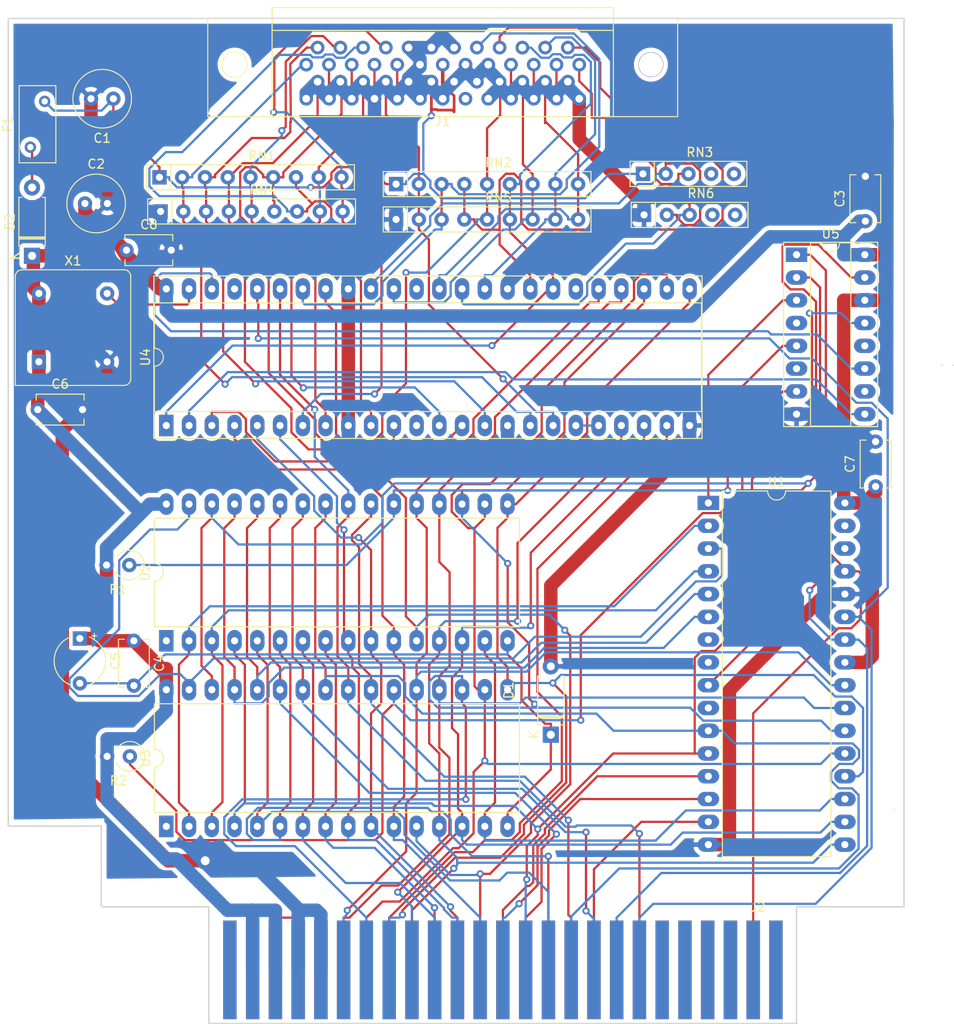
<source format=kicad_pcb>
(kicad_pcb (version 20171130) (host pcbnew "(5.1.5)-3")
  (layers (0 F.Cu signal) (31 B.Cu signal) (34 B.Paste user) (35 F.Paste user) (36 B.SilkS user) (37 F.SilkS user) (38 B.Mask user) (39 F.Mask user) (44 Edge.Cuts user))
  (net 0 "")
  (net 1 GND)
  (net 2 A9)
  (net 3 A11)
  (net 4 A7)
  (net 5 A12)
  (net 6 A1)
  (net 7 A3)
  (net 8 A5)
  (net 9 D1)
  (net 10 D3)
  (net 11 D5)
  (net 12 D7)
  (net 13 D6)
  (net 14 D4)
  (net 15 D2)
  (net 16 D0)
  (net 17 A4)
  (net 18 A2)
  (net 19 A0)
  (net 20 A13)
  (net 21 A8)
  (net 22 A6)
  (net 23 A10)
  (net 24 "Net-(J2-Pad44)")
  (net 25 VCC)
  (net 26 TERMPWR)
  (net 27 SD7)
  (net 28 SD6)
  (net 29 SD5)
  (net 30 SD4)
  (net 31 SD3)
  (net 32 SD2)
  (net 33 SD1)
  (net 34 SD0)
  (net 35 CD)
  (net 36 SEL)
  (net 37 MSG)
  (net 38 RST)
  (net 39 ACK)
  (net 40 BSY)
  (net 41 ATN)
  (net 42 SDP)
  (net 43 IO)
  (net 44 REQ)
  (net 45 WR)
  (net 46 RESET)
  (net 47 A14)
  (net 48 A15)
  (net 49 RD)
  (net 50 SLTSL)
  (net 51 SPC)
  (net 52 WE)
  (net 53 MA13)
  (net 54 MA14)
  (net 55 MA15)
  (net 56 MA16)
  (net 57 MA17)
  (net 58 CS0)
  (net 59 CS1)
  (net 60 "Net-(U4-Pad47)")
  (net 61 DACK)
  (net 62 "Net-(U4-Pad19)")
  (net 63 SPCCS)
  (net 64 "Net-(D2-Pad2)")
  (net 65 "Net-(C4-Pad2)")
  (module Connector:SCSI2_50PIN (layer F.Cu) (at 152.527 46.482 180)
    (fp_text reference J1 (at 0 -2.54) (layer F.SilkS))
    (fp_text value Conn_02x25_Odd_Even)
    (pad "" np_thru_hole circle (at 23.24 3.8 180) (size 2.77 2.77) (drill 2.7) (layers *.Cu *.Mask))
    (pad "" np_thru_hole circle (at -23.24 3.8 180) (size 2.77 2.77) (drill 2.7) (layers *.Cu *.Mask))
    (pad 50 thru_hole circle (at -15.24 3.8 180) (size 1.524 1.524) (drill 0.86) (layers *.Cu *.Mask) (net 43 IO))
    (pad 49 thru_hole circle (at -13.97 5.7 180) (size 1.524 1.524) (drill 0.86) (layers *.Cu *.Mask) (net 44 REQ))
    (pad 48 thru_hole circle (at -12.7 3.8 180) (size 1.524 1.524) (drill 0.86) (layers *.Cu *.Mask) (net 35 CD))
    (pad 47 thru_hole circle (at -11.43 5.7 180) (size 1.524 1.524) (drill 0.86) (layers *.Cu *.Mask) (net 36 SEL))
    (pad 46 thru_hole circle (at -10.16 3.8 180) (size 1.524 1.524) (drill 0.86) (layers *.Cu *.Mask) (net 37 MSG))
    (pad 45 thru_hole circle (at -8.89 5.7 180) (size 1.524 1.524) (drill 0.86) (layers *.Cu *.Mask) (net 38 RST))
    (pad 44 thru_hole circle (at -7.62 3.8 180) (size 1.524 1.524) (drill 0.86) (layers *.Cu *.Mask) (net 39 ACK))
    (pad 43 thru_hole circle (at -6.35 5.7 180) (size 1.524 1.524) (drill 0.86) (layers *.Cu *.Mask) (net 40 BSY))
    (pad 42 thru_hole circle (at -5.08 3.8 180) (size 1.524 1.524) (drill 0.86) (layers *.Cu *.Mask) (net 1 GND))
    (pad 41 thru_hole circle (at -3.81 5.7 180) (size 1.524 1.524) (drill 0.86) (layers *.Cu *.Mask) (net 41 ATN))
    (pad 40 thru_hole circle (at -2.54 3.8 180) (size 1.524 1.524) (drill 0.86) (layers *.Cu *.Mask) (net 1 GND))
    (pad 39 thru_hole circle (at -1.27 5.7 180) (size 1.524 1.524) (drill 0.86) (layers *.Cu *.Mask) (net 1 GND))
    (pad 38 thru_hole circle (at 0 3.8 180) (size 1.524 1.524) (drill 0.86) (layers *.Cu *.Mask) (net 26 TERMPWR))
    (pad 37 thru_hole circle (at 1.27 5.7 180) (size 1.524 1.524) (drill 0.86) (layers *.Cu *.Mask) (net 1 GND))
    (pad 36 thru_hole circle (at 2.54 3.8 180) (size 1.524 1.524) (drill 0.86) (layers *.Cu *.Mask) (net 1 GND))
    (pad 35 thru_hole circle (at 3.81 5.7 180) (size 1.524 1.524) (drill 0.86) (layers *.Cu *.Mask) (net 1 GND))
    (pad 34 thru_hole circle (at 5.08 3.8 180) (size 1.524 1.524) (drill 0.86) (layers *.Cu *.Mask) (net 42 SDP))
    (pad 33 thru_hole circle (at 6.35 5.7 180) (size 1.524 1.524) (drill 0.86) (layers *.Cu *.Mask) (net 27 SD7))
    (pad 32 thru_hole circle (at 7.62 3.8 180) (size 1.524 1.524) (drill 0.86) (layers *.Cu *.Mask) (net 28 SD6))
    (pad 31 thru_hole circle (at 8.89 5.7 180) (size 1.524 1.524) (drill 0.86) (layers *.Cu *.Mask) (net 29 SD5))
    (pad 30 thru_hole circle (at 10.16 3.8 180) (size 1.524 1.524) (drill 0.86) (layers *.Cu *.Mask) (net 30 SD4))
    (pad 29 thru_hole circle (at 11.43 5.7 180) (size 1.524 1.524) (drill 0.86) (layers *.Cu *.Mask) (net 31 SD3))
    (pad 28 thru_hole circle (at 12.7 3.8 180) (size 1.524 1.524) (drill 0.86) (layers *.Cu *.Mask) (net 32 SD2))
    (pad 27 thru_hole circle (at 13.97 5.7 180) (size 1.524 1.524) (drill 0.86) (layers *.Cu *.Mask) (net 33 SD1))
    (pad 26 thru_hole circle (at 15.24 3.8 180) (size 1.524 1.524) (drill 0.86) (layers *.Cu *.Mask) (net 34 SD0))
    (pad 25 thru_hole circle (at -15.24 0 180) (size 1.524 1.524) (drill 0.86) (layers *.Mask B.Cu) (net 1 GND) (clearance 0.1))
    (pad 24 thru_hole circle (at -13.97 1.9 180) (size 1.524 1.524) (drill 0.86) (layers *.Mask B.Cu) (net 1 GND) (clearance 0.1))
    (pad 23 thru_hole circle (at -12.7 0 180) (size 1.524 1.524) (drill 0.86) (layers *.Mask B.Cu) (net 1 GND) (clearance 0.1))
    (pad 22 thru_hole circle (at -11.43 1.9 180) (size 1.524 1.524) (drill 0.86) (layers *.Mask B.Cu) (net 1 GND) (clearance 0.1))
    (pad 21 thru_hole circle (at -10.16 0 180) (size 1.524 1.524) (drill 0.86) (layers *.Mask B.Cu) (net 1 GND) (clearance 0.1))
    (pad 20 thru_hole circle (at -8.89 1.9 180) (size 1.524 1.524) (drill 0.86) (layers *.Mask B.Cu) (net 1 GND) (clearance 0.1))
    (pad 19 thru_hole circle (at -7.62 0 180) (size 1.524 1.524) (drill 0.86) (layers *.Mask B.Cu) (net 1 GND) (clearance 0.1))
    (pad 18 thru_hole circle (at -6.35 1.9 180) (size 1.524 1.524) (drill 0.86) (layers *.Mask B.Cu) (net 1 GND) (clearance 0.1))
    (pad 17 thru_hole circle (at -5.08 0 180) (size 1.524 1.524) (drill 0.86) (layers *.Mask B.Cu) (net 1 GND) (clearance 0.1))
    (pad 16 thru_hole circle (at -3.81 1.9 180) (size 1.524 1.524) (drill 0.86) (layers *.Mask B.Cu) (net 1 GND) (clearance 0.1))
    (pad 15 thru_hole circle (at -2.54 0 180) (size 1.524 1.524) (drill 0.86) (layers *.Mask B.Cu) (clearance 0.1))
    (pad 14 thru_hole circle (at -1.27 1.9 180) (size 1.524 1.524) (drill 0.86) (layers *.Mask B.Cu) (net 1 GND) (clearance 0.1))
    (pad 13 thru_hole circle (at 0 0 180) (size 1.524 1.524) (drill 0.86) (layers *.Mask B.Cu) (net 1 GND) (clearance 0.01) (thermal_gap 0.01))
    (pad 12 thru_hole circle (at 1.27 1.9 180) (size 1.524 1.524) (drill 0.86) (layers *.Mask B.Cu) (net 1 GND) (clearance 0.1))
    (pad 11 thru_hole circle (at 2.54 0 180) (size 1.524 1.524) (drill 0.86) (layers *.Mask B.Cu) (net 1 GND) (clearance 0.1))
    (pad 10 thru_hole circle (at 3.81 1.9 180) (size 1.524 1.524) (drill 0.86) (layers *.Mask B.Cu) (net 1 GND) (clearance 0.1))
    (pad 9 thru_hole circle (at 5.08 0 180) (size 1.524 1.524) (drill 0.86) (layers *.Mask B.Cu) (net 1 GND) (clearance 0.1))
    (pad 8 thru_hole circle (at 6.35 1.9 180) (size 1.524 1.524) (drill 0.86) (layers *.Mask B.Cu) (net 1 GND) (clearance 0.1))
    (pad 7 thru_hole circle (at 7.62 0 180) (size 1.524 1.524) (drill 0.86) (layers *.Mask B.Cu) (net 1 GND) (clearance 0.01))
    (pad 6 thru_hole circle (at 8.89 1.9 180) (size 1.524 1.524) (drill 0.86) (layers *.Mask B.Cu) (net 1 GND) (clearance 0.1) (thermal_gap 0.01))
    (pad 5 thru_hole circle (at 10.16 0 180) (size 1.524 1.524) (drill 0.86) (layers *.Mask B.Cu) (net 1 GND) (clearance 0.1))
    (pad 4 thru_hole circle (at 11.43 1.9 180) (size 1.524 1.524) (drill 0.86) (layers *.Mask B.Cu) (net 1 GND) (clearance 0.1))
    (pad 3 thru_hole circle (at 12.7 0 180) (size 1.524 1.524) (drill 0.86) (layers *.Mask B.Cu) (net 1 GND) (clearance 0.1))
    (pad 2 thru_hole circle (at 13.97 1.9 180) (size 1.524 1.524) (drill 0.86) (layers *.Mask B.Cu) (net 1 GND) (clearance 0.1))
    (pad 1 thru_hole circle (at 15.24 0 180) (size 1.524 1.524) (drill 0.86) (layers *.Mask B.Cu) (net 1 GND) (clearance 0.1))
  )
  (module Capacitor_THT:C_Disc_D5.1mm_W3.2mm_P5.00mm (layer F.Cu) (at 117.221 63.373)
    (fp_text reference C8 (at 2.5 -2.85) (layer F.SilkS))
    (fp_text value "0.1 uF")
    (pad 2 thru_hole circle (at 5 0) (size 1.6 1.6) (drill 0.8) (layers *.Cu *.Mask) (net 1 GND))
    (pad 1 thru_hole circle (at 0 0) (size 1.6 1.6) (drill 0.8) (layers *.Cu *.Mask) (net 25 VCC))
  )
  (module Capacitor_THT:C_Disc_D5.1mm_W3.2mm_P5.00mm (layer F.Cu) (at 200.85 89.7255 90)
    (fp_text reference C7 (at 2.5 -2.85 90) (layer F.SilkS))
    (fp_text value "0.1 uF")
    (pad 2 thru_hole circle (at 5 0 90) (size 1.6 1.6) (drill 0.8) (layers *.Cu *.Mask) (net 1 GND))
    (pad 1 thru_hole circle (at 0 0 90) (size 1.6 1.6) (drill 0.8) (layers *.Cu *.Mask) (net 25 VCC))
  )
  (module Diode_THT:D_A-405_P7.62mm_Horizontal (layer F.Cu) (at 164.592 117.412 90)
    (fp_text reference D1 (at 4.953 -4.699 90) (layer F.SilkS))
    (fp_text value "1S1588 / 1N4148")
    (fp_text user K (at 0 -1.9 90) (layer F.SilkS))
    (pad 2 thru_hole oval (at 7.62 0 90) (size 1.8 1.8) (drill 0.9) (layers *.Cu *.Mask) (net 1 GND))
    (pad 1 thru_hole rect (at 0 0 90) (size 1.8 1.8) (drill 0.9) (layers *.Cu *.Mask) (net 65 "Net-(C4-Pad2)"))
  )
  (module Package_DIP:DIP-32_W15.24mm_LongPads (layer F.Cu) (at 121.666 106.934 90)
    (fp_text reference U2 (at 7.62 -2.33 90) (layer F.SilkS))
    (fp_text value 628128_DIP32_SSOP32)
    (pad 32 thru_hole oval (at 15.24 0 90) (size 2.4 1.6) (drill 0.8) (layers *.Cu *.Mask) (net 25 VCC))
    (pad 16 thru_hole oval (at 0 38.1 90) (size 2.4 1.6) (drill 0.8) (layers *.Cu *.Mask) (net 65 "Net-(C4-Pad2)"))
    (pad 31 thru_hole oval (at 15.24 2.54 90) (size 2.4 1.6) (drill 0.8) (layers *.Cu *.Mask) (net 55 MA15))
    (pad 15 thru_hole oval (at 0 35.56 90) (size 2.4 1.6) (drill 0.8) (layers *.Cu *.Mask) (net 15 D2))
    (pad 30 thru_hole oval (at 15.24 5.08 90) (size 2.4 1.6) (drill 0.8) (layers *.Cu *.Mask) (net 51 SPC))
    (pad 14 thru_hole oval (at 0 33.02 90) (size 2.4 1.6) (drill 0.8) (layers *.Cu *.Mask) (net 9 D1))
    (pad 29 thru_hole oval (at 15.24 7.62 90) (size 2.4 1.6) (drill 0.8) (layers *.Cu *.Mask) (net 52 WE))
    (pad 13 thru_hole oval (at 0 30.48 90) (size 2.4 1.6) (drill 0.8) (layers *.Cu *.Mask) (net 16 D0))
    (pad 28 thru_hole oval (at 15.24 10.16 90) (size 2.4 1.6) (drill 0.8) (layers *.Cu *.Mask) (net 53 MA13))
    (pad 12 thru_hole oval (at 0 27.94 90) (size 2.4 1.6) (drill 0.8) (layers *.Cu *.Mask) (net 19 A0))
    (pad 27 thru_hole oval (at 15.24 12.7 90) (size 2.4 1.6) (drill 0.8) (layers *.Cu *.Mask) (net 21 A8))
    (pad 11 thru_hole oval (at 0 25.4 90) (size 2.4 1.6) (drill 0.8) (layers *.Cu *.Mask) (net 6 A1))
    (pad 26 thru_hole oval (at 15.24 15.24 90) (size 2.4 1.6) (drill 0.8) (layers *.Cu *.Mask) (net 2 A9))
    (pad 10 thru_hole oval (at 0 22.86 90) (size 2.4 1.6) (drill 0.8) (layers *.Cu *.Mask) (net 18 A2))
    (pad 25 thru_hole oval (at 15.24 17.78 90) (size 2.4 1.6) (drill 0.8) (layers *.Cu *.Mask) (net 3 A11))
    (pad 9 thru_hole oval (at 0 20.32 90) (size 2.4 1.6) (drill 0.8) (layers *.Cu *.Mask) (net 7 A3))
    (pad 24 thru_hole oval (at 15.24 20.32 90) (size 2.4 1.6) (drill 0.8) (layers *.Cu *.Mask) (net 49 RD))
    (pad 8 thru_hole oval (at 0 17.78 90) (size 2.4 1.6) (drill 0.8) (layers *.Cu *.Mask) (net 17 A4))
    (pad 23 thru_hole oval (at 15.24 22.86 90) (size 2.4 1.6) (drill 0.8) (layers *.Cu *.Mask) (net 23 A10))
    (pad 7 thru_hole oval (at 0 15.24 90) (size 2.4 1.6) (drill 0.8) (layers *.Cu *.Mask) (net 8 A5))
    (pad 22 thru_hole oval (at 15.24 25.4 90) (size 2.4 1.6) (drill 0.8) (layers *.Cu *.Mask) (net 58 CS0))
    (pad 6 thru_hole oval (at 0 12.7 90) (size 2.4 1.6) (drill 0.8) (layers *.Cu *.Mask) (net 22 A6))
    (pad 21 thru_hole oval (at 15.24 27.94 90) (size 2.4 1.6) (drill 0.8) (layers *.Cu *.Mask) (net 12 D7))
    (pad 5 thru_hole oval (at 0 10.16 90) (size 2.4 1.6) (drill 0.8) (layers *.Cu *.Mask) (net 4 A7))
    (pad 20 thru_hole oval (at 15.24 30.48 90) (size 2.4 1.6) (drill 0.8) (layers *.Cu *.Mask) (net 13 D6))
    (pad 4 thru_hole oval (at 0 7.62 90) (size 2.4 1.6) (drill 0.8) (layers *.Cu *.Mask) (net 5 A12))
    (pad 19 thru_hole oval (at 15.24 33.02 90) (size 2.4 1.6) (drill 0.8) (layers *.Cu *.Mask) (net 11 D5))
    (pad 3 thru_hole oval (at 0 5.08 90) (size 2.4 1.6) (drill 0.8) (layers *.Cu *.Mask) (net 54 MA14))
    (pad 18 thru_hole oval (at 15.24 35.56 90) (size 2.4 1.6) (drill 0.8) (layers *.Cu *.Mask) (net 14 D4))
    (pad 2 thru_hole oval (at 0 2.54 90) (size 2.4 1.6) (drill 0.8) (layers *.Cu *.Mask) (net 56 MA16))
    (pad 17 thru_hole oval (at 15.24 38.1 90) (size 2.4 1.6) (drill 0.8) (layers *.Cu *.Mask) (net 10 D3))
    (pad 1 thru_hole rect (at 0 0 90) (size 2.4 1.6) (drill 0.8) (layers *.Cu *.Mask))
  )
  (module Resistor_THT:R_Array_SIP9 (layer F.Cu) (at 147.32 56.007)
    (fp_text reference RN2 (at 11.43 -2.4) (layer F.SilkS))
    (fp_text value R_Network08_US)
    (pad 9 thru_hole oval (at 20.32 0) (size 1.6 1.6) (drill 0.8) (layers *.Cu *.Mask) (net 35 CD))
    (pad 8 thru_hole oval (at 17.78 0) (size 1.6 1.6) (drill 0.8) (layers *.Cu *.Mask) (net 36 SEL))
    (pad 7 thru_hole oval (at 15.24 0) (size 1.6 1.6) (drill 0.8) (layers *.Cu *.Mask) (net 37 MSG))
    (pad 6 thru_hole oval (at 12.7 0) (size 1.6 1.6) (drill 0.8) (layers *.Cu *.Mask) (net 38 RST))
    (pad 5 thru_hole oval (at 10.16 0) (size 1.6 1.6) (drill 0.8) (layers *.Cu *.Mask) (net 39 ACK))
    (pad 4 thru_hole oval (at 7.62 0) (size 1.6 1.6) (drill 0.8) (layers *.Cu *.Mask) (net 40 BSY))
    (pad 3 thru_hole oval (at 5.08 0) (size 1.6 1.6) (drill 0.8) (layers *.Cu *.Mask) (net 41 ATN))
    (pad 2 thru_hole oval (at 2.54 0) (size 1.6 1.6) (drill 0.8) (layers *.Cu *.Mask) (net 42 SDP))
    (pad 1 thru_hole rect (at 0 0) (size 1.6 1.6) (drill 0.8) (layers *.Cu *.Mask) (net 26 TERMPWR))
  )
  (module Oscillator:Oscillator_DIP-8 (layer F.Cu) (at 107.442 75.819)
    (fp_text reference X1 (at 3.81 -11.26) (layer F.SilkS))
    (fp_text value 8MHZ)
    (pad 4 thru_hole circle (at 7.62 0) (size 1.6 1.6) (drill 0.8) (layers *.Cu *.Mask) (net 1 GND))
    (pad 5 thru_hole circle (at 7.62 -7.62) (size 1.6 1.6) (drill 0.8) (layers *.Cu *.Mask) (net 60 "Net-(U4-Pad47)"))
    (pad 8 thru_hole circle (at 0 -7.62) (size 1.6 1.6) (drill 0.8) (layers *.Cu *.Mask) (net 25 VCC))
    (pad 1 thru_hole rect (at 0 0) (size 1.6 1.6) (drill 0.8) (layers *.Cu *.Mask) (net 25 VCC))
  )
  (module Resistor_THT:R_Axial_DIN0309_L9.0mm_D3.2mm_P2.54mm_Vertical (layer F.Cu) (at 117.602 119.824 180)
    (fp_text reference R2 (at 1.27 -2.72) (layer F.SilkS))
    (fp_text value 10K)
    (pad 2 thru_hole oval (at 2.54 0 180) (size 1.6 1.6) (drill 0.8) (layers *.Cu *.Mask) (net 25 VCC))
    (pad 1 thru_hole circle (at 0 0 180) (size 1.6 1.6) (drill 0.8) (layers *.Cu *.Mask) (net 59 CS1))
  )
  (module Resistor_THT:R_Axial_DIN0309_L9.0mm_D3.2mm_P2.54mm_Vertical (layer F.Cu) (at 117.538 98.4885 180)
    (fp_text reference R1 (at 1.27 -2.72) (layer F.SilkS))
    (fp_text value 10K)
    (pad 2 thru_hole oval (at 2.54 0 180) (size 1.6 1.6) (drill 0.8) (layers *.Cu *.Mask) (net 25 VCC))
    (pad 1 thru_hole circle (at 0 0 180) (size 1.6 1.6) (drill 0.8) (layers *.Cu *.Mask) (net 58 CS0))
  )
  (module Fuse:Fuse_BelFuse_0ZRE0005FF_L8.3mm_W3.8mm (layer F.Cu) (at 106.49 51.8795 90)
    (fp_text reference F1 (at 2.54 -2.54 90) (layer F.SilkS))
    (fp_text value "FUSE 1A")
    (pad 1 thru_hole circle (at 0 0 90) (size 1.27 1.27) (drill 0.71) (layers *.Cu *.Mask) (net 64 "Net-(D2-Pad2)"))
    (pad 2 thru_hole circle (at 5.1 1.6 90) (size 1.27 1.27) (drill 0.71) (layers *.Cu *.Mask) (net 26 TERMPWR))
  )
  (module Package_DIP:DIP-16_W7.62mm_Socket_LongPads (layer F.Cu) (at 192.024 63.881)
    (fp_text reference U5 (at 3.81 -2.33) (layer F.SilkS))
    (fp_text value 74HC139)
    (pad 16 thru_hole oval (at 7.62 0) (size 2.4 1.6) (drill 0.8) (layers *.Cu *.Mask) (net 25 VCC))
    (pad 8 thru_hole oval (at 0 17.78) (size 2.4 1.6) (drill 0.8) (layers *.Cu *.Mask) (net 1 GND))
    (pad 15 thru_hole oval (at 7.62 2.54) (size 2.4 1.6) (drill 0.8) (layers *.Cu *.Mask) (net 51 SPC))
    (pad 7 thru_hole oval (at 0 15.24) (size 2.4 1.6) (drill 0.8) (layers *.Cu *.Mask) (net 59 CS1))
    (pad 14 thru_hole oval (at 7.62 5.08) (size 2.4 1.6) (drill 0.8) (layers *.Cu *.Mask) (net 25 VCC))
    (pad 6 thru_hole oval (at 0 12.7) (size 2.4 1.6) (drill 0.8) (layers *.Cu *.Mask))
    (pad 13 thru_hole oval (at 7.62 7.62) (size 2.4 1.6) (drill 0.8) (layers *.Cu *.Mask) (net 5 A12))
    (pad 5 thru_hole oval (at 0 10.16) (size 2.4 1.6) (drill 0.8) (layers *.Cu *.Mask) (net 58 CS0))
    (pad 12 thru_hole oval (at 7.62 10.16) (size 2.4 1.6) (drill 0.8) (layers *.Cu *.Mask))
    (pad 4 thru_hole oval (at 0 7.62) (size 2.4 1.6) (drill 0.8) (layers *.Cu *.Mask))
    (pad 11 thru_hole oval (at 7.62 12.7) (size 2.4 1.6) (drill 0.8) (layers *.Cu *.Mask) (net 61 DACK))
    (pad 3 thru_hole oval (at 0 5.08) (size 2.4 1.6) (drill 0.8) (layers *.Cu *.Mask) (net 57 MA17))
    (pad 10 thru_hole oval (at 7.62 15.24) (size 2.4 1.6) (drill 0.8) (layers *.Cu *.Mask))
    (pad 2 thru_hole oval (at 0 2.54) (size 2.4 1.6) (drill 0.8) (layers *.Cu *.Mask) (net 46 RESET))
    (pad 9 thru_hole oval (at 7.62 17.78) (size 2.4 1.6) (drill 0.8) (layers *.Cu *.Mask) (net 63 SPCCS))
    (pad 1 thru_hole rect (at 0 0) (size 2.4 1.6) (drill 0.8) (layers *.Cu *.Mask) (net 50 SLTSL))
  )
  (module Diode_THT:D_A-405_P7.62mm_Horizontal (layer F.Cu) (at 106.68 64.008 90)
    (fp_text reference D2 (at 3.81 -2.47 90) (layer F.SilkS))
    (fp_text value 11DQ04)
    (fp_text user K (at 0 -1.9 90) (layer F.SilkS))
    (pad 2 thru_hole oval (at 7.62 0 90) (size 1.8 1.8) (drill 0.9) (layers *.Cu *.Mask) (net 64 "Net-(D2-Pad2)"))
    (pad 1 thru_hole rect (at 0 0 90) (size 1.8 1.8) (drill 0.9) (layers *.Cu *.Mask) (net 25 VCC))
  )
  (module Capacitor_THT:CP_Radial_Tantal_D5.5mm_P5.00mm (layer F.Cu) (at 112.014 106.68 270)
    (fp_text reference C5 (at 2.5 -4 90) (layer F.SilkS))
    (fp_text value "1.0F  CP")
    (pad 2 thru_hole circle (at 5 0 270) (size 1.6 1.6) (drill 0.8) (layers *.Cu *.Mask) (net 65 "Net-(C4-Pad2)"))
    (pad 1 thru_hole rect (at 0 0 270) (size 1.6 1.6) (drill 0.8) (layers *.Cu *.Mask) (net 25 VCC))
  )
  (module Package_DIP:DIP-48_W15.24mm_Socket_LongPads (layer F.Cu) (at 121.666 82.931 90)
    (fp_text reference U4 (at 7.62 -2.33 90) (layer F.SilkS))
    (fp_text value MB89352)
    (pad 48 thru_hole oval (at 15.24 0 90) (size 2.4 1.6) (drill 0.8) (layers *.Cu *.Mask) (net 25 VCC))
    (pad 24 thru_hole oval (at 0 58.42 90) (size 2.4 1.6) (drill 0.8) (layers *.Cu *.Mask) (net 1 GND))
    (pad 47 thru_hole oval (at 15.24 2.54 90) (size 2.4 1.6) (drill 0.8) (layers *.Cu *.Mask) (net 60 "Net-(U4-Pad47)"))
    (pad 23 thru_hole oval (at 0 55.88 90) (size 2.4 1.6) (drill 0.8) (layers *.Cu *.Mask) (net 15 D2))
    (pad 46 thru_hole oval (at 15.24 5.08 90) (size 2.4 1.6) (drill 0.8) (layers *.Cu *.Mask) (net 61 DACK))
    (pad 22 thru_hole oval (at 0 53.34 90) (size 2.4 1.6) (drill 0.8) (layers *.Cu *.Mask) (net 9 D1))
    (pad 45 thru_hole oval (at 15.24 7.62 90) (size 2.4 1.6) (drill 0.8) (layers *.Cu *.Mask))
    (pad 21 thru_hole oval (at 0 50.8 90) (size 2.4 1.6) (drill 0.8) (layers *.Cu *.Mask) (net 16 D0))
    (pad 44 thru_hole oval (at 15.24 10.16 90) (size 2.4 1.6) (drill 0.8) (layers *.Cu *.Mask) (net 45 WR))
    (pad 20 thru_hole oval (at 0 48.26 90) (size 2.4 1.6) (drill 0.8) (layers *.Cu *.Mask) (net 62 "Net-(U4-Pad19)"))
    (pad 43 thru_hole oval (at 15.24 12.7 90) (size 2.4 1.6) (drill 0.8) (layers *.Cu *.Mask) (net 49 RD))
    (pad 19 thru_hole oval (at 0 45.72 90) (size 2.4 1.6) (drill 0.8) (layers *.Cu *.Mask) (net 62 "Net-(U4-Pad19)"))
    (pad 42 thru_hole oval (at 15.24 15.24 90) (size 2.4 1.6) (drill 0.8) (layers *.Cu *.Mask) (net 41 ATN))
    (pad 18 thru_hole oval (at 0 43.18 90) (size 2.4 1.6) (drill 0.8) (layers *.Cu *.Mask) (net 42 SDP))
    (pad 41 thru_hole oval (at 15.24 17.78 90) (size 2.4 1.6) (drill 0.8) (layers *.Cu *.Mask) (net 39 ACK))
    (pad 17 thru_hole oval (at 0 40.64 90) (size 2.4 1.6) (drill 0.8) (layers *.Cu *.Mask) (net 34 SD0))
    (pad 40 thru_hole oval (at 15.24 20.32 90) (size 2.4 1.6) (drill 0.8) (layers *.Cu *.Mask) (net 1 GND))
    (pad 16 thru_hole oval (at 0 38.1 90) (size 2.4 1.6) (drill 0.8) (layers *.Cu *.Mask) (net 1 GND))
    (pad 39 thru_hole oval (at 15.24 22.86 90) (size 2.4 1.6) (drill 0.8) (layers *.Cu *.Mask) (net 44 REQ))
    (pad 15 thru_hole oval (at 0 35.56 90) (size 2.4 1.6) (drill 0.8) (layers *.Cu *.Mask) (net 33 SD1))
    (pad 38 thru_hole oval (at 15.24 25.4 90) (size 2.4 1.6) (drill 0.8) (layers *.Cu *.Mask) (net 37 MSG))
    (pad 14 thru_hole oval (at 0 33.02 90) (size 2.4 1.6) (drill 0.8) (layers *.Cu *.Mask) (net 32 SD2))
    (pad 37 thru_hole oval (at 15.24 27.94 90) (size 2.4 1.6) (drill 0.8) (layers *.Cu *.Mask))
    (pad 13 thru_hole oval (at 0 30.48 90) (size 2.4 1.6) (drill 0.8) (layers *.Cu *.Mask) (net 31 SD3))
    (pad 36 thru_hole oval (at 15.24 30.48 90) (size 2.4 1.6) (drill 0.8) (layers *.Cu *.Mask) (net 35 CD))
    (pad 12 thru_hole oval (at 0 27.94 90) (size 2.4 1.6) (drill 0.8) (layers *.Cu *.Mask))
    (pad 35 thru_hole oval (at 15.24 33.02 90) (size 2.4 1.6) (drill 0.8) (layers *.Cu *.Mask) (net 43 IO))
    (pad 11 thru_hole oval (at 0 25.4 90) (size 2.4 1.6) (drill 0.8) (layers *.Cu *.Mask) (net 30 SD4))
    (pad 34 thru_hole oval (at 15.24 35.56 90) (size 2.4 1.6) (drill 0.8) (layers *.Cu *.Mask) (net 36 SEL))
    (pad 10 thru_hole oval (at 0 22.86 90) (size 2.4 1.6) (drill 0.8) (layers *.Cu *.Mask) (net 29 SD5))
    (pad 33 thru_hole oval (at 15.24 38.1 90) (size 2.4 1.6) (drill 0.8) (layers *.Cu *.Mask) (net 1 GND))
    (pad 9 thru_hole oval (at 0 20.32 90) (size 2.4 1.6) (drill 0.8) (layers *.Cu *.Mask) (net 1 GND))
    (pad 32 thru_hole oval (at 15.24 40.64 90) (size 2.4 1.6) (drill 0.8) (layers *.Cu *.Mask) (net 40 BSY))
    (pad 8 thru_hole oval (at 0 17.78 90) (size 2.4 1.6) (drill 0.8) (layers *.Cu *.Mask) (net 28 SD6))
    (pad 31 thru_hole oval (at 15.24 43.18 90) (size 2.4 1.6) (drill 0.8) (layers *.Cu *.Mask) (net 38 RST))
    (pad 7 thru_hole oval (at 0 15.24 90) (size 2.4 1.6) (drill 0.8) (layers *.Cu *.Mask) (net 27 SD7))
    (pad 30 thru_hole oval (at 15.24 45.72 90) (size 2.4 1.6) (drill 0.8) (layers *.Cu *.Mask))
    (pad 6 thru_hole oval (at 0 12.7 90) (size 2.4 1.6) (drill 0.8) (layers *.Cu *.Mask) (net 7 A3))
    (pad 29 thru_hole oval (at 15.24 48.26 90) (size 2.4 1.6) (drill 0.8) (layers *.Cu *.Mask) (net 12 D7))
    (pad 5 thru_hole oval (at 0 10.16 90) (size 2.4 1.6) (drill 0.8) (layers *.Cu *.Mask) (net 18 A2))
    (pad 28 thru_hole oval (at 15.24 50.8 90) (size 2.4 1.6) (drill 0.8) (layers *.Cu *.Mask) (net 13 D6))
    (pad 4 thru_hole oval (at 0 7.62 90) (size 2.4 1.6) (drill 0.8) (layers *.Cu *.Mask) (net 6 A1))
    (pad 27 thru_hole oval (at 15.24 53.34 90) (size 2.4 1.6) (drill 0.8) (layers *.Cu *.Mask) (net 11 D5))
    (pad 3 thru_hole oval (at 0 5.08 90) (size 2.4 1.6) (drill 0.8) (layers *.Cu *.Mask) (net 19 A0))
    (pad 26 thru_hole oval (at 15.24 55.88 90) (size 2.4 1.6) (drill 0.8) (layers *.Cu *.Mask) (net 14 D4))
    (pad 2 thru_hole oval (at 0 2.54 90) (size 2.4 1.6) (drill 0.8) (layers *.Cu *.Mask) (net 63 SPCCS))
    (pad 25 thru_hole oval (at 15.24 58.42 90) (size 2.4 1.6) (drill 0.8) (layers *.Cu *.Mask) (net 10 D3))
    (pad 1 thru_hole rect (at 0 0 90) (size 2.4 1.6) (drill 0.8) (layers *.Cu *.Mask) (net 38 RST))
  )
  (module Package_DIP:DIP-32_W15.24mm_LongPads (layer F.Cu) (at 121.666 127.635 90)
    (fp_text reference U3 (at 7.62 -2.33 90) (layer F.SilkS))
    (fp_text value 628128_DIP32_SSOP32)
    (pad 32 thru_hole oval (at 15.24 0 90) (size 2.4 1.6) (drill 0.8) (layers *.Cu *.Mask) (net 25 VCC))
    (pad 16 thru_hole oval (at 0 38.1 90) (size 2.4 1.6) (drill 0.8) (layers *.Cu *.Mask) (net 65 "Net-(C4-Pad2)"))
    (pad 31 thru_hole oval (at 15.24 2.54 90) (size 2.4 1.6) (drill 0.8) (layers *.Cu *.Mask) (net 55 MA15))
    (pad 15 thru_hole oval (at 0 35.56 90) (size 2.4 1.6) (drill 0.8) (layers *.Cu *.Mask) (net 15 D2))
    (pad 30 thru_hole oval (at 15.24 5.08 90) (size 2.4 1.6) (drill 0.8) (layers *.Cu *.Mask) (net 51 SPC))
    (pad 14 thru_hole oval (at 0 33.02 90) (size 2.4 1.6) (drill 0.8) (layers *.Cu *.Mask) (net 9 D1))
    (pad 29 thru_hole oval (at 15.24 7.62 90) (size 2.4 1.6) (drill 0.8) (layers *.Cu *.Mask) (net 52 WE))
    (pad 13 thru_hole oval (at 0 30.48 90) (size 2.4 1.6) (drill 0.8) (layers *.Cu *.Mask) (net 16 D0))
    (pad 28 thru_hole oval (at 15.24 10.16 90) (size 2.4 1.6) (drill 0.8) (layers *.Cu *.Mask) (net 53 MA13))
    (pad 12 thru_hole oval (at 0 27.94 90) (size 2.4 1.6) (drill 0.8) (layers *.Cu *.Mask) (net 19 A0))
    (pad 27 thru_hole oval (at 15.24 12.7 90) (size 2.4 1.6) (drill 0.8) (layers *.Cu *.Mask) (net 21 A8))
    (pad 11 thru_hole oval (at 0 25.4 90) (size 2.4 1.6) (drill 0.8) (layers *.Cu *.Mask) (net 6 A1))
    (pad 26 thru_hole oval (at 15.24 15.24 90) (size 2.4 1.6) (drill 0.8) (layers *.Cu *.Mask) (net 2 A9))
    (pad 10 thru_hole oval (at 0 22.86 90) (size 2.4 1.6) (drill 0.8) (layers *.Cu *.Mask) (net 18 A2))
    (pad 25 thru_hole oval (at 15.24 17.78 90) (size 2.4 1.6) (drill 0.8) (layers *.Cu *.Mask) (net 3 A11))
    (pad 9 thru_hole oval (at 0 20.32 90) (size 2.4 1.6) (drill 0.8) (layers *.Cu *.Mask) (net 7 A3))
    (pad 24 thru_hole oval (at 15.24 20.32 90) (size 2.4 1.6) (drill 0.8) (layers *.Cu *.Mask) (net 49 RD))
    (pad 8 thru_hole oval (at 0 17.78 90) (size 2.4 1.6) (drill 0.8) (layers *.Cu *.Mask) (net 17 A4))
    (pad 23 thru_hole oval (at 15.24 22.86 90) (size 2.4 1.6) (drill 0.8) (layers *.Cu *.Mask) (net 23 A10))
    (pad 7 thru_hole oval (at 0 15.24 90) (size 2.4 1.6) (drill 0.8) (layers *.Cu *.Mask) (net 8 A5))
    (pad 22 thru_hole oval (at 15.24 25.4 90) (size 2.4 1.6) (drill 0.8) (layers *.Cu *.Mask) (net 59 CS1))
    (pad 6 thru_hole oval (at 0 12.7 90) (size 2.4 1.6) (drill 0.8) (layers *.Cu *.Mask) (net 22 A6))
    (pad 21 thru_hole oval (at 15.24 27.94 90) (size 2.4 1.6) (drill 0.8) (layers *.Cu *.Mask) (net 12 D7))
    (pad 5 thru_hole oval (at 0 10.16 90) (size 2.4 1.6) (drill 0.8) (layers *.Cu *.Mask) (net 4 A7))
    (pad 20 thru_hole oval (at 15.24 30.48 90) (size 2.4 1.6) (drill 0.8) (layers *.Cu *.Mask) (net 13 D6))
    (pad 4 thru_hole oval (at 0 7.62 90) (size 2.4 1.6) (drill 0.8) (layers *.Cu *.Mask) (net 5 A12))
    (pad 19 thru_hole oval (at 15.24 33.02 90) (size 2.4 1.6) (drill 0.8) (layers *.Cu *.Mask) (net 11 D5))
    (pad 3 thru_hole oval (at 0 5.08 90) (size 2.4 1.6) (drill 0.8) (layers *.Cu *.Mask) (net 54 MA14))
    (pad 18 thru_hole oval (at 15.24 35.56 90) (size 2.4 1.6) (drill 0.8) (layers *.Cu *.Mask) (net 14 D4))
    (pad 2 thru_hole oval (at 0 2.54 90) (size 2.4 1.6) (drill 0.8) (layers *.Cu *.Mask) (net 56 MA16))
    (pad 17 thru_hole oval (at 15.24 38.1 90) (size 2.4 1.6) (drill 0.8) (layers *.Cu *.Mask) (net 10 D3))
    (pad 1 thru_hole rect (at 0 0 90) (size 2.4 1.6) (drill 0.8) (layers *.Cu *.Mask))
  )
  (module Package_DIP:DIP-32_W15.24mm_LongPads (layer F.Cu) (at 182.182 91.567)
    (fp_text reference U1 (at 7.62 -2.33) (layer F.SilkS))
    (fp_text value LZ93A13)
    (pad 32 thru_hole oval (at 15.24 0) (size 2.4 1.6) (drill 0.8) (layers *.Cu *.Mask) (net 25 VCC))
    (pad 16 thru_hole oval (at 0 38.1) (size 2.4 1.6) (drill 0.8) (layers *.Cu *.Mask) (net 1 GND))
    (pad 31 thru_hole oval (at 15.24 2.54) (size 2.4 1.6) (drill 0.8) (layers *.Cu *.Mask))
    (pad 15 thru_hole oval (at 0 35.56) (size 2.4 1.6) (drill 0.8) (layers *.Cu *.Mask) (net 48 A15))
    (pad 30 thru_hole oval (at 15.24 5.08) (size 2.4 1.6) (drill 0.8) (layers *.Cu *.Mask))
    (pad 14 thru_hole oval (at 0 33.02) (size 2.4 1.6) (drill 0.8) (layers *.Cu *.Mask) (net 47 A14))
    (pad 29 thru_hole oval (at 15.24 7.62) (size 2.4 1.6) (drill 0.8) (layers *.Cu *.Mask) (net 50 SLTSL))
    (pad 13 thru_hole oval (at 0 30.48) (size 2.4 1.6) (drill 0.8) (layers *.Cu *.Mask) (net 20 A13))
    (pad 28 thru_hole oval (at 15.24 10.16) (size 2.4 1.6) (drill 0.8) (layers *.Cu *.Mask) (net 1 GND))
    (pad 12 thru_hole oval (at 0 27.94) (size 2.4 1.6) (drill 0.8) (layers *.Cu *.Mask) (net 5 A12))
    (pad 27 thru_hole oval (at 15.24 12.7) (size 2.4 1.6) (drill 0.8) (layers *.Cu *.Mask) (net 45 WR))
    (pad 11 thru_hole oval (at 0 25.4) (size 2.4 1.6) (drill 0.8) (layers *.Cu *.Mask) (net 3 A11))
    (pad 26 thru_hole oval (at 15.24 15.24) (size 2.4 1.6) (drill 0.8) (layers *.Cu *.Mask) (net 46 RESET))
    (pad 10 thru_hole oval (at 0 22.86) (size 2.4 1.6) (drill 0.8) (layers *.Cu *.Mask))
    (pad 25 thru_hole oval (at 15.24 17.78) (size 2.4 1.6) (drill 0.8) (layers *.Cu *.Mask) (net 25 VCC))
    (pad 9 thru_hole oval (at 0 20.32) (size 2.4 1.6) (drill 0.8) (layers *.Cu *.Mask) (net 51 SPC))
    (pad 24 thru_hole oval (at 15.24 20.32) (size 2.4 1.6) (drill 0.8) (layers *.Cu *.Mask) (net 12 D7))
    (pad 8 thru_hole oval (at 0 17.78) (size 2.4 1.6) (drill 0.8) (layers *.Cu *.Mask))
    (pad 23 thru_hole oval (at 15.24 22.86) (size 2.4 1.6) (drill 0.8) (layers *.Cu *.Mask) (net 13 D6))
    (pad 7 thru_hole oval (at 0 15.24) (size 2.4 1.6) (drill 0.8) (layers *.Cu *.Mask))
    (pad 22 thru_hole oval (at 15.24 25.4) (size 2.4 1.6) (drill 0.8) (layers *.Cu *.Mask) (net 11 D5))
    (pad 6 thru_hole oval (at 0 12.7) (size 2.4 1.6) (drill 0.8) (layers *.Cu *.Mask) (net 52 WE))
    (pad 21 thru_hole oval (at 15.24 27.94) (size 2.4 1.6) (drill 0.8) (layers *.Cu *.Mask) (net 14 D4))
    (pad 5 thru_hole oval (at 0 10.16) (size 2.4 1.6) (drill 0.8) (layers *.Cu *.Mask) (net 53 MA13))
    (pad 20 thru_hole oval (at 15.24 30.48) (size 2.4 1.6) (drill 0.8) (layers *.Cu *.Mask) (net 10 D3))
    (pad 4 thru_hole oval (at 0 7.62) (size 2.4 1.6) (drill 0.8) (layers *.Cu *.Mask) (net 54 MA14))
    (pad 19 thru_hole oval (at 15.24 33.02) (size 2.4 1.6) (drill 0.8) (layers *.Cu *.Mask) (net 15 D2))
    (pad 3 thru_hole oval (at 0 5.08) (size 2.4 1.6) (drill 0.8) (layers *.Cu *.Mask) (net 55 MA15))
    (pad 18 thru_hole oval (at 15.24 35.56) (size 2.4 1.6) (drill 0.8) (layers *.Cu *.Mask) (net 9 D1))
    (pad 2 thru_hole oval (at 0 2.54) (size 2.4 1.6) (drill 0.8) (layers *.Cu *.Mask) (net 56 MA16))
    (pad 17 thru_hole oval (at 15.24 38.1) (size 2.4 1.6) (drill 0.8) (layers *.Cu *.Mask) (net 16 D0))
    (pad 1 thru_hole rect (at 0 0) (size 2.4 1.6) (drill 0.8) (layers *.Cu *.Mask) (net 57 MA17))
  )
  (module Resistor_THT:R_Array_SIP5 (layer F.Cu) (at 175.006 59.436)
    (fp_text reference RN6 (at 6.35 -2.4) (layer F.SilkS))
    (fp_text value R_Network04_US)
    (pad 5 thru_hole oval (at 10.16 0) (size 1.6 1.6) (drill 0.8) (layers *.Cu *.Mask))
    (pad 4 thru_hole oval (at 7.62 0) (size 1.6 1.6) (drill 0.8) (layers *.Cu *.Mask))
    (pad 3 thru_hole oval (at 5.08 0) (size 1.6 1.6) (drill 0.8) (layers *.Cu *.Mask) (net 43 IO))
    (pad 2 thru_hole oval (at 2.54 0) (size 1.6 1.6) (drill 0.8) (layers *.Cu *.Mask) (net 44 REQ))
    (pad 1 thru_hole rect (at 0 0) (size 1.6 1.6) (drill 0.8) (layers *.Cu *.Mask) (net 1 GND))
  )
  (module Resistor_THT:R_Array_SIP9 (layer F.Cu) (at 147.32 59.944)
    (fp_text reference RN5 (at 11.43 -2.4) (layer F.SilkS))
    (fp_text value R_Network08_US)
    (pad 9 thru_hole oval (at 20.32 0) (size 1.6 1.6) (drill 0.8) (layers *.Cu *.Mask) (net 35 CD))
    (pad 8 thru_hole oval (at 17.78 0) (size 1.6 1.6) (drill 0.8) (layers *.Cu *.Mask) (net 36 SEL))
    (pad 7 thru_hole oval (at 15.24 0) (size 1.6 1.6) (drill 0.8) (layers *.Cu *.Mask) (net 37 MSG))
    (pad 6 thru_hole oval (at 12.7 0) (size 1.6 1.6) (drill 0.8) (layers *.Cu *.Mask) (net 38 RST))
    (pad 5 thru_hole oval (at 10.16 0) (size 1.6 1.6) (drill 0.8) (layers *.Cu *.Mask) (net 39 ACK))
    (pad 4 thru_hole oval (at 7.62 0) (size 1.6 1.6) (drill 0.8) (layers *.Cu *.Mask) (net 40 BSY))
    (pad 3 thru_hole oval (at 5.08 0) (size 1.6 1.6) (drill 0.8) (layers *.Cu *.Mask) (net 41 ATN))
    (pad 2 thru_hole oval (at 2.54 0) (size 1.6 1.6) (drill 0.8) (layers *.Cu *.Mask) (net 42 SDP))
    (pad 1 thru_hole rect (at 0 0) (size 1.6 1.6) (drill 0.8) (layers *.Cu *.Mask) (net 1 GND))
  )
  (module Resistor_THT:R_Array_SIP9 (layer F.Cu) (at 121.031 59.055)
    (fp_text reference RN4 (at 11.43 -2.4) (layer F.SilkS))
    (fp_text value R_Network08_US)
    (pad 9 thru_hole oval (at 20.32 0) (size 1.6 1.6) (drill 0.8) (layers *.Cu *.Mask) (net 27 SD7))
    (pad 8 thru_hole oval (at 17.78 0) (size 1.6 1.6) (drill 0.8) (layers *.Cu *.Mask) (net 28 SD6))
    (pad 7 thru_hole oval (at 15.24 0) (size 1.6 1.6) (drill 0.8) (layers *.Cu *.Mask) (net 29 SD5))
    (pad 6 thru_hole oval (at 12.7 0) (size 1.6 1.6) (drill 0.8) (layers *.Cu *.Mask) (net 30 SD4))
    (pad 5 thru_hole oval (at 10.16 0) (size 1.6 1.6) (drill 0.8) (layers *.Cu *.Mask) (net 31 SD3))
    (pad 4 thru_hole oval (at 7.62 0) (size 1.6 1.6) (drill 0.8) (layers *.Cu *.Mask) (net 32 SD2))
    (pad 3 thru_hole oval (at 5.08 0) (size 1.6 1.6) (drill 0.8) (layers *.Cu *.Mask) (net 33 SD1))
    (pad 2 thru_hole oval (at 2.54 0) (size 1.6 1.6) (drill 0.8) (layers *.Cu *.Mask) (net 34 SD0))
    (pad 1 thru_hole rect (at 0 0) (size 1.6 1.6) (drill 0.8) (layers *.Cu *.Mask) (net 1 GND))
  )
  (module Resistor_THT:R_Array_SIP5 (layer F.Cu) (at 174.879 54.864)
    (fp_text reference RN3 (at 6.35 -2.4) (layer F.SilkS))
    (fp_text value R_Network04_US)
    (pad 5 thru_hole oval (at 10.16 0) (size 1.6 1.6) (drill 0.8) (layers *.Cu *.Mask))
    (pad 4 thru_hole oval (at 7.62 0) (size 1.6 1.6) (drill 0.8) (layers *.Cu *.Mask))
    (pad 3 thru_hole oval (at 5.08 0) (size 1.6 1.6) (drill 0.8) (layers *.Cu *.Mask) (net 43 IO))
    (pad 2 thru_hole oval (at 2.54 0) (size 1.6 1.6) (drill 0.8) (layers *.Cu *.Mask) (net 44 REQ))
    (pad 1 thru_hole rect (at 0 0) (size 1.6 1.6) (drill 0.8) (layers *.Cu *.Mask) (net 26 TERMPWR))
  )
  (module Resistor_THT:R_Array_SIP9 (layer F.Cu) (at 120.904 55.245)
    (fp_text reference RN1 (at 11.43 -2.4) (layer F.SilkS))
    (fp_text value R_Network08_US)
    (pad 9 thru_hole oval (at 20.32 0) (size 1.6 1.6) (drill 0.8) (layers *.Cu *.Mask) (net 27 SD7))
    (pad 8 thru_hole oval (at 17.78 0) (size 1.6 1.6) (drill 0.8) (layers *.Cu *.Mask) (net 28 SD6))
    (pad 7 thru_hole oval (at 15.24 0) (size 1.6 1.6) (drill 0.8) (layers *.Cu *.Mask) (net 29 SD5))
    (pad 6 thru_hole oval (at 12.7 0) (size 1.6 1.6) (drill 0.8) (layers *.Cu *.Mask) (net 30 SD4))
    (pad 5 thru_hole oval (at 10.16 0) (size 1.6 1.6) (drill 0.8) (layers *.Cu *.Mask) (net 31 SD3))
    (pad 4 thru_hole oval (at 7.62 0) (size 1.6 1.6) (drill 0.8) (layers *.Cu *.Mask) (net 32 SD2))
    (pad 3 thru_hole oval (at 5.08 0) (size 1.6 1.6) (drill 0.8) (layers *.Cu *.Mask) (net 33 SD1))
    (pad 2 thru_hole oval (at 2.54 0) (size 1.6 1.6) (drill 0.8) (layers *.Cu *.Mask) (net 34 SD0))
    (pad 1 thru_hole rect (at 0 0) (size 1.6 1.6) (drill 0.8) (layers *.Cu *.Mask) (net 26 TERMPWR))
  )
  (module Capacitor_THT:C_Radial_D6.3mm_H7.0mm_P2.50mm (layer F.Cu) (at 112.5855 58.166)
    (fp_text reference C2 (at 1.25 -4.4) (layer F.SilkS))
    (fp_text value "100 uF /16V")
    (pad 2 thru_hole circle (at 2.5 0) (size 1.6 1.6) (drill 0.8) (layers *.Cu *.Mask) (net 1 GND))
    (pad 1 thru_hole circle (at 0 0) (size 1.6 1.6) (drill 0.8) (layers *.Cu *.Mask) (net 25 VCC))
  )
  (module Capacitor_THT:C_Radial_D6.3mm_H7.0mm_P2.50mm (layer F.Cu) (at 115.76 46.482 180)
    (fp_text reference C1 (at 1.25 -4.4) (layer F.SilkS))
    (fp_text value "100 uF /16V")
    (pad 2 thru_hole circle (at 2.5 0 180) (size 1.6 1.6) (drill 0.8) (layers *.Cu *.Mask) (net 1 GND))
    (pad 1 thru_hole circle (at 0 0 180) (size 1.6 1.6) (drill 0.8) (layers *.Cu *.Mask) (net 26 TERMPWR))
  )
  (module Capacitor_THT:C_Disc_D5.1mm_W3.2mm_P5.00mm (layer F.Cu) (at 118.046 106.934 270)
    (fp_text reference C4 (at 2.5 -2.85 90) (layer F.SilkS))
    (fp_text value "0.1 uF")
    (pad 2 thru_hole circle (at 5 0 270) (size 1.6 1.6) (drill 0.8) (layers *.Cu *.Mask) (net 65 "Net-(C4-Pad2)"))
    (pad 1 thru_hole circle (at 0 0 270) (size 1.6 1.6) (drill 0.8) (layers *.Cu *.Mask) (net 25 VCC))
  )
  (module Capacitor_THT:C_Disc_D5.1mm_W3.2mm_P5.00mm (layer F.Cu) (at 199.708 60.1345 90)
    (fp_text reference C3 (at 2.5 -2.85 90) (layer F.SilkS))
    (fp_text value "0.1 uF")
    (pad 2 thru_hole circle (at 5 0 90) (size 1.6 1.6) (drill 0.8) (layers *.Cu *.Mask) (net 1 GND))
    (pad 1 thru_hole circle (at 0 0 90) (size 1.6 1.6) (drill 0.8) (layers *.Cu *.Mask) (net 25 VCC))
  )
  (module Capacitor_THT:C_Disc_D5.1mm_W3.2mm_P5.00mm (layer F.Cu) (at 107.315 81.153)
    (fp_text reference C6 (at 2.5 -2.85) (layer F.SilkS))
    (fp_text value "0.1 uF")
    (pad 2 thru_hole circle (at 5 0) (size 1.6 1.6) (drill 0.8) (layers *.Cu *.Mask) (net 1 GND))
    (pad 1 thru_hole circle (at 0 0) (size 1.6 1.6) (drill 0.8) (layers *.Cu *.Mask) (net 25 VCC))
  )
  (module "MSX cartridge:msx_cartridge" (layer F.Cu) (at 159.246 143.764)
    (fp_text reference J2 (at 28.448 -7.112) (layer F.SilkS))
    (fp_text value Conn_02x25_Odd_Even)
    (pad 1 connect rect (at 30.48 -0.127) (size 1.5 11) (layers B.Cu B.Mask))
    (pad 3 connect rect (at 27.94 -0.127) (size 1.5 11) (layers B.Cu B.Mask))
    (pad 5 connect rect (at 25.4 -0.127) (size 1.5 11) (layers B.Cu B.Mask))
    (pad 7 connect rect (at 22.86 -0.127) (size 1.5 11) (layers B.Cu B.Mask))
    (pad 9 connect rect (at 20.32 -0.127) (size 1.5 11) (layers B.Cu B.Mask))
    (pad 11 connect rect (at 17.78 -0.127) (size 1.5 11) (layers B.Cu B.Mask))
    (pad 13 connect rect (at 15.24 -0.127) (size 1.5 11) (layers B.Cu B.Mask) (net 45 WR))
    (pad 15 connect rect (at 12.7 -0.127) (size 1.5 11) (layers B.Cu B.Mask) (net 46 RESET))
    (pad 17 connect rect (at 10.16 -0.127) (size 1.5 11) (layers B.Cu B.Mask) (net 2 A9))
    (pad 19 connect rect (at 7.62 -0.127) (size 1.5 11) (layers B.Cu B.Mask) (net 3 A11))
    (pad 21 connect rect (at 5.08 -0.127) (size 1.5 11) (layers B.Cu B.Mask) (net 4 A7))
    (pad 23 connect rect (at 2.54 -0.127) (size 1.5 11) (layers B.Cu B.Mask) (net 5 A12))
    (pad 25 connect rect (at 0 -0.127) (size 1.5 11) (layers B.Cu B.Mask) (net 47 A14))
    (pad 27 connect rect (at -2.54 -0.127) (size 1.5 11) (layers B.Cu B.Mask) (net 6 A1))
    (pad 29 connect rect (at -5.08 -0.127) (size 1.5 11) (layers B.Cu B.Mask) (net 7 A3))
    (pad 31 connect rect (at -7.62 -0.127) (size 1.5 11) (layers B.Cu B.Mask) (net 8 A5))
    (pad 33 connect rect (at -10.16 -0.127) (size 1.5 11) (layers B.Cu B.Mask) (net 9 D1))
    (pad 35 connect rect (at -12.7 -0.127) (size 1.5 11) (layers B.Cu B.Mask) (net 10 D3))
    (pad 37 connect rect (at -15.24 -0.127) (size 1.5 11) (layers B.Cu B.Mask) (net 11 D5))
    (pad 39 connect rect (at -17.78 -0.127) (size 1.5 11) (layers B.Cu B.Mask) (net 12 D7))
    (pad 41 connect rect (at -20.32 -0.127) (size 1.5 11) (layers B.Cu B.Mask) (net 1 GND))
    (pad 43 connect rect (at -22.86 -0.127) (size 1.5 11) (layers B.Cu B.Mask) (net 1 GND))
    (pad 45 connect rect (at -25.4 -0.127) (size 1.5 11) (layers B.Cu B.Mask) (net 25 VCC))
    (pad 47 connect rect (at -27.94 -0.127) (size 1.5 11) (layers B.Cu B.Mask) (net 25 VCC))
    (pad 49 connect rect (at -30.48 -0.127) (size 1.5 11) (layers B.Cu B.Mask))
    (pad 50 connect rect (at -30.48 -0.127) (size 1.5 11) (layers F.Cu F.Mask))
    (pad 48 connect rect (at -27.94 -0.127) (size 1.5 11) (layers F.Cu F.Mask))
    (pad 46 connect rect (at -25.4 -0.127) (size 1.5 11) (layers F.Cu F.Mask) (net 24 "Net-(J2-Pad44)"))
    (pad 44 connect rect (at -22.86 -0.127) (size 1.5 11) (layers F.Cu F.Mask) (net 24 "Net-(J2-Pad44)"))
    (pad 42 connect rect (at -20.32 -0.127) (size 1.5 11) (layers F.Cu F.Mask))
    (pad 40 connect rect (at -17.78 -0.127) (size 1.5 11) (layers F.Cu F.Mask) (net 13 D6))
    (pad 38 connect rect (at -15.24 -0.127) (size 1.5 11) (layers F.Cu F.Mask) (net 14 D4))
    (pad 36 connect rect (at -12.7 -0.127) (size 1.5 11) (layers F.Cu F.Mask) (net 15 D2))
    (pad 34 connect rect (at -10.16 -0.127) (size 1.5 11) (layers F.Cu F.Mask) (net 16 D0))
    (pad 32 connect rect (at -7.62 -0.127) (size 1.5 11) (layers F.Cu F.Mask) (net 17 A4))
    (pad 30 connect rect (at -5.08 -0.127) (size 1.5 11) (layers F.Cu F.Mask) (net 18 A2))
    (pad 28 connect rect (at -2.54 -0.127) (size 1.5 11) (layers F.Cu F.Mask) (net 19 A0))
    (pad 26 connect rect (at 0 -0.127) (size 1.5 11) (layers F.Cu F.Mask) (net 20 A13))
    (pad 24 connect rect (at 2.54 -0.127) (size 1.5 11) (layers F.Cu F.Mask) (net 21 A8))
    (pad 22 connect rect (at 5.08 -0.127) (size 1.5 11) (layers F.Cu F.Mask) (net 22 A6))
    (pad 20 connect rect (at 7.62 -0.127) (size 1.5 11) (layers F.Cu F.Mask) (net 23 A10))
    (pad 18 connect rect (at 10.16 -0.127) (size 1.5 11) (layers F.Cu F.Mask) (net 48 A15))
    (pad 16 connect rect (at 12.7 -0.127) (size 1.5 11) (layers F.Cu F.Mask))
    (pad 14 connect rect (at 15.24 -0.127) (size 1.5 11) (layers F.Cu F.Mask) (net 49 RD))
    (pad 12 connect rect (at 17.78 -0.127) (size 1.5 11) (layers F.Cu F.Mask))
    (pad 10 connect rect (at 20.32 -0.127) (size 1.5 11) (layers F.Cu F.Mask))
    (pad 2 connect rect (at 30.48 -0.127) (size 1.5 11) (layers F.Cu F.Mask))
    (pad 4 connect rect (at 27.94 -0.127) (size 1.5 11) (layers F.Cu F.Mask) (net 50 SLTSL))
    (pad 6 connect rect (at 25.4 -0.127) (size 1.5 11) (layers F.Cu F.Mask))
    (pad 8 connect rect (at 22.86 -0.127) (size 1.5 11) (layers F.Cu F.Mask))
  )
  (gr_line (start 104.024 37.531) (end 204.024 37.531) (angle 90) (layer Edge.Cuts) (width 0.15))
  (gr_line (start 202.946 125.73) (end 202.946 125.73) (angle 90) (layer Edge.Cuts) (width 0.15))
  (gr_line (start 204.024 37.531) (end 204.024 136.606) (angle 90) (layer Edge.Cuts) (width 0.15))
  (gr_line (start 209.55 76.2) (end 209.55 76.2) (angle 90) (layer Edge.Cuts) (width 0.15))
  (gr_line (start 208.28 76.2) (end 208.28 76.2) (angle 90) (layer Edge.Cuts) (width 0.15))
  (gr_line (start 104.024 127.606) (end 104.024 37.531) (angle 90) (layer Edge.Cuts) (width 0.15))
  (gr_line (start 114.415 127.606) (end 104.024 127.606) (angle 90) (layer Edge.Cuts) (width 0.15))
  (gr_line (start 192.024 149.606) (end 192.024 136.606) (angle 90) (layer Edge.Cuts) (width 0.15))
  (gr_line (start 192.024 136.606) (end 204.024 136.606) (angle 90) (layer Edge.Cuts) (width 0.15))
  (gr_line (start 126.415 136.606) (end 114.415 136.606) (angle 90) (layer Edge.Cuts) (width 0.15))
  (gr_line (start 114.415 136.606) (end 114.415 127.606) (angle 90) (layer Edge.Cuts) (width 0.15))
  (gr_line (start 126.415 149.606) (end 192.024 149.606) (angle 90) (layer Edge.Cuts) (width 0.15))
  (gr_line (start 126.415 149.606) (end 126.415 136.606) (angle 90) (layer Edge.Cuts) (width 0.15))
  (segment (start 175.006 59.436) (end 173.0557 59.436) (width 1.5) (layer B.Cu) (net 1))
  (segment (start 173.0557 59.436) (end 167.3923 65.0994) (width 1.5) (layer B.Cu) (net 1))
  (segment (start 167.3923 65.0994) (end 161.7079 65.0994) (width 1.5) (layer B.Cu) (net 1))
  (segment (start 161.7079 65.0994) (end 159.766 67.0413) (width 1.5) (layer B.Cu) (net 1))
  (segment (start 159.766 67.0413) (end 159.766 67.691) (width 1.5) (layer B.Cu) (net 1))
  (segment (start 113.26 52.2729) (end 113.26 46.482) (width 1.5) (layer F.Cu) (net 1))
  (segment (start 164.592 109.792) (end 164.592 107.7417) (width 1.5) (layer F.Cu) (net 1))
  (segment (start 180.086 85.2813) (end 164.592 100.7753) (width 1.5) (layer F.Cu) (net 1))
  (segment (start 164.592 100.7753) (end 164.592 107.7417) (width 1.5) (layer F.Cu) (net 1))
  (segment (start 180.086 82.931) (end 180.086 85.2813) (width 1.5) (layer F.Cu) (net 1))
  (segment (start 175.006 59.4359) (end 175.006 59.4358) (width 1.5) (layer B.Cu) (net 1))
  (segment (start 175.006 59.4359) (end 175.006 59.436) (width 1.5) (layer B.Cu) (net 1))
  (segment (start 126.0123 131.4669) (end 131.0257 131.4669) (width 1.5) (layer B.Cu) (net 1))
  (segment (start 131.0257 131.4669) (end 136.386 136.8272) (width 1.5) (layer B.Cu) (net 1))
  (segment (start 136.386 136.8272) (end 136.386 136.9867) (width 1.5) (layer B.Cu) (net 1))
  (segment (start 112.315 81.153) (end 110.0548 83.4132) (width 1.5) (layer F.Cu) (net 1))
  (segment (start 110.0548 83.4132) (end 110.0548 119.6506) (width 1.5) (layer F.Cu) (net 1))
  (segment (start 110.0548 119.6506) (end 121.8711 131.4669) (width 1.5) (layer F.Cu) (net 1))
  (segment (start 121.8711 131.4669) (end 126.0123 131.4669) (width 1.5) (layer F.Cu) (net 1))
  (segment (start 115.062 75.819) (end 115.062 78.406) (width 1.5) (layer F.Cu) (net 1))
  (segment (start 115.062 78.406) (end 112.315 81.153) (width 1.5) (layer F.Cu) (net 1))
  (segment (start 175.006 58.9608) (end 175.006 57.4857) (width 1.5) (layer B.Cu) (net 1))
  (segment (start 175.006 58.9608) (end 175.006 59.4358) (width 1.5) (layer B.Cu) (net 1))
  (segment (start 138.926 137.4618) (end 138.4509 136.9867) (width 1.5) (layer B.Cu) (net 1))
  (segment (start 138.4509 136.9867) (end 136.386 136.9867) (width 1.5) (layer B.Cu) (net 1))
  (segment (start 141.986 65.3407) (end 140.7168 64.0715) (width 1.5) (layer B.Cu) (net 1))
  (segment (start 140.7168 64.0715) (end 122.348 64.0715) (width 1.5) (layer B.Cu) (net 1))
  (segment (start 122.348 64.0715) (end 122.348 62.3223) (width 1.5) (layer B.Cu) (net 1))
  (segment (start 122.348 62.3223) (end 121.031 61.0053) (width 1.5) (layer B.Cu) (net 1))
  (segment (start 184.5323 129.667) (end 184.5323 112.4528) (width 1.5) (layer F.Cu) (net 1))
  (segment (start 184.5323 112.4528) (end 195.0717 101.9134) (width 1.5) (layer F.Cu) (net 1))
  (segment (start 195.0717 101.9134) (end 195.0717 101.727) (width 1.5) (layer F.Cu) (net 1))
  (segment (start 180.086 82.931) (end 180.086 85.2813) (width 1.5) (layer B.Cu) (net 1))
  (segment (start 180.086 85.2813) (end 159.766 85.2813) (width 1.5) (layer B.Cu) (net 1))
  (segment (start 180.086 82.5682) (end 180.086 82.931) (width 1.5) (layer B.Cu) (net 1))
  (segment (start 180.086 82.5682) (end 180.086 80.5807) (width 1.5) (layer B.Cu) (net 1))
  (segment (start 199.708 55.1345) (end 197.3568 57.4857) (width 1.5) (layer B.Cu) (net 1))
  (segment (start 197.3568 57.4857) (end 175.006 57.4857) (width 1.5) (layer B.Cu) (net 1))
  (segment (start 115.062 75.819) (end 113.1002 73.8572) (width 1.5) (layer B.Cu) (net 1))
  (segment (start 113.1002 73.8572) (end 113.1002 67.3855) (width 1.5) (layer B.Cu) (net 1))
  (segment (start 113.1002 67.3855) (end 114.2606 66.2251) (width 1.5) (layer B.Cu) (net 1))
  (segment (start 114.2606 66.2251) (end 118.6897 66.2251) (width 1.5) (layer B.Cu) (net 1))
  (segment (start 118.6897 66.2251) (end 120.8433 64.0715) (width 1.5) (layer B.Cu) (net 1))
  (segment (start 120.8433 64.0715) (end 122.348 64.0715) (width 1.5) (layer B.Cu) (net 1))
  (segment (start 197.422 101.727) (end 195.0717 101.727) (width 1.5) (layer F.Cu) (net 1))
  (segment (start 182.182 129.667) (end 184.5323 129.667) (width 1.5) (layer F.Cu) (net 1))
  (segment (start 197.422 101.727) (end 195.0717 101.727) (width 1.5) (layer B.Cu) (net 1))
  (segment (start 197.4388 84.7255) (end 200.85 84.7255) (width 1.5) (layer B.Cu) (net 1))
  (segment (start 194.3743 81.661) (end 197.4388 84.7255) (width 1.5) (layer B.Cu) (net 1))
  (segment (start 195.0717 101.727) (end 195.0717 87.0926) (width 1.5) (layer B.Cu) (net 1))
  (segment (start 195.0717 87.0926) (end 197.4388 84.7255) (width 1.5) (layer B.Cu) (net 1))
  (segment (start 121.031 59.055) (end 121.031 61.0053) (width 1.5) (layer B.Cu) (net 1))
  (segment (start 141.986 65.8158) (end 141.986 65.3407) (width 1.5) (layer B.Cu) (net 1))
  (segment (start 141.986 67.691) (end 141.986 65.8158) (width 1.5) (layer B.Cu) (net 1))
  (segment (start 147.32 57.9937) (end 146.063 57.9937) (width 1.5) (layer B.Cu) (net 1))
  (segment (start 146.063 57.9937) (end 144.907 56.8377) (width 1.5) (layer B.Cu) (net 1))
  (segment (start 144.907 56.8377) (end 144.907 46.482) (width 1.5) (layer B.Cu) (net 1))
  (segment (start 192.024 81.661) (end 194.3743 81.661) (width 1.5) (layer B.Cu) (net 1))
  (segment (start 180.086 80.5807) (end 188.4037 80.5807) (width 1.5) (layer B.Cu) (net 1))
  (segment (start 188.4037 80.5807) (end 189.484 81.661) (width 1.5) (layer B.Cu) (net 1))
  (segment (start 189.484 81.661) (end 192.024 81.661) (width 1.5) (layer B.Cu) (net 1))
  (segment (start 147.32 59.944) (end 147.32 61.8943) (width 1.5) (layer B.Cu) (net 1))
  (segment (start 141.986 65.3407) (end 143.8736 65.3407) (width 1.5) (layer B.Cu) (net 1))
  (segment (start 143.8736 65.3407) (end 147.32 61.8943) (width 1.5) (layer B.Cu) (net 1))
  (segment (start 141.986 82.931) (end 141.986 85.2813) (width 1.5) (layer B.Cu) (net 1))
  (segment (start 159.766 82.931) (end 159.766 85.2813) (width 1.5) (layer B.Cu) (net 1))
  (segment (start 159.766 85.2813) (end 141.986 85.2813) (width 1.5) (layer B.Cu) (net 1))
  (segment (start 147.32 59.944) (end 147.32 57.9937) (width 1.5) (layer B.Cu) (net 1))
  (segment (start 144.907 46.482) (end 144.907 45.852) (width 1.5) (layer B.Cu) (net 1))
  (segment (start 144.907 45.852) (end 146.177 44.582) (width 1.5) (layer B.Cu) (net 1))
  (segment (start 141.986 82.931) (end 141.986 67.691) (width 1.5) (layer F.Cu) (net 1))
  (segment (start 121.031 59.055) (end 119.0807 59.055) (width 1.5) (layer B.Cu) (net 1))
  (segment (start 118.7632 59.3725) (end 119.0807 59.055) (width 1.5) (layer B.Cu) (net 1))
  (segment (start 138.926 143.637) (end 138.926 137.4618) (width 1.5) (layer B.Cu) (net 1))
  (segment (start 136.386 143.637) (end 136.386 136.9867) (width 1.5) (layer B.Cu) (net 1))
  (segment (start 175.006 59.436) (end 175.006 57.4857) (width 1.5) (layer F.Cu) (net 1))
  (segment (start 167.767 50.9933) (end 174.2594 57.4857) (width 1.5) (layer F.Cu) (net 1))
  (segment (start 174.2594 57.4857) (end 175.006 57.4857) (width 1.5) (layer F.Cu) (net 1))
  (segment (start 148.717 44.582) (end 148.717 44.196) (width 1.5) (layer B.Cu) (net 1))
  (segment (start 148.717 44.196) (end 149.987 42.926) (width 1.5) (layer B.Cu) (net 1))
  (segment (start 149.987 42.926) (end 149.987 42.682) (width 1.5) (layer B.Cu) (net 1))
  (segment (start 151.257 44.582) (end 148.717 44.582) (width 1.5) (layer B.Cu) (net 1))
  (segment (start 151.257 40.782) (end 151.257 40.5765) (width 1.5) (layer B.Cu) (net 1))
  (segment (start 151.257 40.5765) (end 152.146 39.6875) (width 1.5) (layer B.Cu) (net 1))
  (segment (start 152.146 39.6875) (end 152.702 39.6875) (width 1.5) (layer B.Cu) (net 1))
  (segment (start 152.702 39.6875) (end 153.797 40.782) (width 1.5) (layer B.Cu) (net 1))
  (segment (start 148.717 40.782) (end 151.257 40.782) (width 1.5) (layer B.Cu) (net 1))
  (segment (start 153.797 44.582) (end 155.067 43.312) (width 1.5) (layer B.Cu) (net 1))
  (segment (start 166.497 44.582) (end 166.497 45.212) (width 1.5) (layer B.Cu) (net 1))
  (segment (start 166.497 45.212) (end 167.767 46.482) (width 1.5) (layer B.Cu) (net 1))
  (segment (start 165.227 46.482) (end 165.227 45.852) (width 1.5) (layer B.Cu) (net 1))
  (segment (start 165.227 45.852) (end 166.497 44.582) (width 1.5) (layer B.Cu) (net 1))
  (segment (start 163.957 44.582) (end 163.957 45.212) (width 1.5) (layer B.Cu) (net 1))
  (segment (start 163.957 45.212) (end 165.227 46.482) (width 1.5) (layer B.Cu) (net 1))
  (segment (start 162.687 46.482) (end 162.687 45.852) (width 1.5) (layer B.Cu) (net 1))
  (segment (start 162.687 45.852) (end 163.957 44.582) (width 1.5) (layer B.Cu) (net 1))
  (segment (start 161.417 44.582) (end 161.417 45.212) (width 1.5) (layer B.Cu) (net 1))
  (segment (start 161.417 45.212) (end 162.687 46.482) (width 1.5) (layer B.Cu) (net 1))
  (segment (start 160.147 46.482) (end 160.147 45.852) (width 1.5) (layer B.Cu) (net 1))
  (segment (start 160.147 45.852) (end 161.417 44.582) (width 1.5) (layer B.Cu) (net 1))
  (segment (start 158.877 44.582) (end 158.877 45.212) (width 1.5) (layer B.Cu) (net 1))
  (segment (start 158.877 45.212) (end 160.147 46.482) (width 1.5) (layer B.Cu) (net 1))
  (segment (start 158.877 45.212) (end 157.607 46.482) (width 1.5) (layer B.Cu) (net 1))
  (segment (start 157.607 42.682) (end 157.607 43.312) (width 1.5) (layer B.Cu) (net 1))
  (segment (start 157.607 43.312) (end 158.877 44.582) (width 1.5) (layer B.Cu) (net 1))
  (segment (start 156.337 44.582) (end 156.337 43.952) (width 1.5) (layer B.Cu) (net 1))
  (segment (start 156.337 43.952) (end 157.607 42.682) (width 1.5) (layer B.Cu) (net 1))
  (segment (start 155.067 42.682) (end 155.067 43.312) (width 1.5) (layer B.Cu) (net 1))
  (segment (start 155.067 43.312) (end 156.337 44.582) (width 1.5) (layer B.Cu) (net 1))
  (segment (start 152.527 46.482) (end 152.527 45.852) (width 1.5) (layer B.Cu) (net 1))
  (segment (start 152.527 45.852) (end 153.797 44.582) (width 1.5) (layer B.Cu) (net 1))
  (segment (start 151.257 44.582) (end 151.257 45.212) (width 1.5) (layer B.Cu) (net 1))
  (segment (start 151.257 45.212) (end 152.527 46.482) (width 1.5) (layer B.Cu) (net 1))
  (segment (start 149.987 42.682) (end 149.987 42.052) (width 1.5) (layer B.Cu) (net 1))
  (segment (start 149.987 42.052) (end 148.717 40.782) (width 1.5) (layer B.Cu) (net 1))
  (segment (start 149.987 46.482) (end 149.987 45.852) (width 1.5) (layer B.Cu) (net 1))
  (segment (start 149.987 45.852) (end 151.257 44.582) (width 1.5) (layer B.Cu) (net 1))
  (segment (start 148.717 44.582) (end 148.717 45.212) (width 1.5) (layer B.Cu) (net 1))
  (segment (start 148.717 45.212) (end 149.987 46.482) (width 1.5) (layer B.Cu) (net 1))
  (segment (start 147.447 46.482) (end 147.447 45.852) (width 1.5) (layer B.Cu) (net 1))
  (segment (start 147.447 45.852) (end 148.717 44.582) (width 1.5) (layer B.Cu) (net 1))
  (segment (start 146.177 44.582) (end 146.177 45.212) (width 1.5) (layer B.Cu) (net 1))
  (segment (start 146.177 45.212) (end 147.447 46.482) (width 1.5) (layer B.Cu) (net 1))
  (segment (start 143.637 44.582) (end 143.637 45.212) (width 1.5) (layer B.Cu) (net 1))
  (segment (start 143.637 45.212) (end 144.907 46.482) (width 1.5) (layer B.Cu) (net 1))
  (segment (start 142.367 46.482) (end 142.367 45.852) (width 1.5) (layer B.Cu) (net 1))
  (segment (start 142.367 45.852) (end 143.637 44.582) (width 1.5) (layer B.Cu) (net 1))
  (segment (start 141.097 44.582) (end 141.097 45.212) (width 1.5) (layer B.Cu) (net 1))
  (segment (start 141.097 45.212) (end 142.367 46.482) (width 1.5) (layer B.Cu) (net 1))
  (segment (start 139.827 46.482) (end 139.827 45.852) (width 1.5) (layer B.Cu) (net 1))
  (segment (start 139.827 45.852) (end 141.097 44.582) (width 1.5) (layer B.Cu) (net 1))
  (segment (start 138.557 44.582) (end 138.557 45.212) (width 1.5) (layer B.Cu) (net 1))
  (segment (start 138.557 45.212) (end 139.827 46.482) (width 1.5) (layer B.Cu) (net 1))
  (segment (start 137.287 46.482) (end 137.287 45.852) (width 1.5) (layer B.Cu) (net 1))
  (segment (start 137.287 45.852) (end 138.557 44.582) (width 1.5) (layer B.Cu) (net 1))
  (via (at 126.0123 131.4669) (size 2) (drill 1) (layers F.Cu B.Cu) (net 1))
  (segment (start 122.221 62.4493) (end 122.348 62.3223) (width 1.5) (layer B.Cu) (net 1))
  (segment (start 122.221 63.373) (end 122.221 62.4493) (width 1.5) (layer B.Cu) (net 1))
  (segment (start 117.5567 58.166) (end 118.7632 59.3725) (width 1.5) (layer B.Cu) (net 1))
  (segment (start 115.0855 58.166) (end 117.5567 58.166) (width 1.5) (layer B.Cu) (net 1))
  (segment (start 115.0855 54.0984) (end 113.26 52.2729) (width 1.5) (layer F.Cu) (net 1))
  (segment (start 115.0855 58.166) (end 115.0855 54.0984) (width 1.5) (layer F.Cu) (net 1))
  (segment (start 167.767 50.9933) (end 167.767 46.482) (width 1.5) (layer F.Cu) (net 1))
  (segment (start 167.767 46.482) (end 167.767 46.482) (width 1.5) (layer F.Cu) (net 1))
  (segment (start 167.767 46.482) (end 167.767 46.482) (width 1.5) (layer F.Cu) (net 1))
  (segment (start 167.767 46.482) (end 167.767 46.482) (width 1.5) (layer F.Cu) (net 1))
  (via (at 167.767 46.482) (size 0.8) (drill 0.4) (layers F.Cu B.Cu) (net 1))
  (segment (start 136.906 113.9203) (end 146.4306 123.4449) (width 0.25) (layer B.Cu) (net 2))
  (segment (start 146.4306 123.4449) (end 161.3873 123.4449) (width 0.25) (layer B.Cu) (net 2))
  (segment (start 161.3873 123.4449) (end 166.2206 128.2782) (width 0.25) (layer B.Cu) (net 2))
  (segment (start 166.2206 128.2782) (end 168.5218 128.2782) (width 0.25) (layer B.Cu) (net 2))
  (segment (start 168.5218 137.0589) (end 168.5218 128.2782) (width 0.25) (layer F.Cu) (net 2))
  (segment (start 169.406 143.637) (end 169.406 137.8117) (width 0.25) (layer B.Cu) (net 2))
  (segment (start 136.906 112.395) (end 136.906 113.9203) (width 0.25) (layer B.Cu) (net 2))
  (segment (start 169.406 137.8117) (end 169.2746 137.8117) (width 0.25) (layer B.Cu) (net 2))
  (segment (start 169.2746 137.8117) (end 168.5218 137.0589) (width 0.25) (layer B.Cu) (net 2))
  (segment (start 136.906 91.694) (end 136.906 93.2193) (width 0.25) (layer F.Cu) (net 2))
  (segment (start 136.906 112.395) (end 136.906 109.8693) (width 0.25) (layer F.Cu) (net 2))
  (segment (start 136.906 109.8693) (end 135.7567 108.72) (width 0.25) (layer F.Cu) (net 2))
  (segment (start 135.7567 108.72) (end 135.7567 94.3686) (width 0.25) (layer F.Cu) (net 2))
  (segment (start 135.7567 94.3686) (end 136.906 93.2193) (width 0.25) (layer F.Cu) (net 2))
  (via (at 168.5218 128.2782) (size 0.8) (layers F.Cu B.Cu) (net 2))
  (via (at 168.5218 137.0589) (size 0.8) (layers F.Cu B.Cu) (net 2))
  (segment (start 183.7073 116.967) (end 185.1219 118.3816) (width 0.25) (layer B.Cu) (net 3))
  (segment (start 185.1219 118.3816) (end 198.2882 118.3816) (width 0.25) (layer B.Cu) (net 3))
  (segment (start 198.2882 118.3816) (end 199.0023 119.0957) (width 0.25) (layer B.Cu) (net 3))
  (segment (start 199.0023 119.0957) (end 199.0023 119.969) (width 0.25) (layer B.Cu) (net 3))
  (segment (start 199.0023 119.969) (end 198.3025 120.6688) (width 0.25) (layer B.Cu) (net 3))
  (segment (start 198.3025 120.6688) (end 196.7846 120.6688) (width 0.25) (layer B.Cu) (net 3))
  (segment (start 196.7846 120.6688) (end 195.8792 121.5742) (width 0.25) (layer B.Cu) (net 3))
  (segment (start 195.8792 121.5742) (end 195.8792 122.5366) (width 0.25) (layer B.Cu) (net 3))
  (segment (start 195.8792 122.5366) (end 196.7335 123.3909) (width 0.25) (layer B.Cu) (net 3))
  (segment (start 196.7335 123.3909) (end 198.2186 123.3909) (width 0.25) (layer B.Cu) (net 3))
  (segment (start 198.2186 123.3909) (end 198.9522 124.1245) (width 0.25) (layer B.Cu) (net 3))
  (segment (start 198.9522 124.1245) (end 198.9522 130.1288) (width 0.25) (layer B.Cu) (net 3))
  (segment (start 198.9522 130.1288) (end 196.7567 132.3243) (width 0.25) (layer B.Cu) (net 3))
  (segment (start 196.7567 132.3243) (end 172.2307 132.3243) (width 0.25) (layer B.Cu) (net 3))
  (segment (start 172.2307 132.3243) (end 166.866 137.689) (width 0.25) (layer B.Cu) (net 3))
  (segment (start 166.866 137.689) (end 166.866 137.8117) (width 0.25) (layer B.Cu) (net 3))
  (segment (start 139.446 110.8697) (end 147.5578 110.8697) (width 0.25) (layer B.Cu) (net 3))
  (segment (start 147.5578 110.8697) (end 148.336 111.6479) (width 0.25) (layer B.Cu) (net 3))
  (segment (start 148.336 111.6479) (end 148.336 113.134) (width 0.25) (layer B.Cu) (net 3))
  (segment (start 148.336 113.134) (end 150.2563 115.0543) (width 0.25) (layer B.Cu) (net 3))
  (segment (start 150.2563 115.0543) (end 169.6848 115.0543) (width 0.25) (layer B.Cu) (net 3))
  (segment (start 169.6848 115.0543) (end 171.5975 116.967) (width 0.25) (layer B.Cu) (net 3))
  (segment (start 171.5975 116.967) (end 182.182 116.967) (width 0.25) (layer B.Cu) (net 3))
  (segment (start 182.182 116.967) (end 183.7073 116.967) (width 0.25) (layer B.Cu) (net 3))
  (segment (start 166.866 143.637) (end 166.866 137.8117) (width 0.25) (layer B.Cu) (net 3))
  (segment (start 139.446 112.395) (end 139.446 110.8697) (width 0.25) (layer B.Cu) (net 3))
  (segment (start 139.446 91.694) (end 139.446 93.2193) (width 0.25) (layer F.Cu) (net 3))
  (segment (start 139.446 112.395) (end 139.446 109.8693) (width 0.25) (layer F.Cu) (net 3))
  (segment (start 139.446 109.8693) (end 138.2967 108.72) (width 0.25) (layer F.Cu) (net 3))
  (segment (start 138.2967 108.72) (end 138.2967 94.3686) (width 0.25) (layer F.Cu) (net 3))
  (segment (start 138.2967 94.3686) (end 139.446 93.2193) (width 0.25) (layer F.Cu) (net 3))
  (segment (start 164.326 137.8117) (end 164.326 134.9428) (width 0.25) (layer B.Cu) (net 4))
  (segment (start 164.326 134.9428) (end 162.1787 132.7955) (width 0.25) (layer B.Cu) (net 4))
  (segment (start 162.1787 132.7955) (end 159.7292 132.7955) (width 0.25) (layer B.Cu) (net 4))
  (segment (start 159.7292 132.7955) (end 158.8599 133.6648) (width 0.25) (layer B.Cu) (net 4))
  (segment (start 158.8599 133.6648) (end 153.3515 133.6648) (width 0.25) (layer B.Cu) (net 4))
  (segment (start 153.3515 133.6648) (end 148.2582 128.5715) (width 0.25) (layer B.Cu) (net 4))
  (segment (start 148.2582 128.5715) (end 148.2582 126.7887) (width 0.25) (layer B.Cu) (net 4))
  (segment (start 148.2582 126.7887) (end 147.4909 126.0214) (width 0.25) (layer B.Cu) (net 4))
  (segment (start 147.4909 126.0214) (end 133.4396 126.0214) (width 0.25) (layer B.Cu) (net 4))
  (segment (start 133.4396 126.0214) (end 131.826 127.635) (width 0.25) (layer B.Cu) (net 4))
  (segment (start 164.326 143.637) (end 164.326 137.8117) (width 0.25) (layer B.Cu) (net 4))
  (segment (start 131.826 108.4593) (end 132.9753 109.6086) (width 0.25) (layer F.Cu) (net 4))
  (segment (start 132.9753 109.6086) (end 132.9753 124.9604) (width 0.25) (layer F.Cu) (net 4))
  (segment (start 132.9753 124.9604) (end 131.826 126.1097) (width 0.25) (layer F.Cu) (net 4))
  (segment (start 131.826 106.934) (end 131.826 108.4593) (width 0.25) (layer F.Cu) (net 4))
  (segment (start 131.826 127.635) (end 131.826 126.1097) (width 0.25) (layer F.Cu) (net 4))
  (segment (start 161.9076 133.5502) (end 161.9076 129.8363) (width 0.25) (layer F.Cu) (net 5))
  (segment (start 161.9076 129.8363) (end 163.1319 128.612) (width 0.25) (layer F.Cu) (net 5))
  (segment (start 163.1319 128.612) (end 163.1319 127.9349) (width 0.25) (layer F.Cu) (net 5))
  (segment (start 163.1319 127.9349) (end 171.5598 119.507) (width 0.25) (layer F.Cu) (net 5))
  (segment (start 171.5598 119.507) (end 180.6567 119.507) (width 0.25) (layer F.Cu) (net 5))
  (segment (start 129.286 127.635) (end 129.286 126.1097) (width 0.25) (layer B.Cu) (net 5))
  (segment (start 163.1319 127.9349) (end 160.5429 125.3459) (width 0.25) (layer B.Cu) (net 5))
  (segment (start 160.5429 125.3459) (end 151.5657 125.3459) (width 0.25) (layer B.Cu) (net 5))
  (segment (start 151.5657 125.3459) (end 151.2907 125.0709) (width 0.25) (layer B.Cu) (net 5))
  (segment (start 151.2907 125.0709) (end 130.3248 125.0709) (width 0.25) (layer B.Cu) (net 5))
  (segment (start 130.3248 125.0709) (end 129.286 126.1097) (width 0.25) (layer B.Cu) (net 5))
  (segment (start 161.786 143.637) (end 161.786 133.6718) (width 0.25) (layer B.Cu) (net 5))
  (segment (start 161.786 133.6718) (end 161.9076 133.5502) (width 0.25) (layer B.Cu) (net 5))
  (segment (start 199.644 71.501) (end 198.1187 71.501) (width 0.25) (layer B.Cu) (net 5))
  (segment (start 182.182 119.507) (end 180.6567 119.507) (width 0.25) (layer F.Cu) (net 5))
  (segment (start 193.4736 70.4067) (end 197.0244 70.4067) (width 0.25) (layer B.Cu) (net 5))
  (segment (start 197.0244 70.4067) (end 198.1187 71.501) (width 0.25) (layer B.Cu) (net 5))
  (segment (start 180.6567 119.507) (end 180.6567 108.8321) (width 0.25) (layer F.Cu) (net 5))
  (segment (start 180.6567 108.8321) (end 181.4118 108.077) (width 0.25) (layer F.Cu) (net 5))
  (segment (start 181.4118 108.077) (end 182.9183 108.077) (width 0.25) (layer F.Cu) (net 5))
  (segment (start 182.9183 108.077) (end 187.0526 103.9427) (width 0.25) (layer F.Cu) (net 5))
  (segment (start 187.0526 103.9427) (end 187.0526 88.9067) (width 0.25) (layer F.Cu) (net 5))
  (segment (start 187.0526 88.9067) (end 193.7493 82.21) (width 0.25) (layer F.Cu) (net 5))
  (segment (start 193.7493 82.21) (end 193.7493 70.6824) (width 0.25) (layer F.Cu) (net 5))
  (segment (start 193.7493 70.6824) (end 193.4736 70.4067) (width 0.25) (layer F.Cu) (net 5))
  (segment (start 129.286 106.934) (end 129.286 108.4593) (width 0.25) (layer F.Cu) (net 5))
  (segment (start 129.286 127.635) (end 129.286 126.1097) (width 0.25) (layer F.Cu) (net 5))
  (segment (start 129.286 126.1097) (end 130.4353 124.9604) (width 0.25) (layer F.Cu) (net 5))
  (segment (start 130.4353 124.9604) (end 130.4353 109.6086) (width 0.25) (layer F.Cu) (net 5))
  (segment (start 130.4353 109.6086) (end 129.286 108.4593) (width 0.25) (layer F.Cu) (net 5))
  (via (at 163.1319 127.9349) (size 0.8) (layers F.Cu B.Cu) (net 5))
  (via (at 161.9076 133.5502) (size 0.8) (layers F.Cu B.Cu) (net 5))
  (via (at 193.4736 70.4067) (size 0.8) (layers F.Cu B.Cu) (net 5))
  (segment (start 147.066 108.4593) (end 148.2199 109.6132) (width 0.25) (layer F.Cu) (net 6))
  (segment (start 148.2199 109.6132) (end 148.2199 124.3189) (width 0.25) (layer F.Cu) (net 6))
  (segment (start 148.2199 124.3189) (end 147.066 125.4728) (width 0.25) (layer F.Cu) (net 6))
  (segment (start 147.066 125.4728) (end 147.066 126.1097) (width 0.25) (layer F.Cu) (net 6))
  (segment (start 147.066 106.934) (end 147.066 108.4593) (width 0.25) (layer F.Cu) (net 6))
  (segment (start 147.066 127.635) (end 147.066 126.1097) (width 0.25) (layer F.Cu) (net 6))
  (segment (start 147.066 129.1603) (end 148.0546 129.1603) (width 0.25) (layer B.Cu) (net 6))
  (segment (start 148.0546 129.1603) (end 156.706 137.8117) (width 0.25) (layer B.Cu) (net 6))
  (segment (start 129.286 84.4563) (end 132.6647 87.835) (width 0.25) (layer F.Cu) (net 6))
  (segment (start 132.6647 87.835) (end 142.6767 87.835) (width 0.25) (layer F.Cu) (net 6))
  (segment (start 142.6767 87.835) (end 145.796 90.9543) (width 0.25) (layer F.Cu) (net 6))
  (segment (start 145.796 90.9543) (end 145.796 104.1387) (width 0.25) (layer F.Cu) (net 6))
  (segment (start 145.796 104.1387) (end 147.066 105.4087) (width 0.25) (layer F.Cu) (net 6))
  (segment (start 129.286 82.931) (end 129.286 84.4563) (width 0.25) (layer F.Cu) (net 6))
  (segment (start 147.066 106.934) (end 147.066 105.4087) (width 0.25) (layer F.Cu) (net 6))
  (segment (start 156.706 143.637) (end 156.706 137.8117) (width 0.25) (layer B.Cu) (net 6))
  (segment (start 147.066 127.635) (end 147.066 129.1603) (width 0.25) (layer B.Cu) (net 6))
  (segment (start 141.986 129.1603) (end 145.0889 129.1603) (width 0.25) (layer B.Cu) (net 7))
  (segment (start 145.0889 129.1603) (end 152.6671 136.7385) (width 0.25) (layer B.Cu) (net 7))
  (segment (start 152.6671 136.7385) (end 152.6671 136.898) (width 0.25) (layer B.Cu) (net 7))
  (segment (start 152.6671 136.898) (end 153.5808 137.8117) (width 0.25) (layer B.Cu) (net 7))
  (segment (start 153.5808 137.8117) (end 154.166 137.8117) (width 0.25) (layer B.Cu) (net 7))
  (segment (start 141.986 127.635) (end 141.986 129.1603) (width 0.25) (layer B.Cu) (net 7))
  (segment (start 154.166 143.637) (end 154.166 137.8117) (width 0.25) (layer B.Cu) (net 7))
  (segment (start 134.366 82.931) (end 134.366 84.4563) (width 0.25) (layer B.Cu) (net 7))
  (segment (start 141.5048 94.5634) (end 140.716 93.7746) (width 0.25) (layer B.Cu) (net 7))
  (segment (start 140.716 93.7746) (end 140.716 90.8063) (width 0.25) (layer B.Cu) (net 7))
  (segment (start 140.716 90.8063) (end 134.366 84.4563) (width 0.25) (layer B.Cu) (net 7))
  (segment (start 141.986 107.6966) (end 141.5048 107.2154) (width 0.25) (layer F.Cu) (net 7))
  (segment (start 141.5048 107.2154) (end 141.5048 94.5634) (width 0.25) (layer F.Cu) (net 7))
  (segment (start 141.986 107.6966) (end 141.986 108.4593) (width 0.25) (layer F.Cu) (net 7))
  (segment (start 141.986 106.934) (end 141.986 107.6966) (width 0.25) (layer F.Cu) (net 7))
  (segment (start 141.986 108.4593) (end 142.4364 108.9097) (width 0.25) (layer F.Cu) (net 7))
  (segment (start 142.4364 108.9097) (end 142.4364 109.9101) (width 0.25) (layer F.Cu) (net 7))
  (segment (start 142.4364 109.9101) (end 143.1594 110.6331) (width 0.25) (layer F.Cu) (net 7))
  (segment (start 143.1594 110.6331) (end 143.1594 124.9363) (width 0.25) (layer F.Cu) (net 7))
  (segment (start 143.1594 124.9363) (end 141.986 126.1097) (width 0.25) (layer F.Cu) (net 7))
  (segment (start 141.986 127.635) (end 141.986 126.1097) (width 0.25) (layer F.Cu) (net 7))
  (via (at 141.5048 94.5634) (size 0.8) (layers F.Cu B.Cu) (net 7))
  (segment (start 136.906 129.1603) (end 141.6953 133.9496) (width 0.25) (layer B.Cu) (net 8))
  (segment (start 141.6953 133.9496) (end 147.7639 133.9496) (width 0.25) (layer B.Cu) (net 8))
  (segment (start 147.7639 133.9496) (end 151.626 137.8117) (width 0.25) (layer B.Cu) (net 8))
  (segment (start 136.906 127.635) (end 136.906 129.1603) (width 0.25) (layer B.Cu) (net 8))
  (segment (start 151.626 143.637) (end 151.626 137.8117) (width 0.25) (layer B.Cu) (net 8))
  (segment (start 136.906 106.934) (end 136.906 108.4593) (width 0.25) (layer F.Cu) (net 8))
  (segment (start 136.906 127.635) (end 136.906 126.1097) (width 0.25) (layer F.Cu) (net 8))
  (segment (start 136.906 126.1097) (end 138.0553 124.9604) (width 0.25) (layer F.Cu) (net 8))
  (segment (start 138.0553 124.9604) (end 138.0553 109.6086) (width 0.25) (layer F.Cu) (net 8))
  (segment (start 138.0553 109.6086) (end 136.906 108.4593) (width 0.25) (layer F.Cu) (net 8))
  (segment (start 154.686 127.635) (end 154.686 127.7814) (width 0.25) (layer F.Cu) (net 9))
  (segment (start 154.686 127.7814) (end 147.5 134.9674) (width 0.25) (layer F.Cu) (net 9))
  (segment (start 149.086 143.637) (end 149.086 136.5534) (width 0.25) (layer B.Cu) (net 9))
  (segment (start 149.086 136.5534) (end 147.5 134.9674) (width 0.25) (layer B.Cu) (net 9))
  (segment (start 154.686 106.934) (end 154.686 105.4087) (width 0.25) (layer B.Cu) (net 9))
  (segment (start 175.006 82.931) (end 175.006 84.4563) (width 0.25) (layer F.Cu) (net 9))
  (segment (start 162.3542 105.2523) (end 162.3542 97.1081) (width 0.25) (layer F.Cu) (net 9))
  (segment (start 162.3542 97.1081) (end 175.006 84.4563) (width 0.25) (layer F.Cu) (net 9))
  (segment (start 154.686 105.4087) (end 160.3708 105.4087) (width 0.25) (layer B.Cu) (net 9))
  (segment (start 160.3708 105.4087) (end 160.4395 105.4774) (width 0.25) (layer B.Cu) (net 9))
  (segment (start 160.4395 105.4774) (end 162.1291 105.4774) (width 0.25) (layer B.Cu) (net 9))
  (segment (start 162.1291 105.4774) (end 162.3542 105.2523) (width 0.25) (layer B.Cu) (net 9))
  (segment (start 154.686 127.635) (end 154.686 126.1097) (width 0.25) (layer F.Cu) (net 9))
  (segment (start 154.686 126.1097) (end 154.2356 125.6593) (width 0.25) (layer F.Cu) (net 9))
  (segment (start 154.2356 125.6593) (end 154.2356 117.3521) (width 0.25) (layer F.Cu) (net 9))
  (segment (start 154.2356 117.3521) (end 153.5602 116.6767) (width 0.25) (layer F.Cu) (net 9))
  (segment (start 153.5602 116.6767) (end 153.5602 111.0551) (width 0.25) (layer F.Cu) (net 9))
  (segment (start 153.5602 111.0551) (end 154.686 109.9293) (width 0.25) (layer F.Cu) (net 9))
  (segment (start 154.686 109.9293) (end 154.686 106.934) (width 0.25) (layer F.Cu) (net 9))
  (segment (start 197.422 127.127) (end 195.8967 127.127) (width 0.25) (layer B.Cu) (net 9))
  (segment (start 154.686 127.635) (end 154.686 129.1603) (width 0.25) (layer B.Cu) (net 9))
  (segment (start 154.686 129.1603) (end 155.1956 129.6699) (width 0.25) (layer B.Cu) (net 9))
  (segment (start 155.1956 129.6699) (end 177.9692 129.6699) (width 0.25) (layer B.Cu) (net 9))
  (segment (start 177.9692 129.6699) (end 179.3119 128.3272) (width 0.25) (layer B.Cu) (net 9))
  (segment (start 179.3119 128.3272) (end 194.6965 128.3272) (width 0.25) (layer B.Cu) (net 9))
  (segment (start 194.6965 128.3272) (end 195.8967 127.127) (width 0.25) (layer B.Cu) (net 9))
  (via (at 147.5 134.9674) (size 0.8) (layers F.Cu B.Cu) (net 9))
  (via (at 162.3542 105.2523) (size 0.8) (layers F.Cu B.Cu) (net 9))
  (segment (start 164.8191 111.6436) (end 166.3101 113.1346) (width 0.25) (layer F.Cu) (net 10))
  (segment (start 166.3101 113.1346) (end 166.3101 122.7454) (width 0.25) (layer F.Cu) (net 10))
  (segment (start 166.3101 122.7454) (end 161.5872 127.4683) (width 0.25) (layer F.Cu) (net 10))
  (segment (start 161.5872 127.4683) (end 161.5872 128.499) (width 0.25) (layer F.Cu) (net 10))
  (segment (start 161.5872 128.499) (end 158.9578 131.1284) (width 0.25) (layer F.Cu) (net 10))
  (segment (start 158.9578 131.1284) (end 153.8993 131.1284) (width 0.25) (layer F.Cu) (net 10))
  (segment (start 153.8993 131.1284) (end 148.033 136.9947) (width 0.25) (layer F.Cu) (net 10))
  (segment (start 148.033 136.9947) (end 148.033 137.4899) (width 0.25) (layer F.Cu) (net 10))
  (segment (start 164.8191 111.6436) (end 165.7083 110.7544) (width 0.25) (layer B.Cu) (net 10))
  (segment (start 165.7083 110.7544) (end 193.9356 110.7544) (width 0.25) (layer B.Cu) (net 10))
  (segment (start 193.9356 110.7544) (end 196.3382 113.157) (width 0.25) (layer B.Cu) (net 10))
  (segment (start 196.3382 113.157) (end 198.1801 113.157) (width 0.25) (layer B.Cu) (net 10))
  (segment (start 198.1801 113.157) (end 199.4539 114.4308) (width 0.25) (layer B.Cu) (net 10))
  (segment (start 199.4539 114.4308) (end 199.4539 121.5404) (width 0.25) (layer B.Cu) (net 10))
  (segment (start 199.4539 121.5404) (end 198.9473 122.047) (width 0.25) (layer B.Cu) (net 10))
  (segment (start 159.766 91.694) (end 159.766 93.2193) (width 0.25) (layer F.Cu) (net 10))
  (segment (start 159.766 112.395) (end 159.766 109.8693) (width 0.25) (layer F.Cu) (net 10))
  (segment (start 159.766 109.8693) (end 158.636 108.7393) (width 0.25) (layer F.Cu) (net 10))
  (segment (start 158.636 108.7393) (end 158.636 94.3493) (width 0.25) (layer F.Cu) (net 10))
  (segment (start 158.636 94.3493) (end 159.766 93.2193) (width 0.25) (layer F.Cu) (net 10))
  (segment (start 146.546 143.637) (end 146.546 137.8117) (width 0.25) (layer B.Cu) (net 10))
  (segment (start 164.8191 111.6436) (end 160.5174 111.6436) (width 0.25) (layer B.Cu) (net 10))
  (segment (start 160.5174 111.6436) (end 159.766 112.395) (width 0.25) (layer B.Cu) (net 10))
  (segment (start 146.546 137.8117) (end 147.7112 137.8117) (width 0.25) (layer B.Cu) (net 10))
  (segment (start 147.7112 137.8117) (end 148.033 137.4899) (width 0.25) (layer B.Cu) (net 10))
  (segment (start 197.422 122.047) (end 198.9473 122.047) (width 0.25) (layer B.Cu) (net 10))
  (segment (start 180.086 69.2163) (end 168.656 80.6463) (width 0.25) (layer F.Cu) (net 10))
  (segment (start 168.656 80.6463) (end 168.656 83.7303) (width 0.25) (layer F.Cu) (net 10))
  (segment (start 168.656 83.7303) (end 160.6923 91.694) (width 0.25) (layer F.Cu) (net 10))
  (segment (start 160.6923 91.694) (end 159.766 91.694) (width 0.25) (layer F.Cu) (net 10))
  (segment (start 180.086 67.691) (end 180.086 69.2163) (width 0.25) (layer F.Cu) (net 10))
  (via (at 164.8191 111.6436) (size 0.8) (layers F.Cu B.Cu) (net 10))
  (via (at 148.033 137.4899) (size 0.8) (layers F.Cu B.Cu) (net 10))
  (segment (start 162.7801 113.9975) (end 162.1751 113.3925) (width 0.25) (layer F.Cu) (net 11))
  (segment (start 162.1751 113.3925) (end 162.1751 107.2607) (width 0.25) (layer F.Cu) (net 11))
  (segment (start 162.1751 107.2607) (end 159.7783 104.8639) (width 0.25) (layer F.Cu) (net 11))
  (segment (start 159.7783 104.8639) (end 159.7783 98.3116) (width 0.25) (layer F.Cu) (net 11))
  (segment (start 159.7783 98.3116) (end 154.686 93.2193) (width 0.25) (layer B.Cu) (net 11))
  (segment (start 144.006 143.637) (end 144.006 137.8117) (width 0.25) (layer B.Cu) (net 11))
  (segment (start 155.1048 124.6205) (end 130.1383 124.6205) (width 0.25) (layer B.Cu) (net 11))
  (segment (start 130.1383 124.6205) (end 128.1445 126.6143) (width 0.25) (layer B.Cu) (net 11))
  (segment (start 128.1445 126.6143) (end 128.1445 128.513) (width 0.25) (layer B.Cu) (net 11))
  (segment (start 128.1445 128.513) (end 129.4667 129.8352) (width 0.25) (layer B.Cu) (net 11))
  (segment (start 129.4667 129.8352) (end 136.0295 129.8352) (width 0.25) (layer B.Cu) (net 11))
  (segment (start 136.0295 129.8352) (end 144.006 137.8117) (width 0.25) (layer B.Cu) (net 11))
  (segment (start 162.7801 114.3928) (end 180.1562 114.3928) (width 0.25) (layer B.Cu) (net 11))
  (segment (start 180.1562 114.3928) (end 181.605 115.8416) (width 0.25) (layer B.Cu) (net 11))
  (segment (start 181.605 115.8416) (end 194.7713 115.8416) (width 0.25) (layer B.Cu) (net 11))
  (segment (start 194.7713 115.8416) (end 195.8967 116.967) (width 0.25) (layer B.Cu) (net 11))
  (segment (start 154.686 110.8697) (end 151.6428 110.8697) (width 0.25) (layer B.Cu) (net 11))
  (segment (start 151.6428 110.8697) (end 151.0067 111.5058) (width 0.25) (layer B.Cu) (net 11))
  (segment (start 151.0067 111.5058) (end 151.0067 113.4329) (width 0.25) (layer B.Cu) (net 11))
  (segment (start 151.0067 113.4329) (end 151.9666 114.3928) (width 0.25) (layer B.Cu) (net 11))
  (segment (start 151.9666 114.3928) (end 162.7801 114.3928) (width 0.25) (layer B.Cu) (net 11))
  (segment (start 162.7801 114.3928) (end 162.7801 113.9975) (width 0.25) (layer B.Cu) (net 11))
  (segment (start 154.686 112.395) (end 154.686 113.9203) (width 0.25) (layer F.Cu) (net 11))
  (segment (start 155.1048 124.6205) (end 155.1048 114.3391) (width 0.25) (layer F.Cu) (net 11))
  (segment (start 155.1048 114.3391) (end 154.686 113.9203) (width 0.25) (layer F.Cu) (net 11))
  (segment (start 154.686 91.694) (end 154.686 93.2193) (width 0.25) (layer B.Cu) (net 11))
  (segment (start 154.686 112.395) (end 154.686 110.8697) (width 0.25) (layer B.Cu) (net 11))
  (segment (start 197.422 116.967) (end 195.8967 116.967) (width 0.25) (layer B.Cu) (net 11))
  (segment (start 154.686 90.9313) (end 154.686 91.694) (width 0.25) (layer F.Cu) (net 11))
  (segment (start 154.686 90.9313) (end 154.686 90.1687) (width 0.25) (layer F.Cu) (net 11))
  (segment (start 175.006 67.691) (end 175.006 69.2163) (width 0.25) (layer F.Cu) (net 11))
  (segment (start 175.006 69.2163) (end 166.116 78.1063) (width 0.25) (layer F.Cu) (net 11))
  (segment (start 166.116 78.1063) (end 166.116 83.6743) (width 0.25) (layer F.Cu) (net 11))
  (segment (start 166.116 83.6743) (end 159.6216 90.1687) (width 0.25) (layer F.Cu) (net 11))
  (segment (start 159.6216 90.1687) (end 154.686 90.1687) (width 0.25) (layer F.Cu) (net 11))
  (via (at 155.1048 124.6205) (size 0.8) (layers F.Cu B.Cu) (net 11))
  (via (at 159.7783 98.3116) (size 0.8) (layers F.Cu B.Cu) (net 11))
  (via (at 162.7801 113.9975) (size 0.8) (layers F.Cu B.Cu) (net 11))
  (segment (start 149.606 110.8697) (end 150.0978 110.3779) (width 0.25) (layer B.Cu) (net 12))
  (segment (start 150.0978 110.3779) (end 161.889 110.3779) (width 0.25) (layer B.Cu) (net 12))
  (segment (start 161.889 110.3779) (end 164.0453 108.2216) (width 0.25) (layer B.Cu) (net 12))
  (segment (start 164.0453 108.2216) (end 192.2313 108.2216) (width 0.25) (layer B.Cu) (net 12))
  (segment (start 192.2313 108.2216) (end 195.8967 111.887) (width 0.25) (layer B.Cu) (net 12))
  (segment (start 141.466 143.637) (end 141.466 137.8117) (width 0.25) (layer B.Cu) (net 12))
  (segment (start 141.8723 136.9923) (end 148.445 130.4196) (width 0.25) (layer F.Cu) (net 12))
  (segment (start 148.445 130.4196) (end 148.445 125.049) (width 0.25) (layer F.Cu) (net 12))
  (segment (start 148.445 125.049) (end 149.606 123.888) (width 0.25) (layer F.Cu) (net 12))
  (segment (start 149.606 123.888) (end 149.606 112.395) (width 0.25) (layer F.Cu) (net 12))
  (segment (start 141.466 137.8117) (end 141.8723 137.4054) (width 0.25) (layer B.Cu) (net 12))
  (segment (start 141.8723 137.4054) (end 141.8723 136.9923) (width 0.25) (layer B.Cu) (net 12))
  (segment (start 197.422 111.887) (end 195.8967 111.887) (width 0.25) (layer B.Cu) (net 12))
  (segment (start 149.606 112.395) (end 149.606 110.8697) (width 0.25) (layer B.Cu) (net 12))
  (segment (start 149.606 90.1687) (end 155.956 83.8187) (width 0.25) (layer F.Cu) (net 12))
  (segment (start 155.956 83.8187) (end 155.956 82.1813) (width 0.25) (layer F.Cu) (net 12))
  (segment (start 155.956 82.1813) (end 168.921 69.2163) (width 0.25) (layer F.Cu) (net 12))
  (segment (start 168.921 69.2163) (end 169.926 69.2163) (width 0.25) (layer F.Cu) (net 12))
  (segment (start 149.606 112.395) (end 149.606 109.4179) (width 0.25) (layer F.Cu) (net 12))
  (segment (start 149.606 109.4179) (end 150.7397 108.2842) (width 0.25) (layer F.Cu) (net 12))
  (segment (start 150.7397 108.2842) (end 150.7397 94.353) (width 0.25) (layer F.Cu) (net 12))
  (segment (start 150.7397 94.353) (end 149.606 93.2193) (width 0.25) (layer F.Cu) (net 12))
  (segment (start 149.606 91.694) (end 149.606 90.1687) (width 0.25) (layer F.Cu) (net 12))
  (segment (start 169.926 67.691) (end 169.926 69.2163) (width 0.25) (layer F.Cu) (net 12))
  (segment (start 149.606 91.694) (end 149.606 93.2193) (width 0.25) (layer F.Cu) (net 12))
  (via (at 141.8723 136.9923) (size 0.8) (layers F.Cu B.Cu) (net 12))
  (segment (start 141.466 137.8117) (end 142.1028 137.8117) (width 0.25) (layer F.Cu) (net 13))
  (segment (start 142.1028 137.8117) (end 145.6789 134.2356) (width 0.25) (layer F.Cu) (net 13))
  (segment (start 145.6789 134.2356) (end 147.5499 134.2356) (width 0.25) (layer F.Cu) (net 13))
  (segment (start 147.5499 134.2356) (end 153.2723 128.5132) (width 0.25) (layer F.Cu) (net 13))
  (segment (start 153.2723 128.5132) (end 153.2723 119.9909) (width 0.25) (layer F.Cu) (net 13))
  (segment (start 153.2723 119.9909) (end 152.146 118.8646) (width 0.25) (layer F.Cu) (net 13))
  (segment (start 152.146 118.8646) (end 152.146 112.395) (width 0.25) (layer F.Cu) (net 13))
  (segment (start 152.146 112.395) (end 152.146 113.9203) (width 0.25) (layer B.Cu) (net 13))
  (segment (start 152.146 113.9203) (end 161.121 113.9203) (width 0.25) (layer B.Cu) (net 13))
  (segment (start 161.121 113.9203) (end 161.7717 113.2696) (width 0.25) (layer B.Cu) (net 13))
  (segment (start 161.7717 113.2696) (end 192.8362 113.2696) (width 0.25) (layer B.Cu) (net 13))
  (segment (start 192.8362 113.2696) (end 193.9936 114.427) (width 0.25) (layer B.Cu) (net 13))
  (segment (start 193.9936 114.427) (end 197.422 114.427) (width 0.25) (layer B.Cu) (net 13))
  (segment (start 141.466 143.637) (end 141.466 137.8117) (width 0.25) (layer F.Cu) (net 13))
  (segment (start 172.466 67.691) (end 172.466 69.2163) (width 0.25) (layer F.Cu) (net 13))
  (segment (start 152.146 91.694) (end 152.146 90.1687) (width 0.25) (layer F.Cu) (net 13))
  (segment (start 152.146 90.1687) (end 158.3546 83.9601) (width 0.25) (layer F.Cu) (net 13))
  (segment (start 158.3546 83.9601) (end 158.3546 81.9931) (width 0.25) (layer F.Cu) (net 13))
  (segment (start 158.3546 81.9931) (end 171.1314 69.2163) (width 0.25) (layer F.Cu) (net 13))
  (segment (start 171.1314 69.2163) (end 172.466 69.2163) (width 0.25) (layer F.Cu) (net 13))
  (segment (start 152.146 110.8697) (end 153.2953 109.7204) (width 0.25) (layer F.Cu) (net 13))
  (segment (start 153.2953 109.7204) (end 153.2953 99.2911) (width 0.25) (layer F.Cu) (net 13))
  (segment (start 153.2953 99.2911) (end 152.146 98.1418) (width 0.25) (layer F.Cu) (net 13))
  (segment (start 152.146 98.1418) (end 152.146 91.694) (width 0.25) (layer F.Cu) (net 13))
  (segment (start 152.146 112.395) (end 152.146 110.8697) (width 0.25) (layer F.Cu) (net 13))
  (segment (start 144.006 137.8117) (end 145.8026 136.0151) (width 0.25) (layer F.Cu) (net 14))
  (segment (start 145.8026 136.0151) (end 147.7187 136.0151) (width 0.25) (layer F.Cu) (net 14))
  (segment (start 147.7187 136.0151) (end 153.6775 130.0563) (width 0.25) (layer F.Cu) (net 14))
  (segment (start 153.6775 130.0563) (end 154.3144 130.0563) (width 0.25) (layer F.Cu) (net 14))
  (segment (start 154.3144 130.0563) (end 155.974 128.3967) (width 0.25) (layer F.Cu) (net 14))
  (segment (start 155.974 128.3967) (end 155.974 121.5706) (width 0.25) (layer F.Cu) (net 14))
  (segment (start 155.974 121.5706) (end 157.226 120.3186) (width 0.25) (layer F.Cu) (net 14))
  (segment (start 195.8967 119.507) (end 194.7347 120.669) (width 0.25) (layer B.Cu) (net 14))
  (segment (start 194.7347 120.669) (end 157.5764 120.669) (width 0.25) (layer B.Cu) (net 14))
  (segment (start 157.5764 120.669) (end 157.226 120.3186) (width 0.25) (layer B.Cu) (net 14))
  (segment (start 157.226 120.3186) (end 157.226 113.9203) (width 0.25) (layer F.Cu) (net 14))
  (segment (start 156.0767 94.3686) (end 157.226 93.2193) (width 0.25) (layer F.Cu) (net 14))
  (segment (start 157.226 113.1576) (end 156.0767 112.0083) (width 0.25) (layer F.Cu) (net 14))
  (segment (start 156.0767 112.0083) (end 156.0767 94.3686) (width 0.25) (layer F.Cu) (net 14))
  (segment (start 177.546 66.1657) (end 174.5353 66.1657) (width 0.25) (layer F.Cu) (net 14))
  (segment (start 174.5353 66.1657) (end 173.8806 66.8204) (width 0.25) (layer F.Cu) (net 14))
  (segment (start 173.8806 66.8204) (end 173.8806 68.8464) (width 0.25) (layer F.Cu) (net 14))
  (segment (start 173.8806 68.8464) (end 163.576 79.151) (width 0.25) (layer F.Cu) (net 14))
  (segment (start 163.576 79.151) (end 163.576 83.7004) (width 0.25) (layer F.Cu) (net 14))
  (segment (start 163.576 83.7004) (end 157.8093 89.4671) (width 0.25) (layer F.Cu) (net 14))
  (segment (start 157.8093 89.4671) (end 154.7458 89.4671) (width 0.25) (layer F.Cu) (net 14))
  (segment (start 154.7458 89.4671) (end 153.5279 90.685) (width 0.25) (layer F.Cu) (net 14))
  (segment (start 153.5279 90.685) (end 153.5279 92.5368) (width 0.25) (layer F.Cu) (net 14))
  (segment (start 153.5279 92.5368) (end 155.3597 94.3686) (width 0.25) (layer F.Cu) (net 14))
  (segment (start 155.3597 94.3686) (end 156.0767 94.3686) (width 0.25) (layer F.Cu) (net 14))
  (segment (start 177.546 67.691) (end 177.546 66.1657) (width 0.25) (layer F.Cu) (net 14))
  (segment (start 157.226 91.694) (end 157.226 93.2193) (width 0.25) (layer F.Cu) (net 14))
  (segment (start 157.226 113.1576) (end 157.226 113.9203) (width 0.25) (layer F.Cu) (net 14))
  (segment (start 157.226 112.395) (end 157.226 113.1576) (width 0.25) (layer F.Cu) (net 14))
  (segment (start 197.422 119.507) (end 195.8967 119.507) (width 0.25) (layer B.Cu) (net 14))
  (segment (start 144.006 143.637) (end 144.006 137.8117) (width 0.25) (layer F.Cu) (net 14))
  (via (at 157.226 120.3186) (size 0.8) (layers F.Cu B.Cu) (net 14))
  (segment (start 177.546 84.4563) (end 163.1009 98.9014) (width 0.25) (layer F.Cu) (net 15))
  (segment (start 163.1009 98.9014) (end 163.1009 112.6444) (width 0.25) (layer F.Cu) (net 15))
  (segment (start 163.1009 112.6444) (end 165.8212 115.3647) (width 0.25) (layer F.Cu) (net 15))
  (segment (start 165.8212 115.3647) (end 165.8212 122.5974) (width 0.25) (layer F.Cu) (net 15))
  (segment (start 165.8212 122.5974) (end 161.1369 127.2817) (width 0.25) (layer F.Cu) (net 15))
  (segment (start 161.1369 127.2817) (end 161.1369 128.2597) (width 0.25) (layer F.Cu) (net 15))
  (segment (start 161.1369 128.2597) (end 160.2363 129.1603) (width 0.25) (layer F.Cu) (net 15))
  (segment (start 160.2363 129.1603) (end 157.226 129.1603) (width 0.25) (layer F.Cu) (net 15))
  (segment (start 146.546 137.8117) (end 146.5591 137.8117) (width 0.25) (layer F.Cu) (net 15))
  (segment (start 146.5591 137.8117) (end 153.8642 130.5066) (width 0.25) (layer F.Cu) (net 15))
  (segment (start 153.8642 130.5066) (end 155.8797 130.5066) (width 0.25) (layer F.Cu) (net 15))
  (segment (start 155.8797 130.5066) (end 157.226 129.1603) (width 0.25) (layer F.Cu) (net 15))
  (segment (start 157.226 129.1603) (end 157.2852 129.2195) (width 0.25) (layer B.Cu) (net 15))
  (segment (start 157.2852 129.2195) (end 176.2978 129.2195) (width 0.25) (layer B.Cu) (net 15))
  (segment (start 176.2978 129.2195) (end 179.6603 125.857) (width 0.25) (layer B.Cu) (net 15))
  (segment (start 179.6603 125.857) (end 194.6267 125.857) (width 0.25) (layer B.Cu) (net 15))
  (segment (start 194.6267 125.857) (end 195.8967 124.587) (width 0.25) (layer B.Cu) (net 15))
  (segment (start 197.422 124.587) (end 195.8967 124.587) (width 0.25) (layer B.Cu) (net 15))
  (segment (start 157.226 127.635) (end 157.226 129.1603) (width 0.25) (layer B.Cu) (net 15))
  (segment (start 177.546 82.931) (end 177.546 84.4563) (width 0.25) (layer F.Cu) (net 15))
  (segment (start 157.226 127.635) (end 157.226 129.1603) (width 0.25) (layer F.Cu) (net 15))
  (segment (start 146.546 143.637) (end 146.546 137.8117) (width 0.25) (layer F.Cu) (net 15))
  (segment (start 157.226 126.1097) (end 158.362 124.9737) (width 0.25) (layer F.Cu) (net 15))
  (segment (start 158.362 124.9737) (end 158.362 109.5953) (width 0.25) (layer F.Cu) (net 15))
  (segment (start 158.362 109.5953) (end 157.226 108.4593) (width 0.25) (layer F.Cu) (net 15))
  (segment (start 157.226 127.2015) (end 157.226 127.635) (width 0.25) (layer F.Cu) (net 15))
  (segment (start 157.226 127.2015) (end 157.226 126.1097) (width 0.25) (layer F.Cu) (net 15))
  (segment (start 157.226 106.934) (end 157.226 108.4593) (width 0.25) (layer F.Cu) (net 15))
  (segment (start 195.8967 129.667) (end 193.8781 131.6856) (width 0.25) (layer B.Cu) (net 16))
  (segment (start 193.8781 131.6856) (end 154.142 131.6856) (width 0.25) (layer B.Cu) (net 16))
  (segment (start 153.7619 132.3172) (end 149.086 136.9931) (width 0.25) (layer F.Cu) (net 16))
  (segment (start 149.086 136.9931) (end 149.086 137.8117) (width 0.25) (layer F.Cu) (net 16))
  (segment (start 152.146 106.934) (end 152.146 105.4087) (width 0.25) (layer B.Cu) (net 16))
  (segment (start 172.466 82.931) (end 172.466 84.4563) (width 0.25) (layer F.Cu) (net 16))
  (segment (start 160.8741 104.7477) (end 160.8741 96.0482) (width 0.25) (layer F.Cu) (net 16))
  (segment (start 160.8741 96.0482) (end 172.466 84.4563) (width 0.25) (layer F.Cu) (net 16))
  (segment (start 152.146 105.4087) (end 152.807 104.7477) (width 0.25) (layer B.Cu) (net 16))
  (segment (start 152.807 104.7477) (end 160.8741 104.7477) (width 0.25) (layer B.Cu) (net 16))
  (segment (start 152.146 126.1097) (end 152.146 119.5015) (width 0.25) (layer F.Cu) (net 16))
  (segment (start 152.146 119.5015) (end 151.0149 118.3704) (width 0.25) (layer F.Cu) (net 16))
  (segment (start 151.0149 118.3704) (end 151.0149 109.5904) (width 0.25) (layer F.Cu) (net 16))
  (segment (start 151.0149 109.5904) (end 152.146 108.4593) (width 0.25) (layer F.Cu) (net 16))
  (segment (start 154.142 131.6856) (end 154.142 131.9371) (width 0.25) (layer B.Cu) (net 16))
  (segment (start 154.142 131.9371) (end 153.7619 132.3172) (width 0.25) (layer B.Cu) (net 16))
  (segment (start 152.146 129.1603) (end 154.142 131.1563) (width 0.25) (layer B.Cu) (net 16))
  (segment (start 154.142 131.1563) (end 154.142 131.6856) (width 0.25) (layer B.Cu) (net 16))
  (segment (start 152.146 107.6966) (end 152.146 106.934) (width 0.25) (layer F.Cu) (net 16))
  (segment (start 149.086 143.637) (end 149.086 137.8117) (width 0.25) (layer F.Cu) (net 16))
  (segment (start 152.146 107.6966) (end 152.146 108.4593) (width 0.25) (layer F.Cu) (net 16))
  (segment (start 152.146 127.635) (end 152.146 126.1097) (width 0.25) (layer F.Cu) (net 16))
  (segment (start 152.146 127.635) (end 152.146 129.1603) (width 0.25) (layer B.Cu) (net 16))
  (segment (start 197.422 129.667) (end 195.8967 129.667) (width 0.25) (layer B.Cu) (net 16))
  (via (at 160.8741 104.7477) (size 0.8) (layers F.Cu B.Cu) (net 16))
  (via (at 153.7619 132.3172) (size 0.8) (layers F.Cu B.Cu) (net 16))
  (segment (start 139.446 127.635) (end 139.446 129.1603) (width 0.25) (layer B.Cu) (net 17))
  (segment (start 151.626 143.637) (end 151.626 137.8117) (width 0.25) (layer F.Cu) (net 17))
  (segment (start 151.6092 136.7064) (end 144.9238 130.021) (width 0.25) (layer B.Cu) (net 17))
  (segment (start 144.9238 130.021) (end 140.3067 130.021) (width 0.25) (layer B.Cu) (net 17))
  (segment (start 140.3067 130.021) (end 139.446 129.1603) (width 0.25) (layer B.Cu) (net 17))
  (segment (start 151.626 137.8117) (end 151.6092 137.7949) (width 0.25) (layer F.Cu) (net 17))
  (segment (start 151.6092 137.7949) (end 151.6092 136.7064) (width 0.25) (layer F.Cu) (net 17))
  (segment (start 139.446 127.635) (end 139.446 126.1097) (width 0.25) (layer F.Cu) (net 17))
  (segment (start 139.446 106.934) (end 139.446 108.4593) (width 0.25) (layer F.Cu) (net 17))
  (segment (start 139.446 108.4593) (end 140.5953 109.6086) (width 0.25) (layer F.Cu) (net 17))
  (segment (start 140.5953 109.6086) (end 140.5953 124.9604) (width 0.25) (layer F.Cu) (net 17))
  (segment (start 140.5953 124.9604) (end 139.446 126.1097) (width 0.25) (layer F.Cu) (net 17))
  (via (at 151.6092 136.7064) (size 0.8) (layers F.Cu B.Cu) (net 17))
  (segment (start 154.166 143.637) (end 154.166 137.8117) (width 0.25) (layer F.Cu) (net 18))
  (segment (start 153.3924 136.5976) (end 144.526 127.7312) (width 0.25) (layer B.Cu) (net 18))
  (segment (start 144.526 127.7312) (end 144.526 127.635) (width 0.25) (layer B.Cu) (net 18))
  (segment (start 154.166 137.8117) (end 153.3924 137.0381) (width 0.25) (layer F.Cu) (net 18))
  (segment (start 153.3924 137.0381) (end 153.3924 136.5976) (width 0.25) (layer F.Cu) (net 18))
  (segment (start 144.526 108.4593) (end 145.6611 109.5944) (width 0.25) (layer F.Cu) (net 18))
  (segment (start 145.6611 109.5944) (end 145.6611 113.8987) (width 0.25) (layer F.Cu) (net 18))
  (segment (start 145.6611 113.8987) (end 144.526 115.0338) (width 0.25) (layer F.Cu) (net 18))
  (segment (start 144.526 115.0338) (end 144.526 127.635) (width 0.25) (layer F.Cu) (net 18))
  (segment (start 144.526 106.934) (end 144.526 108.4593) (width 0.25) (layer F.Cu) (net 18))
  (segment (start 143.1327 95.4261) (end 141.1792 95.4261) (width 0.25) (layer B.Cu) (net 18))
  (segment (start 141.1792 95.4261) (end 138.176 92.4229) (width 0.25) (layer B.Cu) (net 18))
  (segment (start 138.176 92.4229) (end 138.176 90.8063) (width 0.25) (layer B.Cu) (net 18))
  (segment (start 138.176 90.8063) (end 131.826 84.4563) (width 0.25) (layer B.Cu) (net 18))
  (segment (start 144.526 106.934) (end 144.526 96.8194) (width 0.25) (layer F.Cu) (net 18))
  (segment (start 144.526 96.8194) (end 143.1327 95.4261) (width 0.25) (layer F.Cu) (net 18))
  (segment (start 131.826 82.931) (end 131.826 84.4563) (width 0.25) (layer B.Cu) (net 18))
  (via (at 153.3924 136.5976) (size 0.8) (layers F.Cu B.Cu) (net 18))
  (via (at 143.1327 95.4261) (size 0.8) (layers F.Cu B.Cu) (net 18))
  (segment (start 149.606 105.4087) (end 150.9923 104.0224) (width 0.25) (layer B.Cu) (net 19))
  (segment (start 150.9923 104.0224) (end 164.4192 104.0224) (width 0.25) (layer B.Cu) (net 19))
  (segment (start 164.4192 104.0224) (end 166.1536 105.7568) (width 0.25) (layer B.Cu) (net 19))
  (segment (start 156.706 132.9281) (end 157.795 132.9281) (width 0.25) (layer F.Cu) (net 19))
  (segment (start 157.795 132.9281) (end 162.3814 128.3417) (width 0.25) (layer F.Cu) (net 19))
  (segment (start 162.3814 128.3417) (end 162.3814 127.311) (width 0.25) (layer F.Cu) (net 19))
  (segment (start 162.3814 127.311) (end 166.7605 122.9319) (width 0.25) (layer F.Cu) (net 19))
  (segment (start 166.7605 122.9319) (end 166.7605 106.3637) (width 0.25) (layer F.Cu) (net 19))
  (segment (start 166.7605 106.3637) (end 166.1536 105.7568) (width 0.25) (layer F.Cu) (net 19))
  (segment (start 149.606 106.934) (end 149.606 105.4087) (width 0.25) (layer B.Cu) (net 19))
  (segment (start 156.706 143.637) (end 156.706 132.9281) (width 0.25) (layer F.Cu) (net 19))
  (segment (start 149.606 127.635) (end 149.606 129.2824) (width 0.25) (layer B.Cu) (net 19))
  (segment (start 149.606 129.2824) (end 153.376 133.0524) (width 0.25) (layer B.Cu) (net 19))
  (segment (start 153.376 133.0524) (end 156.5817 133.0524) (width 0.25) (layer B.Cu) (net 19))
  (segment (start 156.5817 133.0524) (end 156.706 132.9281) (width 0.25) (layer B.Cu) (net 19))
  (segment (start 126.746 82.931) (end 126.746 81.4057) (width 0.25) (layer F.Cu) (net 19))
  (segment (start 149.606 106.934) (end 149.606 105.4087) (width 0.25) (layer F.Cu) (net 19))
  (segment (start 149.606 105.4087) (end 148.4099 104.2126) (width 0.25) (layer F.Cu) (net 19))
  (segment (start 148.4099 104.2126) (end 148.4099 91.01) (width 0.25) (layer F.Cu) (net 19))
  (segment (start 148.4099 91.01) (end 144.3343 86.9344) (width 0.25) (layer F.Cu) (net 19))
  (segment (start 144.3343 86.9344) (end 133.8305 86.9344) (width 0.25) (layer F.Cu) (net 19))
  (segment (start 133.8305 86.9344) (end 130.556 83.6599) (width 0.25) (layer F.Cu) (net 19))
  (segment (start 130.556 83.6599) (end 130.556 82.2092) (width 0.25) (layer F.Cu) (net 19))
  (segment (start 130.556 82.2092) (end 129.7525 81.4057) (width 0.25) (layer F.Cu) (net 19))
  (segment (start 129.7525 81.4057) (end 126.746 81.4057) (width 0.25) (layer F.Cu) (net 19))
  (via (at 166.1536 105.7568) (size 0.8) (layers F.Cu B.Cu) (net 19))
  (via (at 156.706 132.9281) (size 0.8) (layers F.Cu B.Cu) (net 19))
  (segment (start 159.246 137.8117) (end 159.246 136.9592) (width 0.25) (layer F.Cu) (net 20))
  (segment (start 159.246 136.9592) (end 161.9297 134.2755) (width 0.25) (layer F.Cu) (net 20))
  (segment (start 161.9297 134.2755) (end 162.2081 134.2755) (width 0.25) (layer F.Cu) (net 20))
  (segment (start 162.2081 134.2755) (end 162.6329 133.8507) (width 0.25) (layer F.Cu) (net 20))
  (segment (start 162.6329 133.8507) (end 162.6329 129.7479) (width 0.25) (layer F.Cu) (net 20))
  (segment (start 162.6329 129.7479) (end 163.9384 128.4424) (width 0.25) (layer F.Cu) (net 20))
  (segment (start 163.9384 128.4424) (end 163.9384 127.8972) (width 0.25) (layer F.Cu) (net 20))
  (segment (start 163.9384 127.8972) (end 169.7886 122.047) (width 0.25) (layer F.Cu) (net 20))
  (segment (start 169.7886 122.047) (end 180.6567 122.047) (width 0.25) (layer F.Cu) (net 20))
  (segment (start 182.182 122.047) (end 180.6567 122.047) (width 0.25) (layer F.Cu) (net 20))
  (segment (start 159.246 143.637) (end 159.246 137.8117) (width 0.25) (layer F.Cu) (net 20))
  (segment (start 134.366 113.9203) (end 144.3409 123.8952) (width 0.25) (layer B.Cu) (net 21))
  (segment (start 144.3409 123.8952) (end 160.615 123.8952) (width 0.25) (layer B.Cu) (net 21))
  (segment (start 160.615 123.8952) (end 165.214 128.4942) (width 0.25) (layer B.Cu) (net 21))
  (segment (start 134.366 112.395) (end 134.366 113.9203) (width 0.25) (layer B.Cu) (net 21))
  (segment (start 161.786 143.637) (end 161.786 137.8117) (width 0.25) (layer F.Cu) (net 21))
  (segment (start 161.786 137.8117) (end 163.5586 136.0391) (width 0.25) (layer F.Cu) (net 21))
  (segment (start 163.5586 136.0391) (end 163.5586 130.1496) (width 0.25) (layer F.Cu) (net 21))
  (segment (start 163.5586 130.1496) (end 165.214 128.4942) (width 0.25) (layer F.Cu) (net 21))
  (segment (start 134.366 93.2193) (end 133.2167 94.3686) (width 0.25) (layer F.Cu) (net 21))
  (segment (start 133.2167 94.3686) (end 133.2167 108.72) (width 0.25) (layer F.Cu) (net 21))
  (segment (start 133.2167 108.72) (end 134.366 109.8693) (width 0.25) (layer F.Cu) (net 21))
  (segment (start 134.366 109.8693) (end 134.366 112.395) (width 0.25) (layer F.Cu) (net 21))
  (segment (start 134.366 91.694) (end 134.366 93.2193) (width 0.25) (layer F.Cu) (net 21))
  (via (at 165.214 128.4942) (size 0.8) (layers F.Cu B.Cu) (net 21))
  (segment (start 134.366 129.1603) (end 131.3595 129.1603) (width 0.25) (layer B.Cu) (net 22))
  (segment (start 131.3595 129.1603) (end 130.6645 128.4653) (width 0.25) (layer B.Cu) (net 22))
  (segment (start 130.6645 128.4653) (end 130.6645 126.8019) (width 0.25) (layer B.Cu) (net 22))
  (segment (start 130.6645 126.8019) (end 131.8954 125.571) (width 0.25) (layer B.Cu) (net 22))
  (segment (start 131.8954 125.571) (end 150.8356 125.571) (width 0.25) (layer B.Cu) (net 22))
  (segment (start 150.8356 125.571) (end 151.2858 126.0212) (width 0.25) (layer B.Cu) (net 22))
  (segment (start 151.2858 126.0212) (end 152.5596 126.0212) (width 0.25) (layer B.Cu) (net 22))
  (segment (start 152.5596 126.0212) (end 153.416 126.8776) (width 0.25) (layer B.Cu) (net 22))
  (segment (start 153.416 126.8776) (end 153.416 128.5673) (width 0.25) (layer B.Cu) (net 22))
  (segment (start 153.416 128.5673) (end 155.809 130.9603) (width 0.25) (layer B.Cu) (net 22))
  (segment (start 155.809 130.9603) (end 164.3106 130.9603) (width 0.25) (layer B.Cu) (net 22))
  (segment (start 134.366 127.635) (end 134.366 129.1603) (width 0.25) (layer B.Cu) (net 22))
  (segment (start 164.326 143.637) (end 164.326 137.8117) (width 0.25) (layer F.Cu) (net 22))
  (segment (start 164.326 137.8117) (end 164.3106 137.7963) (width 0.25) (layer F.Cu) (net 22))
  (segment (start 164.3106 137.7963) (end 164.3106 130.9603) (width 0.25) (layer F.Cu) (net 22))
  (segment (start 134.366 126.1097) (end 135.5153 124.9604) (width 0.25) (layer F.Cu) (net 22))
  (segment (start 135.5153 124.9604) (end 135.5153 109.6086) (width 0.25) (layer F.Cu) (net 22))
  (segment (start 135.5153 109.6086) (end 134.366 108.4593) (width 0.25) (layer F.Cu) (net 22))
  (segment (start 134.366 106.934) (end 134.366 108.4593) (width 0.25) (layer F.Cu) (net 22))
  (segment (start 134.366 127.635) (end 134.366 126.1097) (width 0.25) (layer F.Cu) (net 22))
  (via (at 164.3106 130.9603) (size 0.8) (layers F.Cu B.Cu) (net 22))
  (segment (start 144.526 112.395) (end 144.526 113.9203) (width 0.25) (layer B.Cu) (net 23))
  (segment (start 166.866 143.637) (end 166.866 137.8117) (width 0.25) (layer F.Cu) (net 23))
  (segment (start 166.5516 126.9466) (end 161.6989 122.0939) (width 0.25) (layer B.Cu) (net 23))
  (segment (start 161.6989 122.0939) (end 152.6996 122.0939) (width 0.25) (layer B.Cu) (net 23))
  (segment (start 152.6996 122.0939) (end 144.526 113.9203) (width 0.25) (layer B.Cu) (net 23))
  (segment (start 166.866 137.8117) (end 166.5516 137.4973) (width 0.25) (layer F.Cu) (net 23))
  (segment (start 166.5516 137.4973) (end 166.5516 126.9466) (width 0.25) (layer F.Cu) (net 23))
  (segment (start 144.526 93.2193) (end 144.3138 93.2193) (width 0.25) (layer F.Cu) (net 23))
  (segment (start 144.3138 93.2193) (end 142.4074 95.1257) (width 0.25) (layer F.Cu) (net 23))
  (segment (start 142.4074 95.1257) (end 142.4074 95.7265) (width 0.25) (layer F.Cu) (net 23))
  (segment (start 142.4074 95.7265) (end 143.1901 96.5092) (width 0.25) (layer F.Cu) (net 23))
  (segment (start 143.1901 96.5092) (end 143.1901 109.5338) (width 0.25) (layer F.Cu) (net 23))
  (segment (start 143.1901 109.5338) (end 144.526 110.8697) (width 0.25) (layer F.Cu) (net 23))
  (segment (start 144.526 112.395) (end 144.526 110.8697) (width 0.25) (layer F.Cu) (net 23))
  (segment (start 144.526 91.694) (end 144.526 93.2193) (width 0.25) (layer F.Cu) (net 23))
  (via (at 166.5516 126.9466) (size 0.8) (layers F.Cu B.Cu) (net 23))
  (segment (start 133.846 143.637) (end 133.846 137.8117) (width 0.25) (layer F.Cu) (net 24))
  (segment (start 136.386 143.637) (end 136.386 137.8117) (width 0.25) (layer F.Cu) (net 24))
  (segment (start 136.386 137.8117) (end 133.846 137.8117) (width 0.25) (layer F.Cu) (net 24))
  (segment (start 117.348 64.0715) (end 120.9675 67.691) (width 1.5) (layer F.Cu) (net 25))
  (segment (start 120.9675 67.691) (end 121.666 67.691) (width 1.5) (layer F.Cu) (net 25))
  (segment (start 117.2416 64.0715) (end 117.348 64.0715) (width 1.5) (layer F.Cu) (net 25))
  (segment (start 114.998 98.4885) (end 114.998 100.4388) (width 1.5) (layer F.Cu) (net 25))
  (segment (start 114.998 100.4388) (end 113.9643 101.4725) (width 1.5) (layer F.Cu) (net 25))
  (segment (start 113.9643 101.4725) (end 113.9643 106.68) (width 1.5) (layer F.Cu) (net 25))
  (segment (start 118.046 106.934) (end 114.2183 106.934) (width 1.5) (layer F.Cu) (net 25))
  (segment (start 114.2183 106.934) (end 113.9643 106.68) (width 1.5) (layer F.Cu) (net 25))
  (segment (start 112.014 106.68) (end 113.9643 106.68) (width 1.5) (layer F.Cu) (net 25))
  (segment (start 121.666 110.0447) (end 121.1457 110.0447) (width 1.5) (layer F.Cu) (net 25))
  (segment (start 121.1457 110.0447) (end 118.046 106.945) (width 1.5) (layer F.Cu) (net 25))
  (segment (start 118.046 106.945) (end 118.046 106.934) (width 1.5) (layer F.Cu) (net 25))
  (segment (start 115.062 119.824) (end 115.062 124.725) (width 1.5) (layer B.Cu) (net 25))
  (segment (start 115.062 124.725) (end 121.6026 131.2656) (width 1.5) (layer B.Cu) (net 25))
  (segment (start 121.6026 131.2656) (end 122.77 131.2656) (width 1.5) (layer B.Cu) (net 25))
  (segment (start 122.77 131.2656) (end 128.4911 136.9867) (width 1.5) (layer B.Cu) (net 25))
  (segment (start 128.4911 136.9867) (end 131.306 136.9867) (width 1.5) (layer B.Cu) (net 25))
  (segment (start 107.442 68.199) (end 106.8298 67.5868) (width 1.5) (layer F.Cu) (net 25))
  (segment (start 106.8298 67.5868) (end 106.8298 64.008) (width 1.5) (layer F.Cu) (net 25))
  (segment (start 107.442 68.199) (end 107.442 75.819) (width 1.5) (layer F.Cu) (net 25))
  (segment (start 106.8298 64.008) (end 108.7303 64.008) (width 1.5) (layer F.Cu) (net 25))
  (segment (start 106.68 64.008) (end 106.8298 64.008) (width 1.5) (layer F.Cu) (net 25))
  (segment (start 107.442 75.819) (end 107.442 77.7693) (width 1.5) (layer F.Cu) (net 25))
  (segment (start 107.315 81.153) (end 107.315 77.8963) (width 1.5) (layer F.Cu) (net 25))
  (segment (start 107.315 77.8963) (end 107.442 77.7693) (width 1.5) (layer F.Cu) (net 25))
  (segment (start 199.644 63.881) (end 201.9943 63.881) (width 1.5) (layer F.Cu) (net 25))
  (segment (start 199.644 68.961) (end 201.9943 68.961) (width 1.5) (layer F.Cu) (net 25))
  (segment (start 201.9943 68.961) (end 201.9943 63.881) (width 1.5) (layer F.Cu) (net 25))
  (segment (start 199.2812 68.961) (end 199.644 68.961) (width 1.5) (layer F.Cu) (net 25))
  (segment (start 197.2937 61.8907) (end 197.2937 63.881) (width 1.5) (layer B.Cu) (net 25))
  (segment (start 199.708 60.1345) (end 199.0499 60.1345) (width 1.5) (layer B.Cu) (net 25))
  (segment (start 199.0499 60.1345) (end 197.2937 61.8907) (width 1.5) (layer B.Cu) (net 25))
  (segment (start 121.666 70.0413) (end 122.3437 70.719) (width 1.5) (layer B.Cu) (net 25))
  (segment (start 122.3437 70.719) (end 180.264 70.719) (width 1.5) (layer B.Cu) (net 25))
  (segment (start 180.264 70.719) (end 189.0923 61.8907) (width 1.5) (layer B.Cu) (net 25))
  (segment (start 189.0923 61.8907) (end 197.2937 61.8907) (width 1.5) (layer B.Cu) (net 25))
  (segment (start 199.644 63.881) (end 197.2937 63.881) (width 1.5) (layer B.Cu) (net 25))
  (segment (start 199.6511 91.567) (end 200.4786 92.3945) (width 1.5) (layer F.Cu) (net 25))
  (segment (start 200.4786 92.3945) (end 200.4786 108.6407) (width 1.5) (layer F.Cu) (net 25))
  (segment (start 200.4786 108.6407) (end 199.7723 109.347) (width 1.5) (layer F.Cu) (net 25))
  (segment (start 197.422 91.567) (end 199.6511 91.567) (width 1.5) (layer F.Cu) (net 25))
  (segment (start 199.6511 91.567) (end 200.85 90.3681) (width 1.5) (layer F.Cu) (net 25))
  (segment (start 200.85 90.3681) (end 200.85 89.7255) (width 1.5) (layer F.Cu) (net 25))
  (segment (start 197.2937 68.961) (end 197.2937 91.4387) (width 1.5) (layer F.Cu) (net 25))
  (segment (start 197.2937 91.4387) (end 197.422 91.567) (width 1.5) (layer F.Cu) (net 25))
  (segment (start 118.8491 92.6871) (end 119.8422 91.694) (width 1.5) (layer B.Cu) (net 25))
  (segment (start 119.8422 91.694) (end 121.666 91.694) (width 1.5) (layer B.Cu) (net 25))
  (segment (start 114.998 96.5382) (end 118.8491 92.6871) (width 1.5) (layer B.Cu) (net 25))
  (segment (start 107.315 81.153) (end 118.8491 92.6871) (width 1.5) (layer B.Cu) (net 25))
  (segment (start 114.998 98.4885) (end 114.998 96.5382) (width 1.5) (layer B.Cu) (net 25))
  (segment (start 112.84 59.3725) (end 112.84 59.6699) (width 1.5) (layer F.Cu) (net 25))
  (segment (start 112.84 59.6699) (end 112.9542 59.7841) (width 1.5) (layer F.Cu) (net 25))
  (segment (start 108.7303 64.008) (end 112.9542 59.7841) (width 1.5) (layer F.Cu) (net 25))
  (segment (start 199.2812 68.961) (end 197.2937 68.961) (width 1.5) (layer F.Cu) (net 25))
  (segment (start 121.666 67.691) (end 121.666 70.0413) (width 1.5) (layer B.Cu) (net 25))
  (segment (start 121.666 112.395) (end 121.666 110.0447) (width 1.5) (layer F.Cu) (net 25))
  (segment (start 121.666 112.395) (end 121.666 114.7453) (width 1.5) (layer B.Cu) (net 25))
  (segment (start 115.062 119.824) (end 115.062 117.8737) (width 1.5) (layer B.Cu) (net 25))
  (segment (start 115.062 117.8737) (end 118.5376 117.8737) (width 1.5) (layer B.Cu) (net 25))
  (segment (start 118.5376 117.8737) (end 121.666 114.7453) (width 1.5) (layer B.Cu) (net 25))
  (segment (start 197.422 109.347) (end 199.7723 109.347) (width 1.5) (layer F.Cu) (net 25))
  (segment (start 131.306 136.9867) (end 133.846 136.9867) (width 1.5) (layer B.Cu) (net 25))
  (segment (start 133.846 143.637) (end 133.846 136.9867) (width 1.5) (layer B.Cu) (net 25))
  (segment (start 131.306 143.637) (end 131.306 136.9867) (width 1.5) (layer B.Cu) (net 25))
  (segment (start 117.0305 63.373) (end 116.459 62.8015) (width 1.5) (layer F.Cu) (net 25))
  (segment (start 117.221 63.373) (end 117.0305 63.373) (width 1.5) (layer F.Cu) (net 25))
  (segment (start 112.9542 59.7841) (end 116.459 62.8015) (width 1.5) (layer F.Cu) (net 25))
  (segment (start 116.459 62.8015) (end 117.2416 64.0715) (width 1.5) (layer F.Cu) (net 25))
  (segment (start 112.5855 59.4154) (end 112.84 59.6699) (width 1.5) (layer F.Cu) (net 25))
  (segment (start 112.5855 58.166) (end 112.5855 59.4154) (width 1.5) (layer F.Cu) (net 25))
  (segment (start 120.904 55.245) (end 120.904 54.1197) (width 0.25) (layer F.Cu) (net 26))
  (segment (start 120.904 54.1197) (end 115.76 48.9757) (width 0.25) (layer F.Cu) (net 26))
  (segment (start 115.76 48.9757) (end 115.76 46.482) (width 0.25) (layer F.Cu) (net 26))
  (segment (start 147.32 56.007) (end 148.4453 56.007) (width 0.25) (layer B.Cu) (net 26))
  (segment (start 150.3606 54.8669) (end 151.148 55.6543) (width 0.25) (layer B.Cu) (net 26))
  (segment (start 151.148 55.6543) (end 151.148 56.3669) (width 0.25) (layer B.Cu) (net 26))
  (segment (start 151.148 56.3669) (end 152.3649 57.5838) (width 0.25) (layer B.Cu) (net 26))
  (segment (start 152.3649 57.5838) (end 168.4104 57.5838) (width 0.25) (layer B.Cu) (net 26))
  (segment (start 168.4104 57.5838) (end 171.1302 54.864) (width 0.25) (layer B.Cu) (net 26))
  (segment (start 171.1302 54.864) (end 174.879 54.864) (width 0.25) (layer B.Cu) (net 26))
  (segment (start 148.4453 56.007) (end 148.4453 55.7257) (width 0.25) (layer B.Cu) (net 26))
  (segment (start 148.4453 55.7257) (end 149.3041 54.8669) (width 0.25) (layer B.Cu) (net 26))
  (segment (start 149.3041 54.8669) (end 150.3606 54.8669) (width 0.25) (layer B.Cu) (net 26))
  (segment (start 150.3606 54.8669) (end 150.3606 49.2747) (width 0.25) (layer B.Cu) (net 26))
  (segment (start 150.3606 49.2747) (end 151.257 48.3783) (width 0.25) (layer B.Cu) (net 26))
  (segment (start 120.904 55.245) (end 122.0293 55.245) (width 0.25) (layer B.Cu) (net 26))
  (segment (start 146.1947 56.007) (end 144.3073 54.1196) (width 0.25) (layer F.Cu) (net 26))
  (segment (start 144.3073 54.1196) (end 140.7315 54.1196) (width 0.25) (layer F.Cu) (net 26))
  (segment (start 140.7315 54.1196) (end 140.0986 54.7525) (width 0.25) (layer F.Cu) (net 26))
  (segment (start 140.0986 54.7525) (end 140.0986 55.4604) (width 0.25) (layer F.Cu) (net 26))
  (segment (start 140.0986 55.4604) (end 139.1886 56.3704) (width 0.25) (layer F.Cu) (net 26))
  (segment (start 139.1886 56.3704) (end 137.7838 56.3704) (width 0.25) (layer F.Cu) (net 26))
  (segment (start 122.0293 55.245) (end 122.0293 55.5263) (width 0.25) (layer B.Cu) (net 26))
  (segment (start 122.0293 55.5263) (end 122.8734 56.3704) (width 0.25) (layer B.Cu) (net 26))
  (segment (start 122.8734 56.3704) (end 137.7838 56.3704) (width 0.25) (layer B.Cu) (net 26))
  (segment (start 147.32 56.007) (end 146.1947 56.007) (width 0.25) (layer F.Cu) (net 26))
  (segment (start 115.76 46.482) (end 114.4346 47.8074) (width 0.25) (layer B.Cu) (net 26))
  (segment (start 114.4346 47.8074) (end 109.1179 47.8074) (width 0.25) (layer B.Cu) (net 26))
  (segment (start 109.1179 47.8074) (end 108.09 46.7795) (width 0.25) (layer B.Cu) (net 26))
  (via (at 151.257 48.3783) (size 0.8) (layers F.Cu B.Cu) (net 26))
  (via (at 137.7838 56.3704) (size 0.8) (layers F.Cu B.Cu) (net 26))
  (segment (start 152.527 42.682) (end 152.527 45.212) (width 0.4) (layer F.Cu) (net 26))
  (segment (start 152.4635 45.1485) (end 152.527 45.1485) (width 0.4) (layer F.Cu) (net 26))
  (segment (start 152.4 45.212) (end 152.4635 45.1485) (width 0.4) (layer F.Cu) (net 26))
  (segment (start 152.527 45.212) (end 152.527 45.1485) (width 0.4) (layer F.Cu) (net 26))
  (segment (start 151.4475 45.974) (end 151.257 45.974) (width 0.3) (layer F.Cu) (net 26))
  (segment (start 152.527 45.212) (end 152.2095 45.212) (width 0.3) (layer F.Cu) (net 26))
  (segment (start 152.2095 45.212) (end 151.4475 45.974) (width 0.3) (layer F.Cu) (net 26))
  (segment (start 152.527 45.212) (end 152.8445 45.212) (width 0.3) (layer F.Cu) (net 26))
  (segment (start 152.8445 45.212) (end 153.797 46.1645) (width 0.3) (layer F.Cu) (net 26))
  (segment (start 153.797 46.1645) (end 153.797 47.9425) (width 0.3) (layer F.Cu) (net 26))
  (segment (start 153.797 47.9425) (end 153.6065 47.752) (width 0.3) (layer F.Cu) (net 26))
  (segment (start 153.6065 47.752) (end 151.892 47.752) (width 0.3) (layer F.Cu) (net 26))
  (segment (start 151.257 47.6885) (end 151.892 47.6885) (width 0.3) (layer F.Cu) (net 26))
  (segment (start 151.257 47.6885) (end 151.257 48.3783) (width 0.3) (layer F.Cu) (net 26))
  (segment (start 151.257 45.974) (end 151.257 47.6885) (width 0.3) (layer F.Cu) (net 26))
  (segment (start 136.906 82.931) (end 136.906 81.4057) (width 0.25) (layer B.Cu) (net 27))
  (segment (start 141.351 59.055) (end 141.351 60.1803) (width 0.25) (layer F.Cu) (net 27))
  (segment (start 144.9196 79.4128) (end 138.8989 79.4128) (width 0.25) (layer B.Cu) (net 27))
  (segment (start 138.8989 79.4128) (end 136.906 81.4057) (width 0.25) (layer B.Cu) (net 27))
  (segment (start 141.351 60.1803) (end 145.6864 64.5157) (width 0.25) (layer F.Cu) (net 27))
  (segment (start 145.6864 64.5157) (end 145.6864 78.646) (width 0.25) (layer F.Cu) (net 27))
  (segment (start 145.6864 78.646) (end 144.9196 79.4128) (width 0.25) (layer F.Cu) (net 27))
  (segment (start 141.224 56.3703) (end 141.351 56.4973) (width 0.25) (layer F.Cu) (net 27))
  (segment (start 141.351 56.4973) (end 141.351 59.055) (width 0.25) (layer F.Cu) (net 27))
  (segment (start 141.224 55.245) (end 141.224 56.3703) (width 0.25) (layer F.Cu) (net 27))
  (segment (start 141.224 55.245) (end 141.224 54.1197) (width 0.25) (layer B.Cu) (net 27))
  (segment (start 133.731 47.9949) (end 133.6608 47.9949) (width 0.25) (layer F.Cu) (net 27))
  (segment (start 133.6608 47.9949) (end 133.6608 47.995) (width 0.25) (layer F.Cu) (net 27))
  (segment (start 141.224 54.1197) (end 135.0993 47.995) (width 0.25) (layer B.Cu) (net 27))
  (segment (start 135.0993 47.995) (end 133.6608 47.995) (width 0.25) (layer B.Cu) (net 27))
  (segment (start 146.177 40.782) (end 145.874 40.782) (width 0.25) (layer F.Cu) (net 27))
  (segment (start 145.874 40.782) (end 143.446 38.354) (width 0.25) (layer F.Cu) (net 27))
  (segment (start 143.446 38.354) (end 137.35 38.354) (width 0.25) (layer F.Cu) (net 27))
  (segment (start 137.35 38.354) (end 133.731 41.9735) (width 0.25) (layer F.Cu) (net 27))
  (segment (start 133.731 41.9735) (end 133.731 47.9949) (width 0.25) (layer F.Cu) (net 27))
  (via (at 144.9196 79.4128) (size 0.8) (layers F.Cu B.Cu) (net 27))
  (via (at 133.6608 47.995) (size 0.8) (layers F.Cu B.Cu) (net 27))
  (segment (start 138.684 55.245) (end 138.684 54.1197) (width 0.25) (layer F.Cu) (net 28))
  (segment (start 143.637 48.895) (end 143.637 49.1667) (width 0.25) (layer F.Cu) (net 28))
  (segment (start 143.637 49.1667) (end 138.684 54.1197) (width 0.25) (layer F.Cu) (net 28))
  (segment (start 144.907 42.682) (end 144.907 45.212) (width 0.25) (layer F.Cu) (net 28))
  (segment (start 144.907 45.212) (end 144.716 45.4025) (width 0.25) (layer F.Cu) (net 28))
  (segment (start 144.716 45.4025) (end 144.399 45.4025) (width 0.25) (layer F.Cu) (net 28))
  (segment (start 144.399 45.4025) (end 143.637 46.1645) (width 0.25) (layer F.Cu) (net 28))
  (segment (start 143.637 46.1645) (end 143.637 48.895) (width 0.25) (layer F.Cu) (net 28))
  (segment (start 138.684 55.245) (end 138.684 56.3703) (width 0.25) (layer B.Cu) (net 28))
  (segment (start 138.684 56.3703) (end 138.811 56.4973) (width 0.25) (layer B.Cu) (net 28))
  (segment (start 138.811 56.4973) (end 138.811 59.055) (width 0.25) (layer B.Cu) (net 28))
  (segment (start 139.446 81.4057) (end 139.446 81.2413) (width 0.25) (layer F.Cu) (net 28))
  (segment (start 139.446 81.2413) (end 138.307 80.1023) (width 0.25) (layer F.Cu) (net 28))
  (segment (start 138.307 80.1023) (end 138.307 60.6843) (width 0.25) (layer F.Cu) (net 28))
  (segment (start 138.307 60.6843) (end 138.811 60.1803) (width 0.25) (layer F.Cu) (net 28))
  (segment (start 138.811 59.055) (end 138.811 60.1803) (width 0.25) (layer F.Cu) (net 28))
  (segment (start 139.446 82.931) (end 139.446 81.4057) (width 0.25) (layer F.Cu) (net 28))
  (segment (start 137.9718 58.1981) (end 138.2402 57.9297) (width 0.25) (layer F.Cu) (net 29))
  (segment (start 138.2402 57.9297) (end 139.2991 57.9297) (width 0.25) (layer F.Cu) (net 29))
  (segment (start 139.2991 57.9297) (end 140.081 58.7116) (width 0.25) (layer F.Cu) (net 29))
  (segment (start 140.081 58.7116) (end 140.081 63.4712) (width 0.25) (layer F.Cu) (net 29))
  (segment (start 140.081 63.4712) (end 143.3973 66.7875) (width 0.25) (layer F.Cu) (net 29))
  (segment (start 143.3973 66.7875) (end 143.3973 80.277) (width 0.25) (layer F.Cu) (net 29))
  (segment (start 143.3973 80.277) (end 144.526 81.4057) (width 0.25) (layer F.Cu) (net 29))
  (segment (start 137.3963 59.055) (end 137.3963 58.7736) (width 0.25) (layer F.Cu) (net 29))
  (segment (start 137.3963 58.7736) (end 137.9718 58.1981) (width 0.25) (layer F.Cu) (net 29))
  (segment (start 137.9718 58.1981) (end 136.144 56.3703) (width 0.25) (layer F.Cu) (net 29))
  (segment (start 136.144 55.245) (end 136.144 56.3703) (width 0.25) (layer F.Cu) (net 29))
  (segment (start 136.271 59.055) (end 135.1457 59.055) (width 0.25) (layer B.Cu) (net 29))
  (segment (start 143.637 40.782) (end 142.682 40.782) (width 0.25) (layer B.Cu) (net 29))
  (segment (start 142.682 40.782) (end 141.5493 41.9147) (width 0.25) (layer B.Cu) (net 29))
  (segment (start 141.5493 41.9147) (end 140.6447 41.9147) (width 0.25) (layer B.Cu) (net 29))
  (segment (start 140.6447 41.9147) (end 140.2802 41.5502) (width 0.25) (layer B.Cu) (net 29))
  (segment (start 140.2802 41.5502) (end 139.421 41.5502) (width 0.25) (layer B.Cu) (net 29))
  (segment (start 139.421 41.5502) (end 139.1019 41.8693) (width 0.25) (layer B.Cu) (net 29))
  (segment (start 139.1019 41.8693) (end 138.0122 41.8693) (width 0.25) (layer B.Cu) (net 29))
  (segment (start 138.0122 41.8693) (end 137.7375 41.5946) (width 0.25) (layer B.Cu) (net 29))
  (segment (start 137.7375 41.5946) (end 134.289 41.5946) (width 0.25) (layer B.Cu) (net 29))
  (segment (start 134.289 41.5946) (end 123.4452 52.4384) (width 0.25) (layer B.Cu) (net 29))
  (segment (start 123.4452 52.4384) (end 121.6118 52.4384) (width 0.25) (layer B.Cu) (net 29))
  (segment (start 121.6118 52.4384) (end 119.7786 54.2716) (width 0.25) (layer B.Cu) (net 29))
  (segment (start 119.7786 54.2716) (end 119.7786 56.2438) (width 0.25) (layer B.Cu) (net 29))
  (segment (start 119.7786 56.2438) (end 120.8882 57.3534) (width 0.25) (layer B.Cu) (net 29))
  (segment (start 120.8882 57.3534) (end 133.7254 57.3534) (width 0.25) (layer B.Cu) (net 29))
  (segment (start 133.7254 57.3534) (end 135.1457 58.7737) (width 0.25) (layer B.Cu) (net 29))
  (segment (start 135.1457 58.7737) (end 135.1457 59.055) (width 0.25) (layer B.Cu) (net 29))
  (segment (start 136.271 59.055) (end 137.3963 59.055) (width 0.25) (layer F.Cu) (net 29))
  (segment (start 144.526 82.931) (end 144.526 81.4057) (width 0.25) (layer F.Cu) (net 29))
  (segment (start 143.637 40.782) (end 143.271 40.782) (width 0.25) (layer F.Cu) (net 29))
  (segment (start 133.604 55.245) (end 132.4787 55.245) (width 0.25) (layer F.Cu) (net 30))
  (segment (start 147.066 82.931) (end 147.066 84.4563) (width 0.25) (layer F.Cu) (net 30))
  (segment (start 147.066 84.4563) (end 146.3772 85.1451) (width 0.25) (layer F.Cu) (net 30))
  (segment (start 146.3772 85.1451) (end 139.6494 85.1451) (width 0.25) (layer F.Cu) (net 30))
  (segment (start 139.6494 85.1451) (end 138.3206 83.8163) (width 0.25) (layer F.Cu) (net 30))
  (segment (start 138.3206 83.8163) (end 138.3206 82.3021) (width 0.25) (layer F.Cu) (net 30))
  (segment (start 138.3206 82.3021) (end 133.096 77.0775) (width 0.25) (layer F.Cu) (net 30))
  (segment (start 133.096 77.0775) (end 133.096 62.7602) (width 0.25) (layer F.Cu) (net 30))
  (segment (start 133.096 62.7602) (end 129.9156 59.5798) (width 0.25) (layer F.Cu) (net 30))
  (segment (start 129.9156 59.5798) (end 129.9156 54.7096) (width 0.25) (layer F.Cu) (net 30))
  (segment (start 129.9156 54.7096) (end 130.5055 54.1197) (width 0.25) (layer F.Cu) (net 30))
  (segment (start 130.5055 54.1197) (end 131.6348 54.1197) (width 0.25) (layer F.Cu) (net 30))
  (segment (start 131.6348 54.1197) (end 132.4787 54.9636) (width 0.25) (layer F.Cu) (net 30))
  (segment (start 132.4787 54.9636) (end 132.4787 55.245) (width 0.25) (layer F.Cu) (net 30))
  (segment (start 133.604 55.245) (end 134.7293 55.245) (width 0.25) (layer F.Cu) (net 30))
  (segment (start 141.224 48.1878) (end 134.7293 54.6825) (width 0.25) (layer F.Cu) (net 30))
  (segment (start 134.7293 54.6825) (end 134.7293 55.245) (width 0.25) (layer F.Cu) (net 30))
  (segment (start 142.367 42.682) (end 142.367 45.2755) (width 0.25) (layer F.Cu) (net 30))
  (segment (start 142.367 45.2755) (end 142.05 45.2755) (width 0.25) (layer F.Cu) (net 30))
  (segment (start 142.05 45.2755) (end 141.796 45.5295) (width 0.25) (layer F.Cu) (net 30))
  (segment (start 141.796 45.5295) (end 141.732 45.5295) (width 0.25) (layer F.Cu) (net 30))
  (segment (start 141.732 45.5295) (end 141.224 46.0375) (width 0.25) (layer F.Cu) (net 30))
  (segment (start 141.224 46.0375) (end 141.224 48.1878) (width 0.25) (layer F.Cu) (net 30))
  (segment (start 133.731 59.055) (end 133.731 57.9297) (width 0.25) (layer F.Cu) (net 30))
  (segment (start 133.604 55.245) (end 133.604 57.8027) (width 0.25) (layer F.Cu) (net 30))
  (segment (start 133.604 57.8027) (end 133.731 57.9297) (width 0.25) (layer F.Cu) (net 30))
  (segment (start 131.191 60.1803) (end 135.636 64.6253) (width 0.25) (layer F.Cu) (net 31))
  (segment (start 135.636 64.6253) (end 135.636 77.3923) (width 0.25) (layer F.Cu) (net 31))
  (segment (start 135.636 77.3923) (end 136.972 78.7283) (width 0.25) (layer F.Cu) (net 31))
  (segment (start 152.146 81.4057) (end 149.4237 78.6834) (width 0.25) (layer B.Cu) (net 31))
  (segment (start 149.4237 78.6834) (end 137.0169 78.6834) (width 0.25) (layer B.Cu) (net 31))
  (segment (start 137.0169 78.6834) (end 136.972 78.7283) (width 0.25) (layer B.Cu) (net 31))
  (segment (start 131.191 59.055) (end 131.191 60.1803) (width 0.25) (layer F.Cu) (net 31))
  (segment (start 152.146 82.931) (end 152.146 81.4057) (width 0.25) (layer B.Cu) (net 31))
  (segment (start 131.064 56.3703) (end 131.191 56.4973) (width 0.25) (layer F.Cu) (net 31))
  (segment (start 131.191 56.4973) (end 131.191 59.055) (width 0.25) (layer F.Cu) (net 31))
  (segment (start 131.064 55.245) (end 131.064 54.1197) (width 0.25) (layer B.Cu) (net 31))
  (segment (start 134.5667 50.0393) (end 134.5667 50.617) (width 0.25) (layer B.Cu) (net 31))
  (segment (start 134.5667 50.617) (end 131.064 54.1197) (width 0.25) (layer B.Cu) (net 31))
  (segment (start 135.001 49.276) (end 135.001 49.605) (width 0.25) (layer F.Cu) (net 31))
  (segment (start 135.001 49.605) (end 134.5667 50.0393) (width 0.25) (layer F.Cu) (net 31))
  (segment (start 141.097 40.782) (end 140.477 40.782) (width 0.25) (layer F.Cu) (net 31))
  (segment (start 140.477 40.782) (end 139.192 39.497) (width 0.25) (layer F.Cu) (net 31))
  (segment (start 139.192 39.497) (end 137.858 39.497) (width 0.25) (layer F.Cu) (net 31))
  (segment (start 137.858 39.497) (end 135.001 42.3545) (width 0.25) (layer F.Cu) (net 31))
  (segment (start 135.001 42.3545) (end 135.001 49.276) (width 0.25) (layer F.Cu) (net 31))
  (segment (start 131.064 55.245) (end 131.064 56.3703) (width 0.25) (layer F.Cu) (net 31))
  (via (at 136.972 78.7283) (size 0.8) (layers F.Cu B.Cu) (net 31))
  (via (at 134.5667 50.0393) (size 0.8) (layers F.Cu B.Cu) (net 31))
  (segment (start 128.651 59.055) (end 128.651 60.1803) (width 0.25) (layer F.Cu) (net 32))
  (segment (start 138.557 48.6791) (end 133.5668 53.6693) (width 0.25) (layer F.Cu) (net 32))
  (segment (start 133.5668 53.6693) (end 130.2267 53.6693) (width 0.25) (layer F.Cu) (net 32))
  (segment (start 130.2267 53.6693) (end 128.651 55.245) (width 0.25) (layer F.Cu) (net 32))
  (segment (start 128.651 55.245) (end 128.524 55.245) (width 0.25) (layer F.Cu) (net 32))
  (segment (start 128.651 55.245) (end 128.651 57.9297) (width 0.25) (layer F.Cu) (net 32))
  (segment (start 128.651 59.055) (end 128.651 57.9297) (width 0.25) (layer F.Cu) (net 32))
  (segment (start 154.686 82.931) (end 152.0215 85.5955) (width 0.25) (layer F.Cu) (net 32))
  (segment (start 152.0215 85.5955) (end 137.5464 85.5955) (width 0.25) (layer F.Cu) (net 32))
  (segment (start 137.5464 85.5955) (end 135.636 83.6851) (width 0.25) (layer F.Cu) (net 32))
  (segment (start 135.636 83.6851) (end 135.636 81.0162) (width 0.25) (layer F.Cu) (net 32))
  (segment (start 135.636 81.0162) (end 130.444 75.8242) (width 0.25) (layer F.Cu) (net 32))
  (segment (start 130.444 75.8242) (end 130.444 61.9733) (width 0.25) (layer F.Cu) (net 32))
  (segment (start 130.444 61.9733) (end 128.651 60.1803) (width 0.25) (layer F.Cu) (net 32))
  (segment (start 139.827 42.682) (end 139.827 45.2755) (width 0.25) (layer F.Cu) (net 32))
  (segment (start 139.827 45.2755) (end 139.472 45.2755) (width 0.25) (layer F.Cu) (net 32))
  (segment (start 139.472 45.2755) (end 138.774 45.974) (width 0.25) (layer F.Cu) (net 32))
  (segment (start 138.774 45.974) (end 138.62 45.974) (width 0.25) (layer F.Cu) (net 32))
  (segment (start 138.62 45.974) (end 138.557 46.0375) (width 0.25) (layer F.Cu) (net 32))
  (segment (start 138.557 46.0375) (end 138.557 48.6791) (width 0.25) (layer F.Cu) (net 32))
  (segment (start 126.111 60.1803) (end 128.016 62.0853) (width 0.25) (layer F.Cu) (net 33))
  (segment (start 128.016 62.0853) (end 128.016 74.6594) (width 0.25) (layer F.Cu) (net 33))
  (segment (start 128.016 74.6594) (end 131.6296 78.273) (width 0.25) (layer F.Cu) (net 33))
  (segment (start 157.226 81.4057) (end 153.8183 77.998) (width 0.25) (layer B.Cu) (net 33))
  (segment (start 153.8183 77.998) (end 131.9046 77.998) (width 0.25) (layer B.Cu) (net 33))
  (segment (start 131.9046 77.998) (end 131.6296 78.273) (width 0.25) (layer B.Cu) (net 33))
  (segment (start 126.111 59.055) (end 126.111 60.1803) (width 0.25) (layer F.Cu) (net 33))
  (segment (start 157.226 82.931) (end 157.226 81.4057) (width 0.25) (layer B.Cu) (net 33))
  (segment (start 125.984 56.3703) (end 126.111 56.4973) (width 0.25) (layer F.Cu) (net 33))
  (segment (start 126.111 56.4973) (end 126.111 59.055) (width 0.25) (layer F.Cu) (net 33))
  (segment (start 127.1093 55.245) (end 127.1093 54.9636) (width 0.25) (layer F.Cu) (net 33))
  (segment (start 127.1093 54.9636) (end 131.2067 50.8662) (width 0.25) (layer F.Cu) (net 33))
  (segment (start 131.2067 50.8662) (end 134.8361 50.8662) (width 0.25) (layer F.Cu) (net 33))
  (segment (start 134.8361 50.8662) (end 135.509 50.1933) (width 0.25) (layer F.Cu) (net 33))
  (segment (start 135.509 50.1933) (end 135.509 49.0855) (width 0.25) (layer F.Cu) (net 33))
  (segment (start 125.984 55.245) (end 127.1093 55.245) (width 0.25) (layer F.Cu) (net 33))
  (segment (start 125.984 55.8076) (end 125.984 55.245) (width 0.25) (layer F.Cu) (net 33))
  (segment (start 125.984 55.8076) (end 125.984 56.3703) (width 0.25) (layer F.Cu) (net 33))
  (segment (start 138.557 40.782) (end 137.336 40.782) (width 0.25) (layer F.Cu) (net 33))
  (segment (start 137.336 40.782) (end 135.509 42.6085) (width 0.25) (layer F.Cu) (net 33))
  (segment (start 135.509 42.6085) (end 135.572 49.0855) (width 0.25) (layer F.Cu) (net 33))
  (segment (start 135.572 49.0855) (end 135.509 49.0855) (width 0.25) (layer F.Cu) (net 33))
  (via (at 131.6296 78.273) (size 0.8) (layers F.Cu B.Cu) (net 33))
  (segment (start 123.444 55.245) (end 124.5693 55.245) (width 0.25) (layer B.Cu) (net 34))
  (segment (start 124.5693 55.245) (end 124.5693 54.9637) (width 0.25) (layer B.Cu) (net 34))
  (segment (start 124.5693 54.9637) (end 136.851 42.682) (width 0.25) (layer B.Cu) (net 34))
  (segment (start 136.851 42.682) (end 137.287 42.682) (width 0.25) (layer B.Cu) (net 34))
  (segment (start 162.306 81.4057) (end 160.7807 81.4057) (width 0.25) (layer B.Cu) (net 34))
  (segment (start 160.7807 81.4057) (end 156.9124 77.5374) (width 0.25) (layer B.Cu) (net 34))
  (segment (start 156.9124 77.5374) (end 129.0104 77.5374) (width 0.25) (layer B.Cu) (net 34))
  (segment (start 129.0104 77.5374) (end 128.23 78.3178) (width 0.25) (layer B.Cu) (net 34))
  (segment (start 123.571 60.1803) (end 125.5684 62.1777) (width 0.25) (layer F.Cu) (net 34))
  (segment (start 125.5684 62.1777) (end 125.5684 75.6562) (width 0.25) (layer F.Cu) (net 34))
  (segment (start 125.5684 75.6562) (end 128.23 78.3178) (width 0.25) (layer F.Cu) (net 34))
  (segment (start 162.306 82.931) (end 162.306 81.4057) (width 0.25) (layer B.Cu) (net 34))
  (segment (start 123.571 59.055) (end 123.571 60.1803) (width 0.25) (layer F.Cu) (net 34))
  (segment (start 123.444 56.3703) (end 123.571 56.4973) (width 0.25) (layer F.Cu) (net 34))
  (segment (start 123.571 56.4973) (end 123.571 59.055) (width 0.25) (layer F.Cu) (net 34))
  (segment (start 123.444 55.245) (end 123.444 56.3703) (width 0.25) (layer F.Cu) (net 34))
  (via (at 128.23 78.3178) (size 0.8) (layers F.Cu B.Cu) (net 34))
  (segment (start 152.146 67.691) (end 152.146 66.1657) (width 0.25) (layer B.Cu) (net 35))
  (segment (start 167.64 59.944) (end 166.5147 59.944) (width 0.25) (layer B.Cu) (net 35))
  (segment (start 166.5147 59.944) (end 166.5147 59.6627) (width 0.25) (layer B.Cu) (net 35))
  (segment (start 166.5147 59.6627) (end 165.6518 58.7998) (width 0.25) (layer B.Cu) (net 35))
  (segment (start 165.6518 58.7998) (end 159.5378 58.7998) (width 0.25) (layer B.Cu) (net 35))
  (segment (start 159.5378 58.7998) (end 158.75 59.5876) (width 0.25) (layer B.Cu) (net 35))
  (segment (start 158.75 59.5876) (end 158.75 60.2655) (width 0.25) (layer B.Cu) (net 35))
  (segment (start 158.75 60.2655) (end 152.8498 66.1657) (width 0.25) (layer B.Cu) (net 35))
  (segment (start 152.8498 66.1657) (end 152.146 66.1657) (width 0.25) (layer B.Cu) (net 35))
  (segment (start 167.64 59.944) (end 167.64 56.007) (width 0.25) (layer F.Cu) (net 35))
  (segment (start 163.957 48.987) (end 167.64 52.67) (width 0.25) (layer F.Cu) (net 35))
  (segment (start 167.64 52.67) (end 167.64 56.007) (width 0.25) (layer F.Cu) (net 35))
  (segment (start 165.227 42.682) (end 165.227 45.085) (width 0.25) (layer F.Cu) (net 35))
  (segment (start 165.227 45.085) (end 165.036 45.085) (width 0.25) (layer F.Cu) (net 35))
  (segment (start 165.036 45.085) (end 163.957 46.1645) (width 0.25) (layer F.Cu) (net 35))
  (segment (start 163.957 46.1645) (end 163.957 48.987) (width 0.25) (layer F.Cu) (net 35))
  (segment (start 163.957 48.987) (end 163.957 49.2125) (width 0.25) (layer F.Cu) (net 35))
  (segment (start 157.226 67.691) (end 157.226 66.1657) (width 0.25) (layer B.Cu) (net 36))
  (segment (start 165.1 59.944) (end 163.9747 59.944) (width 0.25) (layer B.Cu) (net 36))
  (segment (start 163.9747 59.944) (end 163.9747 60.1936) (width 0.25) (layer B.Cu) (net 36))
  (segment (start 163.9747 60.1936) (end 158.0026 66.1657) (width 0.25) (layer B.Cu) (net 36))
  (segment (start 158.0026 66.1657) (end 157.226 66.1657) (width 0.25) (layer B.Cu) (net 36))
  (segment (start 165.1 54.8817) (end 169.5357 50.446) (width 0.25) (layer B.Cu) (net 36))
  (segment (start 169.5357 50.446) (end 169.5357 42.2261) (width 0.25) (layer B.Cu) (net 36))
  (segment (start 169.5357 42.2261) (end 166.9635 39.6539) (width 0.25) (layer B.Cu) (net 36))
  (segment (start 166.9635 39.6539) (end 165.0851 39.6539) (width 0.25) (layer B.Cu) (net 36))
  (segment (start 165.0851 39.6539) (end 163.957 40.782) (width 0.25) (layer B.Cu) (net 36))
  (segment (start 165.1 59.944) (end 165.1 56.007) (width 0.25) (layer F.Cu) (net 36))
  (segment (start 165.1 56.007) (end 165.1 54.8817) (width 0.25) (layer B.Cu) (net 36))
  (segment (start 147.066 67.691) (end 147.066 69.2163) (width 0.25) (layer B.Cu) (net 37))
  (segment (start 162.56 59.944) (end 161.4347 59.944) (width 0.25) (layer B.Cu) (net 37))
  (segment (start 161.4347 59.944) (end 161.4347 60.2254) (width 0.25) (layer B.Cu) (net 37))
  (segment (start 161.4347 60.2254) (end 160.5908 61.0693) (width 0.25) (layer B.Cu) (net 37))
  (segment (start 160.5908 61.0693) (end 159.3083 61.0693) (width 0.25) (layer B.Cu) (net 37))
  (segment (start 159.3083 61.0693) (end 153.416 66.9616) (width 0.25) (layer B.Cu) (net 37))
  (segment (start 153.416 66.9616) (end 153.416 68.4851) (width 0.25) (layer B.Cu) (net 37))
  (segment (start 153.416 68.4851) (end 152.6848 69.2163) (width 0.25) (layer B.Cu) (net 37))
  (segment (start 152.6848 69.2163) (end 147.066 69.2163) (width 0.25) (layer B.Cu) (net 37))
  (segment (start 162.56 59.944) (end 162.56 56.007) (width 0.25) (layer F.Cu) (net 37))
  (segment (start 162.56 56.007) (end 162.56 54.8817) (width 0.25) (layer F.Cu) (net 37))
  (segment (start 161.48 49.0855) (end 161.48 53.8017) (width 0.25) (layer F.Cu) (net 37))
  (segment (start 161.48 53.8017) (end 162.56 54.8817) (width 0.25) (layer F.Cu) (net 37))
  (segment (start 162.687 42.682) (end 162.687 45.212) (width 0.25) (layer F.Cu) (net 37))
  (segment (start 162.687 45.212) (end 162.37 45.212) (width 0.25) (layer F.Cu) (net 37))
  (segment (start 162.37 45.212) (end 161.544 46.0375) (width 0.25) (layer F.Cu) (net 37))
  (segment (start 161.544 46.0375) (end 161.48 46.0375) (width 0.25) (layer F.Cu) (net 37))
  (segment (start 161.48 46.0375) (end 161.48 49.0855) (width 0.25) (layer F.Cu) (net 37))
  (segment (start 164.846 67.2575) (end 158.0889 74.0146) (width 0.25) (layer F.Cu) (net 38))
  (segment (start 158.0889 74.0146) (end 158.0212 74.0146) (width 0.25) (layer F.Cu) (net 38))
  (segment (start 121.666 81.4057) (end 129.0571 74.0146) (width 0.25) (layer B.Cu) (net 38))
  (segment (start 129.0571 74.0146) (end 158.0212 74.0146) (width 0.25) (layer B.Cu) (net 38))
  (segment (start 121.666 82.931) (end 121.666 81.4057) (width 0.25) (layer B.Cu) (net 38))
  (segment (start 164.846 67.2575) (end 164.846 66.1657) (width 0.25) (layer F.Cu) (net 38))
  (segment (start 164.846 67.691) (end 164.846 67.2575) (width 0.25) (layer F.Cu) (net 38))
  (segment (start 160.02 56.007) (end 161.1453 56.007) (width 0.25) (layer B.Cu) (net 38))
  (segment (start 161.417 40.782) (end 162.3721 40.782) (width 0.25) (layer B.Cu) (net 38))
  (segment (start 162.3721 40.782) (end 163.5048 41.9147) (width 0.25) (layer B.Cu) (net 38))
  (segment (start 163.5048 41.9147) (end 164.4093 41.9147) (width 0.25) (layer B.Cu) (net 38))
  (segment (start 164.4093 41.9147) (end 164.8065 41.5175) (width 0.25) (layer B.Cu) (net 38))
  (segment (start 164.8065 41.5175) (end 165.6476 41.5175) (width 0.25) (layer B.Cu) (net 38))
  (segment (start 165.6476 41.5175) (end 166.009 41.8789) (width 0.25) (layer B.Cu) (net 38))
  (segment (start 166.009 41.8789) (end 166.9851 41.8789) (width 0.25) (layer B.Cu) (net 38))
  (segment (start 166.9851 41.8789) (end 167.2755 41.5885) (width 0.25) (layer B.Cu) (net 38))
  (segment (start 167.2755 41.5885) (end 168.2612 41.5885) (width 0.25) (layer B.Cu) (net 38))
  (segment (start 168.2612 41.5885) (end 169.0629 42.3902) (width 0.25) (layer B.Cu) (net 38))
  (segment (start 169.0629 42.3902) (end 169.0629 47.0352) (width 0.25) (layer B.Cu) (net 38))
  (segment (start 169.0629 47.0352) (end 161.1453 54.9528) (width 0.25) (layer B.Cu) (net 38))
  (segment (start 161.1453 54.9528) (end 161.1453 56.007) (width 0.25) (layer B.Cu) (net 38))
  (segment (start 160.02 59.944) (end 160.02 56.007) (width 0.25) (layer F.Cu) (net 38))
  (segment (start 164.846 66.1657) (end 160.02 61.3397) (width 0.25) (layer F.Cu) (net 38))
  (segment (start 160.02 61.3397) (end 160.02 59.944) (width 0.25) (layer F.Cu) (net 38))
  (via (at 158.0212 74.0146) (size 0.8) (layers F.Cu B.Cu) (net 38))
  (segment (start 157.48 59.944) (end 156.3547 59.944) (width 0.25) (layer B.Cu) (net 39))
  (segment (start 139.446 69.2163) (end 140.616 70.3863) (width 0.25) (layer F.Cu) (net 39))
  (segment (start 140.616 70.3863) (end 140.616 83.8524) (width 0.25) (layer F.Cu) (net 39))
  (segment (start 140.616 83.8524) (end 141.4466 84.683) (width 0.25) (layer F.Cu) (net 39))
  (segment (start 141.4466 84.683) (end 144.8235 84.683) (width 0.25) (layer F.Cu) (net 39))
  (segment (start 144.8235 84.683) (end 145.7775 83.729) (width 0.25) (layer F.Cu) (net 39))
  (segment (start 145.7775 83.729) (end 145.7775 80.8727) (width 0.25) (layer F.Cu) (net 39))
  (segment (start 145.7775 80.8727) (end 148.4228 78.2274) (width 0.25) (layer F.Cu) (net 39))
  (segment (start 148.4228 78.2274) (end 148.4228 65.8765) (width 0.25) (layer F.Cu) (net 39))
  (segment (start 156.3547 59.944) (end 156.3547 60.2253) (width 0.25) (layer B.Cu) (net 39))
  (segment (start 156.3547 60.2253) (end 150.7035 65.8765) (width 0.25) (layer B.Cu) (net 39))
  (segment (start 150.7035 65.8765) (end 148.4228 65.8765) (width 0.25) (layer B.Cu) (net 39))
  (segment (start 139.446 67.691) (end 139.446 69.2163) (width 0.25) (layer F.Cu) (net 39))
  (segment (start 157.48 59.944) (end 157.48 56.007) (width 0.25) (layer F.Cu) (net 39))
  (segment (start 158.94 48.3148) (end 157.48 49.7748) (width 0.25) (layer F.Cu) (net 39))
  (segment (start 157.48 49.7748) (end 157.48 56.007) (width 0.25) (layer F.Cu) (net 39))
  (segment (start 160.147 42.682) (end 160.147 45.2755) (width 0.25) (layer F.Cu) (net 39))
  (segment (start 160.147 45.2755) (end 160.084 45.339) (width 0.25) (layer F.Cu) (net 39))
  (segment (start 160.084 45.339) (end 159.702 45.339) (width 0.25) (layer F.Cu) (net 39))
  (segment (start 159.702 45.339) (end 158.94 46.101) (width 0.25) (layer F.Cu) (net 39))
  (segment (start 158.94 46.101) (end 158.94 48.3148) (width 0.25) (layer F.Cu) (net 39))
  (via (at 148.4228 65.8765) (size 0.8) (layers F.Cu B.Cu) (net 39))
  (segment (start 155.5027 59.944) (end 154.94 59.3813) (width 0.25) (layer F.Cu) (net 40))
  (segment (start 154.94 59.3813) (end 154.94 56.007) (width 0.25) (layer F.Cu) (net 40))
  (segment (start 155.5027 59.944) (end 156.0653 59.944) (width 0.25) (layer F.Cu) (net 40))
  (segment (start 154.94 59.944) (end 155.5027 59.944) (width 0.25) (layer F.Cu) (net 40))
  (segment (start 158.8772 61.0867) (end 158.8772 55.5567) (width 0.25) (layer F.Cu) (net 40))
  (segment (start 158.8772 55.5567) (end 159.5799 54.854) (width 0.25) (layer F.Cu) (net 40))
  (segment (start 159.5799 54.854) (end 160.5036 54.854) (width 0.25) (layer F.Cu) (net 40))
  (segment (start 160.5036 54.854) (end 161.29 55.6404) (width 0.25) (layer F.Cu) (net 40))
  (segment (start 161.29 55.6404) (end 161.29 60.2972) (width 0.25) (layer F.Cu) (net 40))
  (segment (start 161.29 60.2972) (end 162.0702 61.0774) (width 0.25) (layer F.Cu) (net 40))
  (segment (start 162.0702 61.0774) (end 182.6068 61.0774) (width 0.25) (layer F.Cu) (net 40))
  (segment (start 182.6068 61.0774) (end 183.769 59.9152) (width 0.25) (layer F.Cu) (net 40))
  (segment (start 183.769 59.9152) (end 183.769 54.4514) (width 0.25) (layer F.Cu) (net 40))
  (segment (start 183.769 54.4514) (end 175.7996 46.482) (width 0.25) (layer F.Cu) (net 40))
  (segment (start 175.7996 46.482) (end 173.863 46.482) (width 0.25) (layer F.Cu) (net 40))
  (segment (start 162.306 66.1657) (end 158.8772 62.7369) (width 0.25) (layer F.Cu) (net 40))
  (segment (start 158.8772 62.7369) (end 158.8772 61.0867) (width 0.25) (layer F.Cu) (net 40))
  (segment (start 158.8772 61.0867) (end 156.9267 61.0867) (width 0.25) (layer F.Cu) (net 40))
  (segment (start 156.9267 61.0867) (end 156.0653 60.2253) (width 0.25) (layer F.Cu) (net 40))
  (segment (start 156.0653 60.2253) (end 156.0653 59.944) (width 0.25) (layer F.Cu) (net 40))
  (segment (start 158.877 40.782) (end 158.877 39.5605) (width 0.25) (layer F.Cu) (net 40))
  (segment (start 158.877 39.5605) (end 159.893 38.5445) (width 0.25) (layer F.Cu) (net 40))
  (segment (start 159.893 38.5445) (end 168.529 38.5445) (width 0.25) (layer F.Cu) (net 40))
  (segment (start 168.529 38.5445) (end 171.831 41.8465) (width 0.25) (layer F.Cu) (net 40))
  (segment (start 171.831 41.8465) (end 171.831 44.45) (width 0.25) (layer F.Cu) (net 40))
  (segment (start 171.831 44.45) (end 173.863 46.482) (width 0.25) (layer F.Cu) (net 40))
  (segment (start 162.306 67.691) (end 162.306 66.1657) (width 0.25) (layer F.Cu) (net 40))
  (segment (start 136.906 67.691) (end 136.906 69.2163) (width 0.25) (layer B.Cu) (net 41))
  (segment (start 152.4 59.944) (end 152.4 61.0693) (width 0.25) (layer B.Cu) (net 41))
  (segment (start 152.4 61.0693) (end 151.6665 61.0693) (width 0.25) (layer B.Cu) (net 41))
  (segment (start 151.6665 61.0693) (end 145.796 66.9398) (width 0.25) (layer B.Cu) (net 41))
  (segment (start 145.796 66.9398) (end 145.796 68.433) (width 0.25) (layer B.Cu) (net 41))
  (segment (start 145.796 68.433) (end 144.8071 69.4219) (width 0.25) (layer B.Cu) (net 41))
  (segment (start 144.8071 69.4219) (end 137.1116 69.4219) (width 0.25) (layer B.Cu) (net 41))
  (segment (start 137.1116 69.4219) (end 136.906 69.2163) (width 0.25) (layer B.Cu) (net 41))
  (segment (start 153.5253 56.007) (end 153.5253 56.2884) (width 0.25) (layer B.Cu) (net 41))
  (segment (start 153.5253 56.2884) (end 154.3692 57.1323) (width 0.25) (layer B.Cu) (net 41))
  (segment (start 154.3692 57.1323) (end 165.6458 57.1323) (width 0.25) (layer B.Cu) (net 41))
  (segment (start 165.6458 57.1323) (end 166.37 56.4081) (width 0.25) (layer B.Cu) (net 41))
  (segment (start 166.37 56.4081) (end 166.37 55.4768) (width 0.25) (layer B.Cu) (net 41))
  (segment (start 166.37 55.4768) (end 170.0049 51.8419) (width 0.25) (layer B.Cu) (net 41))
  (segment (start 170.0049 51.8419) (end 170.0049 42.0384) (width 0.25) (layer B.Cu) (net 41))
  (segment (start 170.0049 42.0384) (end 167.1692 39.2027) (width 0.25) (layer B.Cu) (net 41))
  (segment (start 167.1692 39.2027) (end 157.9163 39.2027) (width 0.25) (layer B.Cu) (net 41))
  (segment (start 157.9163 39.2027) (end 156.337 40.782) (width 0.25) (layer B.Cu) (net 41))
  (segment (start 152.4 56.007) (end 153.5253 56.007) (width 0.25) (layer B.Cu) (net 41))
  (segment (start 152.4 59.944) (end 152.4 56.007) (width 0.25) (layer F.Cu) (net 41))
  (segment (start 149.86 61.0693) (end 150.9853 62.1946) (width 0.25) (layer F.Cu) (net 42))
  (segment (start 150.9853 62.1946) (end 150.9853 69.4447) (width 0.25) (layer F.Cu) (net 42))
  (segment (start 150.9853 69.4447) (end 159.2661 77.7255) (width 0.25) (layer F.Cu) (net 42))
  (segment (start 164.846 81.4057) (end 162.9463 81.4057) (width 0.25) (layer B.Cu) (net 42))
  (segment (start 162.9463 81.4057) (end 159.2661 77.7255) (width 0.25) (layer B.Cu) (net 42))
  (segment (start 149.86 59.944) (end 149.86 61.0693) (width 0.25) (layer F.Cu) (net 42))
  (segment (start 164.846 82.931) (end 164.846 81.4057) (width 0.25) (layer B.Cu) (net 42))
  (segment (start 149.86 59.944) (end 149.86 56.007) (width 0.25) (layer F.Cu) (net 42))
  (segment (start 146.177 48.2513) (end 149.86 51.9343) (width 0.25) (layer F.Cu) (net 42))
  (segment (start 149.86 51.9343) (end 149.86 56.007) (width 0.25) (layer F.Cu) (net 42))
  (segment (start 147.447 42.682) (end 147.447 45.1485) (width 0.25) (layer F.Cu) (net 42))
  (segment (start 147.447 45.1485) (end 147.193 45.4025) (width 0.25) (layer F.Cu) (net 42))
  (segment (start 147.193 45.4025) (end 146.939 45.4025) (width 0.25) (layer F.Cu) (net 42))
  (segment (start 146.939 45.4025) (end 146.177 46.1645) (width 0.25) (layer F.Cu) (net 42))
  (segment (start 146.177 46.1645) (end 146.177 48.2513) (width 0.25) (layer F.Cu) (net 42))
  (via (at 159.2661 77.7255) (size 0.8) (layers F.Cu B.Cu) (net 42))
  (segment (start 178.5764 55.9893) (end 178.5764 56.8011) (width 0.25) (layer F.Cu) (net 43))
  (segment (start 178.5764 56.8011) (end 180.086 58.3107) (width 0.25) (layer F.Cu) (net 43))
  (segment (start 178.8337 54.864) (end 178.8337 55.732) (width 0.25) (layer F.Cu) (net 43))
  (segment (start 178.8337 55.732) (end 178.5764 55.9893) (width 0.25) (layer F.Cu) (net 43))
  (segment (start 169.164 48.5948) (end 170.6699 48.5948) (width 0.25) (layer F.Cu) (net 43))
  (segment (start 170.6699 48.5948) (end 176.2814 54.2063) (width 0.25) (layer F.Cu) (net 43))
  (segment (start 176.2814 54.2063) (end 176.2814 55.3715) (width 0.25) (layer F.Cu) (net 43))
  (segment (start 176.2814 55.3715) (end 176.8992 55.9893) (width 0.25) (layer F.Cu) (net 43))
  (segment (start 176.8992 55.9893) (end 178.5764 55.9893) (width 0.25) (layer F.Cu) (net 43))
  (segment (start 180.086 59.436) (end 180.086 58.3107) (width 0.25) (layer F.Cu) (net 43))
  (segment (start 179.959 54.864) (end 178.8337 54.864) (width 0.25) (layer F.Cu) (net 43))
  (segment (start 167.767 42.682) (end 167.767 44.5135) (width 0.25) (layer F.Cu) (net 43))
  (segment (start 167.767 44.5135) (end 169.164 45.9105) (width 0.25) (layer F.Cu) (net 43))
  (segment (start 169.164 45.9105) (end 169.164 48.5948) (width 0.25) (layer F.Cu) (net 43))
  (segment (start 154.686 69.2163) (end 154.8868 69.4171) (width 0.25) (layer B.Cu) (net 43))
  (segment (start 154.8868 69.4171) (end 167.6582 69.4171) (width 0.25) (layer B.Cu) (net 43))
  (segment (start 167.6582 69.4171) (end 168.656 68.4193) (width 0.25) (layer B.Cu) (net 43))
  (segment (start 168.656 68.4193) (end 168.656 66.9621) (width 0.25) (layer B.Cu) (net 43))
  (segment (start 168.656 66.9621) (end 172.9819 62.6362) (width 0.25) (layer B.Cu) (net 43))
  (segment (start 172.9819 62.6362) (end 176.0418 62.6362) (width 0.25) (layer B.Cu) (net 43))
  (segment (start 176.0418 62.6362) (end 178.9607 59.7173) (width 0.25) (layer B.Cu) (net 43))
  (segment (start 178.9607 59.7173) (end 178.9607 59.436) (width 0.25) (layer B.Cu) (net 43))
  (segment (start 154.686 67.691) (end 154.686 69.2163) (width 0.25) (layer B.Cu) (net 43))
  (segment (start 180.086 59.436) (end 178.9607 59.436) (width 0.25) (layer B.Cu) (net 43))
  (segment (start 177.546 59.436) (end 178.6713 59.436) (width 0.25) (layer F.Cu) (net 44))
  (segment (start 177.419 53.721) (end 180.4448 53.721) (width 0.25) (layer F.Cu) (net 44))
  (segment (start 180.4448 53.721) (end 181.2609 54.5371) (width 0.25) (layer F.Cu) (net 44))
  (segment (start 181.2609 54.5371) (end 181.2609 59.8961) (width 0.25) (layer F.Cu) (net 44))
  (segment (start 181.2609 59.8961) (end 180.5957 60.5613) (width 0.25) (layer F.Cu) (net 44))
  (segment (start 180.5957 60.5613) (end 179.5152 60.5613) (width 0.25) (layer F.Cu) (net 44))
  (segment (start 179.5152 60.5613) (end 178.6713 59.7174) (width 0.25) (layer F.Cu) (net 44))
  (segment (start 178.6713 59.7174) (end 178.6713 59.436) (width 0.25) (layer F.Cu) (net 44))
  (segment (start 177.419 53.721) (end 177.419 54.864) (width 0.25) (layer F.Cu) (net 44))
  (segment (start 172.466 47.625) (end 177.419 52.578) (width 0.25) (layer F.Cu) (net 44))
  (segment (start 177.419 52.578) (end 177.419 53.721) (width 0.25) (layer F.Cu) (net 44))
  (segment (start 166.497 40.782) (end 168.45 40.782) (width 0.25) (layer F.Cu) (net 44))
  (segment (start 168.45 40.782) (end 170.116 42.448) (width 0.25) (layer F.Cu) (net 44))
  (segment (start 170.116 42.448) (end 170.116 45.2755) (width 0.25) (layer F.Cu) (net 44))
  (segment (start 170.116 45.2755) (end 172.466 47.625) (width 0.25) (layer F.Cu) (net 44))
  (segment (start 177.419 54.864) (end 176.2937 54.864) (width 0.25) (layer B.Cu) (net 44))
  (segment (start 144.526 67.691) (end 144.526 67.1886) (width 0.25) (layer B.Cu) (net 44))
  (segment (start 144.526 67.1886) (end 151.13 60.5846) (width 0.25) (layer B.Cu) (net 44))
  (segment (start 151.13 60.5846) (end 151.13 59.6015) (width 0.25) (layer B.Cu) (net 44))
  (segment (start 151.13 59.6015) (end 152.5709 58.1606) (width 0.25) (layer B.Cu) (net 44))
  (segment (start 152.5709 58.1606) (end 172.1809 58.1606) (width 0.25) (layer B.Cu) (net 44))
  (segment (start 172.1809 58.1606) (end 174.3522 55.9893) (width 0.25) (layer B.Cu) (net 44))
  (segment (start 174.3522 55.9893) (end 175.8718 55.9893) (width 0.25) (layer B.Cu) (net 44))
  (segment (start 175.8718 55.9893) (end 176.2937 55.5674) (width 0.25) (layer B.Cu) (net 44))
  (segment (start 176.2937 55.5674) (end 176.2937 54.864) (width 0.25) (layer B.Cu) (net 44))
  (segment (start 131.9362 73.2156) (end 188.9984 73.2156) (width 0.25) (layer B.Cu) (net 45))
  (segment (start 188.9984 73.2156) (end 191.2347 75.4519) (width 0.25) (layer B.Cu) (net 45))
  (segment (start 191.2347 75.4519) (end 193.7747 75.4519) (width 0.25) (layer B.Cu) (net 45))
  (segment (start 193.7747 75.4519) (end 198.7138 80.391) (width 0.25) (layer B.Cu) (net 45))
  (segment (start 198.7138 80.391) (end 200.4214 80.391) (width 0.25) (layer B.Cu) (net 45))
  (segment (start 200.4214 80.391) (end 202.1995 82.1691) (width 0.25) (layer B.Cu) (net 45))
  (segment (start 202.1995 82.1691) (end 202.1995 101.0148) (width 0.25) (layer B.Cu) (net 45))
  (segment (start 202.1995 101.0148) (end 198.9473 104.267) (width 0.25) (layer B.Cu) (net 45))
  (segment (start 131.826 67.691) (end 131.826 69.2163) (width 0.25) (layer F.Cu) (net 45))
  (segment (start 174.486 137.8117) (end 176.0271 136.2706) (width 0.25) (layer B.Cu) (net 45))
  (segment (start 176.0271 136.2706) (end 194.1535 136.2706) (width 0.25) (layer B.Cu) (net 45))
  (segment (start 194.1535 136.2706) (end 200.4011 130.023) (width 0.25) (layer B.Cu) (net 45))
  (segment (start 200.4011 130.023) (end 200.4011 105.7208) (width 0.25) (layer B.Cu) (net 45))
  (segment (start 200.4011 105.7208) (end 198.9473 104.267) (width 0.25) (layer B.Cu) (net 45))
  (segment (start 131.826 69.2163) (end 131.9362 69.3265) (width 0.25) (layer F.Cu) (net 45))
  (segment (start 131.9362 69.3265) (end 131.9362 73.2156) (width 0.25) (layer F.Cu) (net 45))
  (segment (start 197.422 104.267) (end 198.9473 104.267) (width 0.25) (layer B.Cu) (net 45))
  (segment (start 174.486 143.637) (end 174.486 137.8117) (width 0.25) (layer B.Cu) (net 45))
  (via (at 131.9362 73.2156) (size 0.8) (layers F.Cu B.Cu) (net 45))
  (segment (start 193.5493 66.421) (end 194.65 67.5217) (width 0.25) (layer F.Cu) (net 46))
  (segment (start 194.65 67.5217) (end 194.65 100.1426) (width 0.25) (layer F.Cu) (net 46))
  (segment (start 194.65 100.1426) (end 193.4948 101.2978) (width 0.25) (layer F.Cu) (net 46))
  (segment (start 198.9473 106.807) (end 199.9042 107.7639) (width 0.25) (layer B.Cu) (net 46))
  (segment (start 199.9042 107.7639) (end 199.9042 129.8137) (width 0.25) (layer B.Cu) (net 46))
  (segment (start 199.9042 129.8137) (end 196.8887 132.8292) (width 0.25) (layer B.Cu) (net 46))
  (segment (start 196.8887 132.8292) (end 176.9285 132.8292) (width 0.25) (layer B.Cu) (net 46))
  (segment (start 176.9285 132.8292) (end 171.946 137.8117) (width 0.25) (layer B.Cu) (net 46))
  (segment (start 195.8967 106.807) (end 193.4948 104.4051) (width 0.25) (layer B.Cu) (net 46))
  (segment (start 193.4948 104.4051) (end 193.4948 101.2978) (width 0.25) (layer B.Cu) (net 46))
  (segment (start 197.422 106.807) (end 195.8967 106.807) (width 0.25) (layer B.Cu) (net 46))
  (segment (start 192.024 66.421) (end 193.5493 66.421) (width 0.25) (layer F.Cu) (net 46))
  (segment (start 197.422 106.807) (end 198.9473 106.807) (width 0.25) (layer B.Cu) (net 46))
  (segment (start 171.946 143.637) (end 171.946 137.8117) (width 0.25) (layer B.Cu) (net 46))
  (via (at 193.4948 101.2978) (size 0.8) (layers F.Cu B.Cu) (net 46))
  (segment (start 161.0502 136.2567) (end 163.1082 134.1987) (width 0.25) (layer F.Cu) (net 47))
  (segment (start 163.1082 134.1987) (end 163.1082 129.9095) (width 0.25) (layer F.Cu) (net 47))
  (segment (start 163.1082 129.9095) (end 164.3887 128.629) (width 0.25) (layer F.Cu) (net 47))
  (segment (start 164.3887 128.629) (end 164.3887 128.0838) (width 0.25) (layer F.Cu) (net 47))
  (segment (start 164.3887 128.0838) (end 167.8855 124.587) (width 0.25) (layer F.Cu) (net 47))
  (segment (start 167.8855 124.587) (end 180.6567 124.587) (width 0.25) (layer F.Cu) (net 47))
  (segment (start 159.246 143.637) (end 159.246 137.8117) (width 0.25) (layer B.Cu) (net 47))
  (segment (start 159.246 137.8117) (end 159.4952 137.8117) (width 0.25) (layer B.Cu) (net 47))
  (segment (start 159.4952 137.8117) (end 161.0502 136.2567) (width 0.25) (layer B.Cu) (net 47))
  (segment (start 182.182 124.587) (end 180.6567 124.587) (width 0.25) (layer F.Cu) (net 47))
  (via (at 161.0502 136.2567) (size 0.8) (layers F.Cu B.Cu) (net 47))
  (segment (start 180.6567 127.127) (end 174.6929 127.127) (width 0.25) (layer F.Cu) (net 48))
  (segment (start 174.6929 127.127) (end 169.406 132.4139) (width 0.25) (layer F.Cu) (net 48))
  (segment (start 169.406 132.4139) (end 169.406 143.637) (width 0.25) (layer F.Cu) (net 48))
  (segment (start 182.182 127.127) (end 180.6567 127.127) (width 0.25) (layer F.Cu) (net 48))
  (segment (start 141.986 113.9203) (end 150.61 122.5443) (width 0.25) (layer B.Cu) (net 49))
  (segment (start 150.61 122.5443) (end 161.1236 122.5443) (width 0.25) (layer B.Cu) (net 49))
  (segment (start 161.1236 122.5443) (end 166.2512 127.6719) (width 0.25) (layer B.Cu) (net 49))
  (segment (start 166.2512 127.6719) (end 167.3522 127.6719) (width 0.25) (layer B.Cu) (net 49))
  (segment (start 167.3522 127.6719) (end 167.4905 127.5336) (width 0.25) (layer B.Cu) (net 49))
  (segment (start 167.4905 127.5336) (end 173.5764 127.5336) (width 0.25) (layer B.Cu) (net 49))
  (segment (start 173.5764 127.5336) (end 174.486 128.4432) (width 0.25) (layer B.Cu) (net 49))
  (segment (start 141.986 91.694) (end 141.986 90.1687) (width 0.25) (layer B.Cu) (net 49))
  (segment (start 141.986 93.2193) (end 141.8232 93.2193) (width 0.25) (layer F.Cu) (net 49))
  (segment (start 141.8232 93.2193) (end 140.7795 94.263) (width 0.25) (layer F.Cu) (net 49))
  (segment (start 140.7795 94.263) (end 140.7795 108.6628) (width 0.25) (layer F.Cu) (net 49))
  (segment (start 140.7795 108.6628) (end 141.986 109.8693) (width 0.25) (layer F.Cu) (net 49))
  (segment (start 141.986 109.8693) (end 141.986 112.395) (width 0.25) (layer F.Cu) (net 49))
  (segment (start 174.486 143.637) (end 174.486 128.4432) (width 0.25) (layer F.Cu) (net 49))
  (segment (start 141.986 112.395) (end 141.986 113.9203) (width 0.25) (layer B.Cu) (net 49))
  (segment (start 134.366 67.691) (end 134.366 77.2699) (width 0.25) (layer F.Cu) (net 49))
  (segment (start 134.366 77.2699) (end 138.2388 81.1427) (width 0.25) (layer F.Cu) (net 49))
  (segment (start 141.986 90.1687) (end 138.2388 86.4215) (width 0.25) (layer B.Cu) (net 49))
  (segment (start 138.2388 86.4215) (end 138.2388 81.1427) (width 0.25) (layer B.Cu) (net 49))
  (segment (start 141.986 91.694) (end 141.986 93.2193) (width 0.25) (layer F.Cu) (net 49))
  (via (at 174.486 128.4432) (size 0.8) (layers F.Cu B.Cu) (net 49))
  (via (at 138.2388 81.1427) (size 0.8) (layers F.Cu B.Cu) (net 49))
  (segment (start 192.024 63.881) (end 193.5493 63.881) (width 0.25) (layer F.Cu) (net 50))
  (segment (start 197.7141 99.187) (end 195.2983 96.7712) (width 0.25) (layer F.Cu) (net 50))
  (segment (start 195.2983 96.7712) (end 195.2983 65.63) (width 0.25) (layer F.Cu) (net 50))
  (segment (start 195.2983 65.63) (end 193.5493 63.881) (width 0.25) (layer F.Cu) (net 50))
  (segment (start 197.7141 99.187) (end 198.9473 99.187) (width 0.25) (layer F.Cu) (net 50))
  (segment (start 197.422 99.187) (end 197.7141 99.187) (width 0.25) (layer F.Cu) (net 50))
  (segment (start 187.186 143.637) (end 187.186 115.028) (width 0.25) (layer F.Cu) (net 50))
  (segment (start 187.186 115.028) (end 196.677 105.537) (width 0.25) (layer F.Cu) (net 50))
  (segment (start 196.677 105.537) (end 198.1439 105.537) (width 0.25) (layer F.Cu) (net 50))
  (segment (start 198.1439 105.537) (end 199.2032 104.4777) (width 0.25) (layer F.Cu) (net 50))
  (segment (start 199.2032 104.4777) (end 199.2032 99.4429) (width 0.25) (layer F.Cu) (net 50))
  (segment (start 199.2032 99.4429) (end 198.9473 99.187) (width 0.25) (layer F.Cu) (net 50))
  (segment (start 193.3192 89.3885) (end 147.1429 89.3885) (width 0.25) (layer B.Cu) (net 51))
  (segment (start 147.1429 89.3885) (end 145.796 90.7354) (width 0.25) (layer B.Cu) (net 51))
  (segment (start 145.796 90.7354) (end 145.796 93.7889) (width 0.25) (layer B.Cu) (net 51))
  (segment (start 145.796 93.7889) (end 143.3899 96.195) (width 0.25) (layer B.Cu) (net 51))
  (segment (start 143.3899 96.195) (end 129.7217 96.195) (width 0.25) (layer B.Cu) (net 51))
  (segment (start 129.7217 96.195) (end 126.746 93.2193) (width 0.25) (layer B.Cu) (net 51))
  (segment (start 182.182 111.887) (end 189.1099 104.9591) (width 0.25) (layer F.Cu) (net 51))
  (segment (start 189.1099 104.9591) (end 189.1099 93.5978) (width 0.25) (layer F.Cu) (net 51))
  (segment (start 189.1099 93.5978) (end 193.3192 89.3885) (width 0.25) (layer F.Cu) (net 51))
  (segment (start 126.746 112.395) (end 126.746 110.8697) (width 0.25) (layer F.Cu) (net 51))
  (segment (start 126.746 91.694) (end 126.746 93.2193) (width 0.25) (layer F.Cu) (net 51))
  (segment (start 126.746 93.2193) (end 125.5967 94.3686) (width 0.25) (layer F.Cu) (net 51))
  (segment (start 125.5967 94.3686) (end 125.5967 109.7204) (width 0.25) (layer F.Cu) (net 51))
  (segment (start 125.5967 109.7204) (end 126.746 110.8697) (width 0.25) (layer F.Cu) (net 51))
  (segment (start 193.3192 89.3885) (end 194.1997 88.508) (width 0.25) (layer F.Cu) (net 51))
  (segment (start 194.1997 88.508) (end 194.1997 69.1159) (width 0.25) (layer F.Cu) (net 51))
  (segment (start 194.1997 69.1159) (end 192.8261 67.7423) (width 0.25) (layer F.Cu) (net 51))
  (segment (start 192.8261 67.7423) (end 191.3317 67.7423) (width 0.25) (layer F.Cu) (net 51))
  (segment (start 191.3317 67.7423) (end 190.471 66.8816) (width 0.25) (layer F.Cu) (net 51))
  (segment (start 190.471 66.8816) (end 190.471 62.9361) (width 0.25) (layer F.Cu) (net 51))
  (segment (start 190.471 62.9361) (end 190.6515 62.7556) (width 0.25) (layer F.Cu) (net 51))
  (segment (start 190.6515 62.7556) (end 194.4533 62.7556) (width 0.25) (layer F.Cu) (net 51))
  (segment (start 194.4533 62.7556) (end 198.1187 66.421) (width 0.25) (layer F.Cu) (net 51))
  (segment (start 126.746 91.694) (end 126.746 93.2193) (width 0.25) (layer B.Cu) (net 51))
  (segment (start 199.644 66.421) (end 198.1187 66.421) (width 0.25) (layer F.Cu) (net 51))
  (via (at 193.3192 89.3885) (size 0.8) (layers F.Cu B.Cu) (net 51))
  (segment (start 129.286 113.9203) (end 132.3044 113.9203) (width 0.25) (layer B.Cu) (net 52))
  (segment (start 132.3044 113.9203) (end 133.096 113.1287) (width 0.25) (layer B.Cu) (net 52))
  (segment (start 133.096 113.1287) (end 133.096 111.6721) (width 0.25) (layer B.Cu) (net 52))
  (segment (start 133.096 111.6721) (end 134.8407 109.9274) (width 0.25) (layer B.Cu) (net 52))
  (segment (start 134.8407 109.9274) (end 161.6642 109.9274) (width 0.25) (layer B.Cu) (net 52))
  (segment (start 161.6642 109.9274) (end 163.8619 107.7297) (width 0.25) (layer B.Cu) (net 52))
  (segment (start 163.8619 107.7297) (end 177.194 107.7297) (width 0.25) (layer B.Cu) (net 52))
  (segment (start 177.194 107.7297) (end 180.6567 104.267) (width 0.25) (layer B.Cu) (net 52))
  (segment (start 182.182 104.267) (end 180.6567 104.267) (width 0.25) (layer B.Cu) (net 52))
  (segment (start 129.286 112.395) (end 129.286 113.9203) (width 0.25) (layer B.Cu) (net 52))
  (segment (start 129.286 91.694) (end 129.286 93.2193) (width 0.25) (layer F.Cu) (net 52))
  (segment (start 129.286 112.395) (end 129.286 109.8693) (width 0.25) (layer F.Cu) (net 52))
  (segment (start 129.286 109.8693) (end 128.1367 108.72) (width 0.25) (layer F.Cu) (net 52))
  (segment (start 128.1367 108.72) (end 128.1367 94.3686) (width 0.25) (layer F.Cu) (net 52))
  (segment (start 128.1367 94.3686) (end 129.286 93.2193) (width 0.25) (layer F.Cu) (net 52))
  (segment (start 131.826 112.395) (end 131.826 110.8697) (width 0.25) (layer B.Cu) (net 53))
  (segment (start 182.182 101.727) (end 180.6567 101.727) (width 0.25) (layer B.Cu) (net 53))
  (segment (start 180.6567 101.727) (end 175.2261 107.1576) (width 0.25) (layer B.Cu) (net 53))
  (segment (start 175.2261 107.1576) (end 163.5132 107.1576) (width 0.25) (layer B.Cu) (net 53))
  (segment (start 163.5132 107.1576) (end 161.3108 109.36) (width 0.25) (layer B.Cu) (net 53))
  (segment (start 161.3108 109.36) (end 133.3357 109.36) (width 0.25) (layer B.Cu) (net 53))
  (segment (start 133.3357 109.36) (end 131.826 110.8697) (width 0.25) (layer B.Cu) (net 53))
  (segment (start 131.826 91.694) (end 131.826 93.2193) (width 0.25) (layer F.Cu) (net 53))
  (segment (start 131.826 112.395) (end 131.826 109.8693) (width 0.25) (layer F.Cu) (net 53))
  (segment (start 131.826 109.8693) (end 130.6767 108.72) (width 0.25) (layer F.Cu) (net 53))
  (segment (start 130.6767 108.72) (end 130.6767 94.3686) (width 0.25) (layer F.Cu) (net 53))
  (segment (start 130.6767 94.3686) (end 131.826 93.2193) (width 0.25) (layer F.Cu) (net 53))
  (segment (start 180.6567 99.187) (end 176.3052 103.5385) (width 0.25) (layer B.Cu) (net 54))
  (segment (start 176.3052 103.5385) (end 128.6162 103.5385) (width 0.25) (layer B.Cu) (net 54))
  (segment (start 128.6162 103.5385) (end 126.746 105.4087) (width 0.25) (layer B.Cu) (net 54))
  (segment (start 126.746 106.934) (end 126.746 108.4593) (width 0.25) (layer F.Cu) (net 54))
  (segment (start 126.746 127.635) (end 126.746 126.1097) (width 0.25) (layer F.Cu) (net 54))
  (segment (start 126.746 126.1097) (end 127.9365 124.9192) (width 0.25) (layer F.Cu) (net 54))
  (segment (start 127.9365 124.9192) (end 127.9365 109.6498) (width 0.25) (layer F.Cu) (net 54))
  (segment (start 127.9365 109.6498) (end 126.746 108.4593) (width 0.25) (layer F.Cu) (net 54))
  (segment (start 126.746 106.934) (end 126.746 105.4087) (width 0.25) (layer B.Cu) (net 54))
  (segment (start 182.182 99.187) (end 180.6567 99.187) (width 0.25) (layer B.Cu) (net 54))
  (segment (start 183.7073 96.647) (end 183.7073 99.6666) (width 0.25) (layer B.Cu) (net 55))
  (segment (start 183.7073 99.6666) (end 183.0615 100.3124) (width 0.25) (layer B.Cu) (net 55))
  (segment (start 183.0615 100.3124) (end 180.7976 100.3124) (width 0.25) (layer B.Cu) (net 55))
  (segment (start 180.7976 100.3124) (end 174.6278 106.4822) (width 0.25) (layer B.Cu) (net 55))
  (segment (start 174.6278 106.4822) (end 162.8171 106.4822) (width 0.25) (layer B.Cu) (net 55))
  (segment (start 162.8171 106.4822) (end 160.3897 108.9096) (width 0.25) (layer B.Cu) (net 55))
  (segment (start 160.3897 108.9096) (end 126.9287 108.9096) (width 0.25) (layer B.Cu) (net 55))
  (segment (start 126.9287 108.9096) (end 124.206 111.6323) (width 0.25) (layer B.Cu) (net 55))
  (segment (start 182.182 96.647) (end 183.7073 96.647) (width 0.25) (layer B.Cu) (net 55))
  (segment (start 124.206 91.694) (end 124.206 93.2193) (width 0.25) (layer B.Cu) (net 55))
  (segment (start 124.206 111.6323) (end 123.2117 110.638) (width 0.25) (layer B.Cu) (net 55))
  (segment (start 123.2117 110.638) (end 121.0411 110.638) (width 0.25) (layer B.Cu) (net 55))
  (segment (start 121.0411 110.638) (end 118.5808 113.0983) (width 0.25) (layer B.Cu) (net 55))
  (segment (start 118.5808 113.0983) (end 111.8241 113.0983) (width 0.25) (layer B.Cu) (net 55))
  (segment (start 111.8241 113.0983) (end 110.8576 112.1318) (width 0.25) (layer B.Cu) (net 55))
  (segment (start 110.8576 112.1318) (end 110.8576 111.1731) (width 0.25) (layer B.Cu) (net 55))
  (segment (start 110.8576 111.1731) (end 116.4094 105.6213) (width 0.25) (layer B.Cu) (net 55))
  (segment (start 116.4094 105.6213) (end 116.4094 97.9709) (width 0.25) (layer B.Cu) (net 55))
  (segment (start 116.4094 97.9709) (end 119.8509 94.5294) (width 0.25) (layer B.Cu) (net 55))
  (segment (start 119.8509 94.5294) (end 122.8959 94.5294) (width 0.25) (layer B.Cu) (net 55))
  (segment (start 122.8959 94.5294) (end 124.206 93.2193) (width 0.25) (layer B.Cu) (net 55))
  (segment (start 124.206 112.395) (end 124.206 111.6323) (width 0.25) (layer B.Cu) (net 55))
  (segment (start 180.6567 94.107) (end 171.6755 103.0882) (width 0.25) (layer B.Cu) (net 56))
  (segment (start 171.6755 103.0882) (end 126.5265 103.0882) (width 0.25) (layer B.Cu) (net 56))
  (segment (start 126.5265 103.0882) (end 124.206 105.4087) (width 0.25) (layer B.Cu) (net 56))
  (segment (start 124.206 106.934) (end 124.206 108.4593) (width 0.25) (layer F.Cu) (net 56))
  (segment (start 124.206 127.635) (end 124.206 126.1097) (width 0.25) (layer F.Cu) (net 56))
  (segment (start 124.206 126.1097) (end 123.0775 124.9812) (width 0.25) (layer F.Cu) (net 56))
  (segment (start 123.0775 124.9812) (end 123.0775 109.5878) (width 0.25) (layer F.Cu) (net 56))
  (segment (start 123.0775 109.5878) (end 124.206 108.4593) (width 0.25) (layer F.Cu) (net 56))
  (segment (start 124.206 106.934) (end 124.206 105.4087) (width 0.25) (layer B.Cu) (net 56))
  (segment (start 182.182 94.107) (end 180.6567 94.107) (width 0.25) (layer B.Cu) (net 56))
  (segment (start 192.024 68.961) (end 190.4987 68.961) (width 0.25) (layer F.Cu) (net 57))
  (segment (start 190.4987 68.961) (end 182.182 77.2777) (width 0.25) (layer F.Cu) (net 57))
  (segment (start 182.182 77.2777) (end 182.182 91.567) (width 0.25) (layer F.Cu) (net 57))
  (segment (start 184.3441 90.1687) (end 184.3441 80.1956) (width 0.25) (layer F.Cu) (net 58))
  (segment (start 184.3441 80.1956) (end 190.4987 74.041) (width 0.25) (layer F.Cu) (net 58))
  (segment (start 147.066 90.1687) (end 184.3441 90.1687) (width 0.25) (layer B.Cu) (net 58))
  (segment (start 147.066 91.694) (end 147.066 90.1687) (width 0.25) (layer B.Cu) (net 58))
  (segment (start 192.024 74.041) (end 190.4987 74.041) (width 0.25) (layer F.Cu) (net 58))
  (segment (start 147.066 91.694) (end 147.066 93.2193) (width 0.25) (layer B.Cu) (net 58))
  (segment (start 147.066 93.2193) (end 141.7968 98.4885) (width 0.25) (layer B.Cu) (net 58))
  (segment (start 141.7968 98.4885) (end 117.538 98.4885) (width 0.25) (layer B.Cu) (net 58))
  (via (at 184.3441 90.1687) (size 0.8) (layers F.Cu B.Cu) (net 58))
  (segment (start 147.066 112.395) (end 147.066 113.9203) (width 0.25) (layer F.Cu) (net 59))
  (segment (start 147.066 113.9203) (end 145.796 115.1903) (width 0.25) (layer F.Cu) (net 59))
  (segment (start 145.796 115.1903) (end 145.796 128.3574) (width 0.25) (layer F.Cu) (net 59))
  (segment (start 145.796 128.3574) (end 144.9879 129.1655) (width 0.25) (layer F.Cu) (net 59))
  (segment (start 144.9879 129.1655) (end 123.7276 129.1655) (width 0.25) (layer F.Cu) (net 59))
  (segment (start 123.7276 129.1655) (end 122.7914 128.2293) (width 0.25) (layer F.Cu) (net 59))
  (segment (start 122.7914 128.2293) (end 122.7914 125.9048) (width 0.25) (layer F.Cu) (net 59))
  (segment (start 122.7914 125.9048) (end 117.602 120.7154) (width 0.25) (layer F.Cu) (net 59))
  (segment (start 117.602 120.7154) (end 117.602 119.824) (width 0.25) (layer F.Cu) (net 59))
  (segment (start 167.936 115.7988) (end 167.936 106.3048) (width 0.25) (layer F.Cu) (net 59))
  (segment (start 167.936 106.3048) (end 181.5484 92.6924) (width 0.25) (layer F.Cu) (net 59))
  (segment (start 181.5484 92.6924) (end 183.5204 92.6924) (width 0.25) (layer F.Cu) (net 59))
  (segment (start 183.5204 92.6924) (end 185.9709 90.2419) (width 0.25) (layer F.Cu) (net 59))
  (segment (start 185.9709 90.2419) (end 185.9709 83.6488) (width 0.25) (layer F.Cu) (net 59))
  (segment (start 185.9709 83.6488) (end 190.4987 79.121) (width 0.25) (layer F.Cu) (net 59))
  (segment (start 147.066 113.9203) (end 148.9445 115.7988) (width 0.25) (layer B.Cu) (net 59))
  (segment (start 148.9445 115.7988) (end 167.936 115.7988) (width 0.25) (layer B.Cu) (net 59))
  (segment (start 147.066 112.395) (end 147.066 113.9203) (width 0.25) (layer B.Cu) (net 59))
  (segment (start 192.024 79.121) (end 190.4987 79.121) (width 0.25) (layer F.Cu) (net 59))
  (via (at 167.936 115.7988) (size 0.8) (layers F.Cu B.Cu) (net 59))
  (segment (start 124.206 67.691) (end 124.206 69.2163) (width 0.25) (layer F.Cu) (net 60))
  (segment (start 124.206 69.2163) (end 123.9834 69.4389) (width 0.25) (layer F.Cu) (net 60))
  (segment (start 123.9834 69.4389) (end 116.3019 69.4389) (width 0.25) (layer F.Cu) (net 60))
  (segment (start 116.3019 69.4389) (end 115.062 68.199) (width 0.25) (layer F.Cu) (net 60))
  (segment (start 199.644 76.581) (end 198.1187 76.581) (width 0.25) (layer B.Cu) (net 61))
  (segment (start 126.746 67.691) (end 126.746 66.1657) (width 0.25) (layer B.Cu) (net 61))
  (segment (start 126.746 66.1657) (end 126.5402 65.9599) (width 0.25) (layer B.Cu) (net 61))
  (segment (start 126.5402 65.9599) (end 121.1153 65.9599) (width 0.25) (layer B.Cu) (net 61))
  (segment (start 121.1153 65.9599) (end 120.3197 66.7555) (width 0.25) (layer B.Cu) (net 61))
  (segment (start 120.3197 66.7555) (end 120.3197 70.5437) (width 0.25) (layer B.Cu) (net 61))
  (segment (start 120.3197 70.5437) (end 122.1926 72.4166) (width 0.25) (layer B.Cu) (net 61))
  (segment (start 122.1926 72.4166) (end 188.8363 72.4166) (width 0.25) (layer B.Cu) (net 61))
  (segment (start 188.8363 72.4166) (end 189.1907 72.771) (width 0.25) (layer B.Cu) (net 61))
  (segment (start 189.1907 72.771) (end 194.3087 72.771) (width 0.25) (layer B.Cu) (net 61))
  (segment (start 194.3087 72.771) (end 198.1187 76.581) (width 0.25) (layer B.Cu) (net 61))
  (segment (start 167.386 82.931) (end 169.926 82.931) (width 0.25) (layer B.Cu) (net 62))
  (segment (start 198.1187 81.661) (end 194.2449 77.7872) (width 0.25) (layer B.Cu) (net 63))
  (segment (start 194.2449 77.7872) (end 160.3536 77.7872) (width 0.25) (layer B.Cu) (net 63))
  (segment (start 160.3536 77.7872) (end 159.542 76.9756) (width 0.25) (layer B.Cu) (net 63))
  (segment (start 159.542 76.9756) (end 128.53 76.9756) (width 0.25) (layer B.Cu) (net 63))
  (segment (start 128.53 76.9756) (end 124.206 81.2996) (width 0.25) (layer B.Cu) (net 63))
  (segment (start 124.206 81.2996) (end 124.206 81.4057) (width 0.25) (layer B.Cu) (net 63))
  (segment (start 124.206 82.931) (end 124.206 81.4057) (width 0.25) (layer B.Cu) (net 63))
  (segment (start 199.644 81.661) (end 198.1187 81.661) (width 0.25) (layer B.Cu) (net 63))
  (segment (start 106.49 51.8795) (end 106.68 52.0695) (width 0.25) (layer F.Cu) (net 64))
  (segment (start 106.68 52.0695) (end 106.68 56.388) (width 0.25) (layer F.Cu) (net 64))
  (segment (start 159.766 108.4593) (end 121.5207 108.4593) (width 0.25) (layer B.Cu) (net 65))
  (segment (start 121.5207 108.4593) (end 118.046 111.934) (width 0.25) (layer B.Cu) (net 65))
  (segment (start 159.766 106.934) (end 159.766 108.4593) (width 0.25) (layer B.Cu) (net 65))
  (segment (start 112.014 111.68) (end 117.792 111.68) (width 0.25) (layer B.Cu) (net 65))
  (segment (start 117.792 111.68) (end 118.046 111.934) (width 0.25) (layer B.Cu) (net 65))
  (segment (start 159.766 108.4593) (end 161.3193 110.0126) (width 0.25) (layer F.Cu) (net 65))
  (segment (start 161.3193 110.0126) (end 161.3193 113.5624) (width 0.25) (layer F.Cu) (net 65))
  (segment (start 161.3193 113.5624) (end 163.9436 116.1867) (width 0.25) (layer F.Cu) (net 65))
  (segment (start 163.9436 116.1867) (end 164.592 116.1867) (width 0.25) (layer F.Cu) (net 65))
  (segment (start 164.592 117.412) (end 164.592 121.2837) (width 0.25) (layer F.Cu) (net 65))
  (segment (start 164.592 121.2837) (end 159.766 126.1097) (width 0.25) (layer F.Cu) (net 65))
  (segment (start 164.592 117.412) (end 164.592 116.1867) (width 0.25) (layer F.Cu) (net 65))
  (segment (start 159.766 106.934) (end 159.766 108.4593) (width 0.25) (layer F.Cu) (net 65))
  (segment (start 159.766 127.635) (end 159.766 126.1097) (width 0.25) (layer F.Cu) (net 65))
  (zone (net 1) (net_name GND) (layer B.Cu) (connect_pads (clearance 0.508)) (min_thickness 0.254) (fill yes (arc_segments 32) (thermal_gap 0.508) (thermal_bridge_width 0.508))
    (polygon (pts (xy 202.8825 48.641) (xy 202.7555 132.588) (xy 114.6175 133.477) (xy 114.7445 126.746) (xy 104.648 126.873) (xy 104.648 48.133)))
  )
  (zone (net 1) (net_name GND) (layer B.Cu) (connect_pads (clearance 0.508)) (min_thickness 0.254) (fill yes (arc_segments 32) (thermal_gap 0.508) (thermal_bridge_width 0.508))
    (polygon (pts (xy 202.7555 38.2905) (xy 202.8825 49.7205) (xy 171.196 49.4665) (xy 171.196 42.291) (xy 168.656 39.116) (xy 137.9855 38.989) (xy 136.652 40.7035) (xy 133.6675 40.8305) (xy 126.5555 47.5615) (xy 126.111 48.8315) (xy 104.648 49.022) (xy 104.4575 48.1965) (xy 104.3305 37.719) (xy 202.7555 37.719)))
  )
)
</source>
